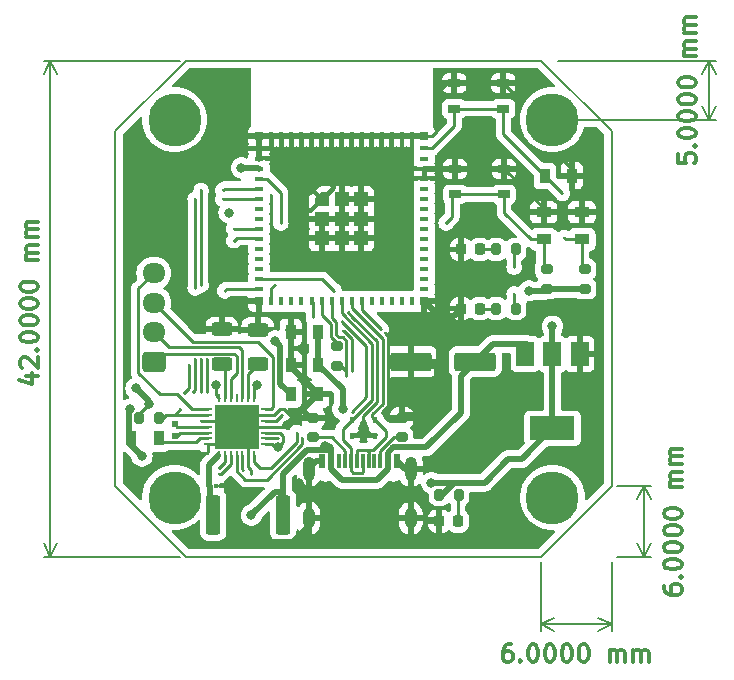
<source format=gtl>
G04 #@! TF.GenerationSoftware,KiCad,Pcbnew,7.0.6*
G04 #@! TF.CreationDate,2025-04-22T09:08:53+02:00*
G04 #@! TF.ProjectId,Stepper ESPother3v3reg,53746570-7065-4722-9045-53506f746865,rev?*
G04 #@! TF.SameCoordinates,Original*
G04 #@! TF.FileFunction,Copper,L1,Top*
G04 #@! TF.FilePolarity,Positive*
%FSLAX46Y46*%
G04 Gerber Fmt 4.6, Leading zero omitted, Abs format (unit mm)*
G04 Created by KiCad (PCBNEW 7.0.6) date 2025-04-22 09:08:53*
%MOMM*%
%LPD*%
G01*
G04 APERTURE LIST*
G04 Aperture macros list*
%AMRoundRect*
0 Rectangle with rounded corners*
0 $1 Rounding radius*
0 $2 $3 $4 $5 $6 $7 $8 $9 X,Y pos of 4 corners*
0 Add a 4 corners polygon primitive as box body*
4,1,4,$2,$3,$4,$5,$6,$7,$8,$9,$2,$3,0*
0 Add four circle primitives for the rounded corners*
1,1,$1+$1,$2,$3*
1,1,$1+$1,$4,$5*
1,1,$1+$1,$6,$7*
1,1,$1+$1,$8,$9*
0 Add four rect primitives between the rounded corners*
20,1,$1+$1,$2,$3,$4,$5,0*
20,1,$1+$1,$4,$5,$6,$7,0*
20,1,$1+$1,$6,$7,$8,$9,0*
20,1,$1+$1,$8,$9,$2,$3,0*%
%AMFreePoly0*
4,1,15,0.000002,0.605000,0.600000,0.605000,0.603536,0.603536,0.605000,0.600000,0.605000,-0.600000,0.603536,-0.603536,0.600000,-0.605000,-0.600000,-0.605000,-0.603536,-0.603536,-0.605000,-0.600000,-0.605001,0.000000,-0.603536,0.003536,-0.003536,0.603536,0.000000,0.605001,0.000002,0.605000,0.000002,0.605000,$1*%
G04 Aperture macros list end*
G04 #@! TA.AperFunction,NonConductor*
%ADD10C,0.200000*%
G04 #@! TD*
%ADD11C,0.300000*%
G04 #@! TA.AperFunction,NonConductor*
%ADD12C,0.300000*%
G04 #@! TD*
G04 #@! TA.AperFunction,SMDPad,CuDef*
%ADD13R,0.762000X0.254000*%
G04 #@! TD*
G04 #@! TA.AperFunction,SMDPad,CuDef*
%ADD14R,0.254000X0.762000*%
G04 #@! TD*
G04 #@! TA.AperFunction,SMDPad,CuDef*
%ADD15R,3.800000X3.800000*%
G04 #@! TD*
G04 #@! TA.AperFunction,SMDPad,CuDef*
%ADD16R,1.500000X2.000000*%
G04 #@! TD*
G04 #@! TA.AperFunction,SMDPad,CuDef*
%ADD17R,3.800000X2.000000*%
G04 #@! TD*
G04 #@! TA.AperFunction,SMDPad,CuDef*
%ADD18R,0.900000X1.300000*%
G04 #@! TD*
G04 #@! TA.AperFunction,SMDPad,CuDef*
%ADD19RoundRect,0.200000X0.200000X0.275000X-0.200000X0.275000X-0.200000X-0.275000X0.200000X-0.275000X0*%
G04 #@! TD*
G04 #@! TA.AperFunction,SMDPad,CuDef*
%ADD20RoundRect,0.250000X0.625000X-0.312500X0.625000X0.312500X-0.625000X0.312500X-0.625000X-0.312500X0*%
G04 #@! TD*
G04 #@! TA.AperFunction,SMDPad,CuDef*
%ADD21R,0.380000X0.400000*%
G04 #@! TD*
G04 #@! TA.AperFunction,SMDPad,CuDef*
%ADD22RoundRect,0.200000X-0.275000X0.200000X-0.275000X-0.200000X0.275000X-0.200000X0.275000X0.200000X0*%
G04 #@! TD*
G04 #@! TA.AperFunction,ComponentPad*
%ADD23RoundRect,0.250000X0.725000X-0.600000X0.725000X0.600000X-0.725000X0.600000X-0.725000X-0.600000X0*%
G04 #@! TD*
G04 #@! TA.AperFunction,ComponentPad*
%ADD24O,1.950000X1.700000*%
G04 #@! TD*
G04 #@! TA.AperFunction,SMDPad,CuDef*
%ADD25R,1.300000X0.900000*%
G04 #@! TD*
G04 #@! TA.AperFunction,SMDPad,CuDef*
%ADD26RoundRect,0.218750X-0.218750X-0.256250X0.218750X-0.256250X0.218750X0.256250X-0.218750X0.256250X0*%
G04 #@! TD*
G04 #@! TA.AperFunction,SMDPad,CuDef*
%ADD27R,0.800000X0.400000*%
G04 #@! TD*
G04 #@! TA.AperFunction,SMDPad,CuDef*
%ADD28R,0.400000X0.800000*%
G04 #@! TD*
G04 #@! TA.AperFunction,SMDPad,CuDef*
%ADD29R,1.200000X1.200000*%
G04 #@! TD*
G04 #@! TA.AperFunction,SMDPad,CuDef*
%ADD30FreePoly0,0.000000*%
G04 #@! TD*
G04 #@! TA.AperFunction,SMDPad,CuDef*
%ADD31R,0.800000X0.800000*%
G04 #@! TD*
G04 #@! TA.AperFunction,SMDPad,CuDef*
%ADD32R,1.050000X0.650000*%
G04 #@! TD*
G04 #@! TA.AperFunction,SMDPad,CuDef*
%ADD33RoundRect,0.250000X-0.362500X-1.425000X0.362500X-1.425000X0.362500X1.425000X-0.362500X1.425000X0*%
G04 #@! TD*
G04 #@! TA.AperFunction,SMDPad,CuDef*
%ADD34RoundRect,0.200000X-0.200000X-0.275000X0.200000X-0.275000X0.200000X0.275000X-0.200000X0.275000X0*%
G04 #@! TD*
G04 #@! TA.AperFunction,SMDPad,CuDef*
%ADD35R,0.600000X1.240000*%
G04 #@! TD*
G04 #@! TA.AperFunction,SMDPad,CuDef*
%ADD36R,0.300000X1.240000*%
G04 #@! TD*
G04 #@! TA.AperFunction,ComponentPad*
%ADD37O,1.000000X2.100000*%
G04 #@! TD*
G04 #@! TA.AperFunction,ComponentPad*
%ADD38O,1.000000X1.800000*%
G04 #@! TD*
G04 #@! TA.AperFunction,SMDPad,CuDef*
%ADD39R,0.400000X0.480000*%
G04 #@! TD*
G04 #@! TA.AperFunction,SMDPad,CuDef*
%ADD40RoundRect,0.250000X1.500000X0.550000X-1.500000X0.550000X-1.500000X-0.550000X1.500000X-0.550000X0*%
G04 #@! TD*
G04 #@! TA.AperFunction,SMDPad,CuDef*
%ADD41R,0.500000X0.500000*%
G04 #@! TD*
G04 #@! TA.AperFunction,ViaPad*
%ADD42C,0.800000*%
G04 #@! TD*
G04 #@! TA.AperFunction,ViaPad*
%ADD43C,4.500000*%
G04 #@! TD*
G04 #@! TA.AperFunction,ViaPad*
%ADD44C,0.300000*%
G04 #@! TD*
G04 #@! TA.AperFunction,Conductor*
%ADD45C,0.500000*%
G04 #@! TD*
G04 #@! TA.AperFunction,Conductor*
%ADD46C,0.250000*%
G04 #@! TD*
G04 APERTURE END LIST*
D10*
X95750000Y-82500000D02*
X89750000Y-76500000D01*
X96750000Y-77500000D02*
G75*
G03*
X96750000Y-77500000I-2000000J0D01*
G01*
X131750000Y-76500000D02*
X131750000Y-46500000D01*
X95750000Y-40500000D02*
X125750000Y-40500000D01*
X96750000Y-45500000D02*
G75*
G03*
X96750000Y-45500000I-2000000J0D01*
G01*
X89750000Y-46500000D02*
X95750000Y-40500000D01*
X128750000Y-45500000D02*
G75*
G03*
X128750000Y-45500000I-2000000J0D01*
G01*
X125750000Y-40500000D02*
X131750000Y-46500000D01*
X95750000Y-82500000D02*
X125750000Y-82500000D01*
X125750000Y-82500000D02*
X131750000Y-76500000D01*
X89750000Y-46500000D02*
X89750000Y-76500000D01*
X128750000Y-77500000D02*
G75*
G03*
X128750000Y-77500000I-2000000J0D01*
G01*
D11*
D12*
X82178328Y-67214284D02*
X83178328Y-67214284D01*
X81606900Y-67571426D02*
X82678328Y-67928569D01*
X82678328Y-67928569D02*
X82678328Y-66999998D01*
X81821185Y-66499998D02*
X81749757Y-66428570D01*
X81749757Y-66428570D02*
X81678328Y-66285713D01*
X81678328Y-66285713D02*
X81678328Y-65928570D01*
X81678328Y-65928570D02*
X81749757Y-65785713D01*
X81749757Y-65785713D02*
X81821185Y-65714284D01*
X81821185Y-65714284D02*
X81964042Y-65642855D01*
X81964042Y-65642855D02*
X82106900Y-65642855D01*
X82106900Y-65642855D02*
X82321185Y-65714284D01*
X82321185Y-65714284D02*
X83178328Y-66571427D01*
X83178328Y-66571427D02*
X83178328Y-65642855D01*
X83035471Y-64999999D02*
X83106900Y-64928570D01*
X83106900Y-64928570D02*
X83178328Y-64999999D01*
X83178328Y-64999999D02*
X83106900Y-65071427D01*
X83106900Y-65071427D02*
X83035471Y-64999999D01*
X83035471Y-64999999D02*
X83178328Y-64999999D01*
X81678328Y-63999998D02*
X81678328Y-63857141D01*
X81678328Y-63857141D02*
X81749757Y-63714284D01*
X81749757Y-63714284D02*
X81821185Y-63642856D01*
X81821185Y-63642856D02*
X81964042Y-63571427D01*
X81964042Y-63571427D02*
X82249757Y-63499998D01*
X82249757Y-63499998D02*
X82606900Y-63499998D01*
X82606900Y-63499998D02*
X82892614Y-63571427D01*
X82892614Y-63571427D02*
X83035471Y-63642856D01*
X83035471Y-63642856D02*
X83106900Y-63714284D01*
X83106900Y-63714284D02*
X83178328Y-63857141D01*
X83178328Y-63857141D02*
X83178328Y-63999998D01*
X83178328Y-63999998D02*
X83106900Y-64142856D01*
X83106900Y-64142856D02*
X83035471Y-64214284D01*
X83035471Y-64214284D02*
X82892614Y-64285713D01*
X82892614Y-64285713D02*
X82606900Y-64357141D01*
X82606900Y-64357141D02*
X82249757Y-64357141D01*
X82249757Y-64357141D02*
X81964042Y-64285713D01*
X81964042Y-64285713D02*
X81821185Y-64214284D01*
X81821185Y-64214284D02*
X81749757Y-64142856D01*
X81749757Y-64142856D02*
X81678328Y-63999998D01*
X81678328Y-62571427D02*
X81678328Y-62428570D01*
X81678328Y-62428570D02*
X81749757Y-62285713D01*
X81749757Y-62285713D02*
X81821185Y-62214285D01*
X81821185Y-62214285D02*
X81964042Y-62142856D01*
X81964042Y-62142856D02*
X82249757Y-62071427D01*
X82249757Y-62071427D02*
X82606900Y-62071427D01*
X82606900Y-62071427D02*
X82892614Y-62142856D01*
X82892614Y-62142856D02*
X83035471Y-62214285D01*
X83035471Y-62214285D02*
X83106900Y-62285713D01*
X83106900Y-62285713D02*
X83178328Y-62428570D01*
X83178328Y-62428570D02*
X83178328Y-62571427D01*
X83178328Y-62571427D02*
X83106900Y-62714285D01*
X83106900Y-62714285D02*
X83035471Y-62785713D01*
X83035471Y-62785713D02*
X82892614Y-62857142D01*
X82892614Y-62857142D02*
X82606900Y-62928570D01*
X82606900Y-62928570D02*
X82249757Y-62928570D01*
X82249757Y-62928570D02*
X81964042Y-62857142D01*
X81964042Y-62857142D02*
X81821185Y-62785713D01*
X81821185Y-62785713D02*
X81749757Y-62714285D01*
X81749757Y-62714285D02*
X81678328Y-62571427D01*
X81678328Y-61142856D02*
X81678328Y-60999999D01*
X81678328Y-60999999D02*
X81749757Y-60857142D01*
X81749757Y-60857142D02*
X81821185Y-60785714D01*
X81821185Y-60785714D02*
X81964042Y-60714285D01*
X81964042Y-60714285D02*
X82249757Y-60642856D01*
X82249757Y-60642856D02*
X82606900Y-60642856D01*
X82606900Y-60642856D02*
X82892614Y-60714285D01*
X82892614Y-60714285D02*
X83035471Y-60785714D01*
X83035471Y-60785714D02*
X83106900Y-60857142D01*
X83106900Y-60857142D02*
X83178328Y-60999999D01*
X83178328Y-60999999D02*
X83178328Y-61142856D01*
X83178328Y-61142856D02*
X83106900Y-61285714D01*
X83106900Y-61285714D02*
X83035471Y-61357142D01*
X83035471Y-61357142D02*
X82892614Y-61428571D01*
X82892614Y-61428571D02*
X82606900Y-61499999D01*
X82606900Y-61499999D02*
X82249757Y-61499999D01*
X82249757Y-61499999D02*
X81964042Y-61428571D01*
X81964042Y-61428571D02*
X81821185Y-61357142D01*
X81821185Y-61357142D02*
X81749757Y-61285714D01*
X81749757Y-61285714D02*
X81678328Y-61142856D01*
X81678328Y-59714285D02*
X81678328Y-59571428D01*
X81678328Y-59571428D02*
X81749757Y-59428571D01*
X81749757Y-59428571D02*
X81821185Y-59357143D01*
X81821185Y-59357143D02*
X81964042Y-59285714D01*
X81964042Y-59285714D02*
X82249757Y-59214285D01*
X82249757Y-59214285D02*
X82606900Y-59214285D01*
X82606900Y-59214285D02*
X82892614Y-59285714D01*
X82892614Y-59285714D02*
X83035471Y-59357143D01*
X83035471Y-59357143D02*
X83106900Y-59428571D01*
X83106900Y-59428571D02*
X83178328Y-59571428D01*
X83178328Y-59571428D02*
X83178328Y-59714285D01*
X83178328Y-59714285D02*
X83106900Y-59857143D01*
X83106900Y-59857143D02*
X83035471Y-59928571D01*
X83035471Y-59928571D02*
X82892614Y-60000000D01*
X82892614Y-60000000D02*
X82606900Y-60071428D01*
X82606900Y-60071428D02*
X82249757Y-60071428D01*
X82249757Y-60071428D02*
X81964042Y-60000000D01*
X81964042Y-60000000D02*
X81821185Y-59928571D01*
X81821185Y-59928571D02*
X81749757Y-59857143D01*
X81749757Y-59857143D02*
X81678328Y-59714285D01*
X83178328Y-57428572D02*
X82178328Y-57428572D01*
X82321185Y-57428572D02*
X82249757Y-57357143D01*
X82249757Y-57357143D02*
X82178328Y-57214286D01*
X82178328Y-57214286D02*
X82178328Y-57000000D01*
X82178328Y-57000000D02*
X82249757Y-56857143D01*
X82249757Y-56857143D02*
X82392614Y-56785715D01*
X82392614Y-56785715D02*
X83178328Y-56785715D01*
X82392614Y-56785715D02*
X82249757Y-56714286D01*
X82249757Y-56714286D02*
X82178328Y-56571429D01*
X82178328Y-56571429D02*
X82178328Y-56357143D01*
X82178328Y-56357143D02*
X82249757Y-56214286D01*
X82249757Y-56214286D02*
X82392614Y-56142857D01*
X82392614Y-56142857D02*
X83178328Y-56142857D01*
X83178328Y-55428572D02*
X82178328Y-55428572D01*
X82321185Y-55428572D02*
X82249757Y-55357143D01*
X82249757Y-55357143D02*
X82178328Y-55214286D01*
X82178328Y-55214286D02*
X82178328Y-55000000D01*
X82178328Y-55000000D02*
X82249757Y-54857143D01*
X82249757Y-54857143D02*
X82392614Y-54785715D01*
X82392614Y-54785715D02*
X83178328Y-54785715D01*
X82392614Y-54785715D02*
X82249757Y-54714286D01*
X82249757Y-54714286D02*
X82178328Y-54571429D01*
X82178328Y-54571429D02*
X82178328Y-54357143D01*
X82178328Y-54357143D02*
X82249757Y-54214286D01*
X82249757Y-54214286D02*
X82392614Y-54142857D01*
X82392614Y-54142857D02*
X83178328Y-54142857D01*
D10*
X95250000Y-82500000D02*
X83663580Y-82500000D01*
X95250000Y-40500000D02*
X83663580Y-40500000D01*
X84250000Y-82500000D02*
X84250000Y-40500000D01*
X84250000Y-82500000D02*
X84250000Y-40500000D01*
X84250000Y-82500000D02*
X83663579Y-81373496D01*
X84250000Y-82500000D02*
X84836421Y-81373496D01*
X84250000Y-40500000D02*
X84836421Y-41626504D01*
X84250000Y-40500000D02*
X83663579Y-41626504D01*
D11*
D12*
X137378328Y-48428570D02*
X137378328Y-49142856D01*
X137378328Y-49142856D02*
X138092614Y-49214284D01*
X138092614Y-49214284D02*
X138021185Y-49142856D01*
X138021185Y-49142856D02*
X137949757Y-48999999D01*
X137949757Y-48999999D02*
X137949757Y-48642856D01*
X137949757Y-48642856D02*
X138021185Y-48499999D01*
X138021185Y-48499999D02*
X138092614Y-48428570D01*
X138092614Y-48428570D02*
X138235471Y-48357141D01*
X138235471Y-48357141D02*
X138592614Y-48357141D01*
X138592614Y-48357141D02*
X138735471Y-48428570D01*
X138735471Y-48428570D02*
X138806900Y-48499999D01*
X138806900Y-48499999D02*
X138878328Y-48642856D01*
X138878328Y-48642856D02*
X138878328Y-48999999D01*
X138878328Y-48999999D02*
X138806900Y-49142856D01*
X138806900Y-49142856D02*
X138735471Y-49214284D01*
X138735471Y-47714285D02*
X138806900Y-47642856D01*
X138806900Y-47642856D02*
X138878328Y-47714285D01*
X138878328Y-47714285D02*
X138806900Y-47785713D01*
X138806900Y-47785713D02*
X138735471Y-47714285D01*
X138735471Y-47714285D02*
X138878328Y-47714285D01*
X137378328Y-46714284D02*
X137378328Y-46571427D01*
X137378328Y-46571427D02*
X137449757Y-46428570D01*
X137449757Y-46428570D02*
X137521185Y-46357142D01*
X137521185Y-46357142D02*
X137664042Y-46285713D01*
X137664042Y-46285713D02*
X137949757Y-46214284D01*
X137949757Y-46214284D02*
X138306900Y-46214284D01*
X138306900Y-46214284D02*
X138592614Y-46285713D01*
X138592614Y-46285713D02*
X138735471Y-46357142D01*
X138735471Y-46357142D02*
X138806900Y-46428570D01*
X138806900Y-46428570D02*
X138878328Y-46571427D01*
X138878328Y-46571427D02*
X138878328Y-46714284D01*
X138878328Y-46714284D02*
X138806900Y-46857142D01*
X138806900Y-46857142D02*
X138735471Y-46928570D01*
X138735471Y-46928570D02*
X138592614Y-46999999D01*
X138592614Y-46999999D02*
X138306900Y-47071427D01*
X138306900Y-47071427D02*
X137949757Y-47071427D01*
X137949757Y-47071427D02*
X137664042Y-46999999D01*
X137664042Y-46999999D02*
X137521185Y-46928570D01*
X137521185Y-46928570D02*
X137449757Y-46857142D01*
X137449757Y-46857142D02*
X137378328Y-46714284D01*
X137378328Y-45285713D02*
X137378328Y-45142856D01*
X137378328Y-45142856D02*
X137449757Y-44999999D01*
X137449757Y-44999999D02*
X137521185Y-44928571D01*
X137521185Y-44928571D02*
X137664042Y-44857142D01*
X137664042Y-44857142D02*
X137949757Y-44785713D01*
X137949757Y-44785713D02*
X138306900Y-44785713D01*
X138306900Y-44785713D02*
X138592614Y-44857142D01*
X138592614Y-44857142D02*
X138735471Y-44928571D01*
X138735471Y-44928571D02*
X138806900Y-44999999D01*
X138806900Y-44999999D02*
X138878328Y-45142856D01*
X138878328Y-45142856D02*
X138878328Y-45285713D01*
X138878328Y-45285713D02*
X138806900Y-45428571D01*
X138806900Y-45428571D02*
X138735471Y-45499999D01*
X138735471Y-45499999D02*
X138592614Y-45571428D01*
X138592614Y-45571428D02*
X138306900Y-45642856D01*
X138306900Y-45642856D02*
X137949757Y-45642856D01*
X137949757Y-45642856D02*
X137664042Y-45571428D01*
X137664042Y-45571428D02*
X137521185Y-45499999D01*
X137521185Y-45499999D02*
X137449757Y-45428571D01*
X137449757Y-45428571D02*
X137378328Y-45285713D01*
X137378328Y-43857142D02*
X137378328Y-43714285D01*
X137378328Y-43714285D02*
X137449757Y-43571428D01*
X137449757Y-43571428D02*
X137521185Y-43500000D01*
X137521185Y-43500000D02*
X137664042Y-43428571D01*
X137664042Y-43428571D02*
X137949757Y-43357142D01*
X137949757Y-43357142D02*
X138306900Y-43357142D01*
X138306900Y-43357142D02*
X138592614Y-43428571D01*
X138592614Y-43428571D02*
X138735471Y-43500000D01*
X138735471Y-43500000D02*
X138806900Y-43571428D01*
X138806900Y-43571428D02*
X138878328Y-43714285D01*
X138878328Y-43714285D02*
X138878328Y-43857142D01*
X138878328Y-43857142D02*
X138806900Y-44000000D01*
X138806900Y-44000000D02*
X138735471Y-44071428D01*
X138735471Y-44071428D02*
X138592614Y-44142857D01*
X138592614Y-44142857D02*
X138306900Y-44214285D01*
X138306900Y-44214285D02*
X137949757Y-44214285D01*
X137949757Y-44214285D02*
X137664042Y-44142857D01*
X137664042Y-44142857D02*
X137521185Y-44071428D01*
X137521185Y-44071428D02*
X137449757Y-44000000D01*
X137449757Y-44000000D02*
X137378328Y-43857142D01*
X137378328Y-42428571D02*
X137378328Y-42285714D01*
X137378328Y-42285714D02*
X137449757Y-42142857D01*
X137449757Y-42142857D02*
X137521185Y-42071429D01*
X137521185Y-42071429D02*
X137664042Y-42000000D01*
X137664042Y-42000000D02*
X137949757Y-41928571D01*
X137949757Y-41928571D02*
X138306900Y-41928571D01*
X138306900Y-41928571D02*
X138592614Y-42000000D01*
X138592614Y-42000000D02*
X138735471Y-42071429D01*
X138735471Y-42071429D02*
X138806900Y-42142857D01*
X138806900Y-42142857D02*
X138878328Y-42285714D01*
X138878328Y-42285714D02*
X138878328Y-42428571D01*
X138878328Y-42428571D02*
X138806900Y-42571429D01*
X138806900Y-42571429D02*
X138735471Y-42642857D01*
X138735471Y-42642857D02*
X138592614Y-42714286D01*
X138592614Y-42714286D02*
X138306900Y-42785714D01*
X138306900Y-42785714D02*
X137949757Y-42785714D01*
X137949757Y-42785714D02*
X137664042Y-42714286D01*
X137664042Y-42714286D02*
X137521185Y-42642857D01*
X137521185Y-42642857D02*
X137449757Y-42571429D01*
X137449757Y-42571429D02*
X137378328Y-42428571D01*
X138878328Y-40142858D02*
X137878328Y-40142858D01*
X138021185Y-40142858D02*
X137949757Y-40071429D01*
X137949757Y-40071429D02*
X137878328Y-39928572D01*
X137878328Y-39928572D02*
X137878328Y-39714286D01*
X137878328Y-39714286D02*
X137949757Y-39571429D01*
X137949757Y-39571429D02*
X138092614Y-39500001D01*
X138092614Y-39500001D02*
X138878328Y-39500001D01*
X138092614Y-39500001D02*
X137949757Y-39428572D01*
X137949757Y-39428572D02*
X137878328Y-39285715D01*
X137878328Y-39285715D02*
X137878328Y-39071429D01*
X137878328Y-39071429D02*
X137949757Y-38928572D01*
X137949757Y-38928572D02*
X138092614Y-38857143D01*
X138092614Y-38857143D02*
X138878328Y-38857143D01*
X138878328Y-38142858D02*
X137878328Y-38142858D01*
X138021185Y-38142858D02*
X137949757Y-38071429D01*
X137949757Y-38071429D02*
X137878328Y-37928572D01*
X137878328Y-37928572D02*
X137878328Y-37714286D01*
X137878328Y-37714286D02*
X137949757Y-37571429D01*
X137949757Y-37571429D02*
X138092614Y-37500001D01*
X138092614Y-37500001D02*
X138878328Y-37500001D01*
X138092614Y-37500001D02*
X137949757Y-37428572D01*
X137949757Y-37428572D02*
X137878328Y-37285715D01*
X137878328Y-37285715D02*
X137878328Y-37071429D01*
X137878328Y-37071429D02*
X137949757Y-36928572D01*
X137949757Y-36928572D02*
X138092614Y-36857143D01*
X138092614Y-36857143D02*
X138878328Y-36857143D01*
D10*
X127250000Y-45500000D02*
X140586420Y-45500000D01*
X127250000Y-40500000D02*
X140586420Y-40500000D01*
X140000000Y-45500000D02*
X140000000Y-40500000D01*
X140000000Y-45500000D02*
X140000000Y-40500000D01*
X140000000Y-45500000D02*
X139413579Y-44373496D01*
X140000000Y-45500000D02*
X140586421Y-44373496D01*
X140000000Y-40500000D02*
X140586421Y-41626504D01*
X140000000Y-40500000D02*
X139413579Y-41626504D01*
D11*
D12*
X123250001Y-89928328D02*
X122964286Y-89928328D01*
X122964286Y-89928328D02*
X122821429Y-89999757D01*
X122821429Y-89999757D02*
X122750001Y-90071185D01*
X122750001Y-90071185D02*
X122607143Y-90285471D01*
X122607143Y-90285471D02*
X122535715Y-90571185D01*
X122535715Y-90571185D02*
X122535715Y-91142614D01*
X122535715Y-91142614D02*
X122607143Y-91285471D01*
X122607143Y-91285471D02*
X122678572Y-91356900D01*
X122678572Y-91356900D02*
X122821429Y-91428328D01*
X122821429Y-91428328D02*
X123107143Y-91428328D01*
X123107143Y-91428328D02*
X123250001Y-91356900D01*
X123250001Y-91356900D02*
X123321429Y-91285471D01*
X123321429Y-91285471D02*
X123392858Y-91142614D01*
X123392858Y-91142614D02*
X123392858Y-90785471D01*
X123392858Y-90785471D02*
X123321429Y-90642614D01*
X123321429Y-90642614D02*
X123250001Y-90571185D01*
X123250001Y-90571185D02*
X123107143Y-90499757D01*
X123107143Y-90499757D02*
X122821429Y-90499757D01*
X122821429Y-90499757D02*
X122678572Y-90571185D01*
X122678572Y-90571185D02*
X122607143Y-90642614D01*
X122607143Y-90642614D02*
X122535715Y-90785471D01*
X124035714Y-91285471D02*
X124107143Y-91356900D01*
X124107143Y-91356900D02*
X124035714Y-91428328D01*
X124035714Y-91428328D02*
X123964286Y-91356900D01*
X123964286Y-91356900D02*
X124035714Y-91285471D01*
X124035714Y-91285471D02*
X124035714Y-91428328D01*
X125035715Y-89928328D02*
X125178572Y-89928328D01*
X125178572Y-89928328D02*
X125321429Y-89999757D01*
X125321429Y-89999757D02*
X125392858Y-90071185D01*
X125392858Y-90071185D02*
X125464286Y-90214042D01*
X125464286Y-90214042D02*
X125535715Y-90499757D01*
X125535715Y-90499757D02*
X125535715Y-90856900D01*
X125535715Y-90856900D02*
X125464286Y-91142614D01*
X125464286Y-91142614D02*
X125392858Y-91285471D01*
X125392858Y-91285471D02*
X125321429Y-91356900D01*
X125321429Y-91356900D02*
X125178572Y-91428328D01*
X125178572Y-91428328D02*
X125035715Y-91428328D01*
X125035715Y-91428328D02*
X124892858Y-91356900D01*
X124892858Y-91356900D02*
X124821429Y-91285471D01*
X124821429Y-91285471D02*
X124750000Y-91142614D01*
X124750000Y-91142614D02*
X124678572Y-90856900D01*
X124678572Y-90856900D02*
X124678572Y-90499757D01*
X124678572Y-90499757D02*
X124750000Y-90214042D01*
X124750000Y-90214042D02*
X124821429Y-90071185D01*
X124821429Y-90071185D02*
X124892858Y-89999757D01*
X124892858Y-89999757D02*
X125035715Y-89928328D01*
X126464286Y-89928328D02*
X126607143Y-89928328D01*
X126607143Y-89928328D02*
X126750000Y-89999757D01*
X126750000Y-89999757D02*
X126821429Y-90071185D01*
X126821429Y-90071185D02*
X126892857Y-90214042D01*
X126892857Y-90214042D02*
X126964286Y-90499757D01*
X126964286Y-90499757D02*
X126964286Y-90856900D01*
X126964286Y-90856900D02*
X126892857Y-91142614D01*
X126892857Y-91142614D02*
X126821429Y-91285471D01*
X126821429Y-91285471D02*
X126750000Y-91356900D01*
X126750000Y-91356900D02*
X126607143Y-91428328D01*
X126607143Y-91428328D02*
X126464286Y-91428328D01*
X126464286Y-91428328D02*
X126321429Y-91356900D01*
X126321429Y-91356900D02*
X126250000Y-91285471D01*
X126250000Y-91285471D02*
X126178571Y-91142614D01*
X126178571Y-91142614D02*
X126107143Y-90856900D01*
X126107143Y-90856900D02*
X126107143Y-90499757D01*
X126107143Y-90499757D02*
X126178571Y-90214042D01*
X126178571Y-90214042D02*
X126250000Y-90071185D01*
X126250000Y-90071185D02*
X126321429Y-89999757D01*
X126321429Y-89999757D02*
X126464286Y-89928328D01*
X127892857Y-89928328D02*
X128035714Y-89928328D01*
X128035714Y-89928328D02*
X128178571Y-89999757D01*
X128178571Y-89999757D02*
X128250000Y-90071185D01*
X128250000Y-90071185D02*
X128321428Y-90214042D01*
X128321428Y-90214042D02*
X128392857Y-90499757D01*
X128392857Y-90499757D02*
X128392857Y-90856900D01*
X128392857Y-90856900D02*
X128321428Y-91142614D01*
X128321428Y-91142614D02*
X128250000Y-91285471D01*
X128250000Y-91285471D02*
X128178571Y-91356900D01*
X128178571Y-91356900D02*
X128035714Y-91428328D01*
X128035714Y-91428328D02*
X127892857Y-91428328D01*
X127892857Y-91428328D02*
X127750000Y-91356900D01*
X127750000Y-91356900D02*
X127678571Y-91285471D01*
X127678571Y-91285471D02*
X127607142Y-91142614D01*
X127607142Y-91142614D02*
X127535714Y-90856900D01*
X127535714Y-90856900D02*
X127535714Y-90499757D01*
X127535714Y-90499757D02*
X127607142Y-90214042D01*
X127607142Y-90214042D02*
X127678571Y-90071185D01*
X127678571Y-90071185D02*
X127750000Y-89999757D01*
X127750000Y-89999757D02*
X127892857Y-89928328D01*
X129321428Y-89928328D02*
X129464285Y-89928328D01*
X129464285Y-89928328D02*
X129607142Y-89999757D01*
X129607142Y-89999757D02*
X129678571Y-90071185D01*
X129678571Y-90071185D02*
X129749999Y-90214042D01*
X129749999Y-90214042D02*
X129821428Y-90499757D01*
X129821428Y-90499757D02*
X129821428Y-90856900D01*
X129821428Y-90856900D02*
X129749999Y-91142614D01*
X129749999Y-91142614D02*
X129678571Y-91285471D01*
X129678571Y-91285471D02*
X129607142Y-91356900D01*
X129607142Y-91356900D02*
X129464285Y-91428328D01*
X129464285Y-91428328D02*
X129321428Y-91428328D01*
X129321428Y-91428328D02*
X129178571Y-91356900D01*
X129178571Y-91356900D02*
X129107142Y-91285471D01*
X129107142Y-91285471D02*
X129035713Y-91142614D01*
X129035713Y-91142614D02*
X128964285Y-90856900D01*
X128964285Y-90856900D02*
X128964285Y-90499757D01*
X128964285Y-90499757D02*
X129035713Y-90214042D01*
X129035713Y-90214042D02*
X129107142Y-90071185D01*
X129107142Y-90071185D02*
X129178571Y-89999757D01*
X129178571Y-89999757D02*
X129321428Y-89928328D01*
X131607141Y-91428328D02*
X131607141Y-90428328D01*
X131607141Y-90571185D02*
X131678570Y-90499757D01*
X131678570Y-90499757D02*
X131821427Y-90428328D01*
X131821427Y-90428328D02*
X132035713Y-90428328D01*
X132035713Y-90428328D02*
X132178570Y-90499757D01*
X132178570Y-90499757D02*
X132249999Y-90642614D01*
X132249999Y-90642614D02*
X132249999Y-91428328D01*
X132249999Y-90642614D02*
X132321427Y-90499757D01*
X132321427Y-90499757D02*
X132464284Y-90428328D01*
X132464284Y-90428328D02*
X132678570Y-90428328D01*
X132678570Y-90428328D02*
X132821427Y-90499757D01*
X132821427Y-90499757D02*
X132892856Y-90642614D01*
X132892856Y-90642614D02*
X132892856Y-91428328D01*
X133607141Y-91428328D02*
X133607141Y-90428328D01*
X133607141Y-90571185D02*
X133678570Y-90499757D01*
X133678570Y-90499757D02*
X133821427Y-90428328D01*
X133821427Y-90428328D02*
X134035713Y-90428328D01*
X134035713Y-90428328D02*
X134178570Y-90499757D01*
X134178570Y-90499757D02*
X134249999Y-90642614D01*
X134249999Y-90642614D02*
X134249999Y-91428328D01*
X134249999Y-90642614D02*
X134321427Y-90499757D01*
X134321427Y-90499757D02*
X134464284Y-90428328D01*
X134464284Y-90428328D02*
X134678570Y-90428328D01*
X134678570Y-90428328D02*
X134821427Y-90499757D01*
X134821427Y-90499757D02*
X134892856Y-90642614D01*
X134892856Y-90642614D02*
X134892856Y-91428328D01*
D10*
X131750000Y-83000000D02*
X131750000Y-88836420D01*
X125750000Y-83000000D02*
X125750000Y-88836420D01*
X131750000Y-88250000D02*
X125750000Y-88250000D01*
X131750000Y-88250000D02*
X125750000Y-88250000D01*
X131750000Y-88250000D02*
X130623496Y-88836421D01*
X131750000Y-88250000D02*
X130623496Y-87663579D01*
X125750000Y-88250000D02*
X126876504Y-87663579D01*
X125750000Y-88250000D02*
X126876504Y-88836421D01*
D11*
D12*
X136178328Y-84999999D02*
X136178328Y-85285713D01*
X136178328Y-85285713D02*
X136249757Y-85428570D01*
X136249757Y-85428570D02*
X136321185Y-85499999D01*
X136321185Y-85499999D02*
X136535471Y-85642856D01*
X136535471Y-85642856D02*
X136821185Y-85714284D01*
X136821185Y-85714284D02*
X137392614Y-85714284D01*
X137392614Y-85714284D02*
X137535471Y-85642856D01*
X137535471Y-85642856D02*
X137606900Y-85571427D01*
X137606900Y-85571427D02*
X137678328Y-85428570D01*
X137678328Y-85428570D02*
X137678328Y-85142856D01*
X137678328Y-85142856D02*
X137606900Y-84999999D01*
X137606900Y-84999999D02*
X137535471Y-84928570D01*
X137535471Y-84928570D02*
X137392614Y-84857141D01*
X137392614Y-84857141D02*
X137035471Y-84857141D01*
X137035471Y-84857141D02*
X136892614Y-84928570D01*
X136892614Y-84928570D02*
X136821185Y-84999999D01*
X136821185Y-84999999D02*
X136749757Y-85142856D01*
X136749757Y-85142856D02*
X136749757Y-85428570D01*
X136749757Y-85428570D02*
X136821185Y-85571427D01*
X136821185Y-85571427D02*
X136892614Y-85642856D01*
X136892614Y-85642856D02*
X137035471Y-85714284D01*
X137535471Y-84214285D02*
X137606900Y-84142856D01*
X137606900Y-84142856D02*
X137678328Y-84214285D01*
X137678328Y-84214285D02*
X137606900Y-84285713D01*
X137606900Y-84285713D02*
X137535471Y-84214285D01*
X137535471Y-84214285D02*
X137678328Y-84214285D01*
X136178328Y-83214284D02*
X136178328Y-83071427D01*
X136178328Y-83071427D02*
X136249757Y-82928570D01*
X136249757Y-82928570D02*
X136321185Y-82857142D01*
X136321185Y-82857142D02*
X136464042Y-82785713D01*
X136464042Y-82785713D02*
X136749757Y-82714284D01*
X136749757Y-82714284D02*
X137106900Y-82714284D01*
X137106900Y-82714284D02*
X137392614Y-82785713D01*
X137392614Y-82785713D02*
X137535471Y-82857142D01*
X137535471Y-82857142D02*
X137606900Y-82928570D01*
X137606900Y-82928570D02*
X137678328Y-83071427D01*
X137678328Y-83071427D02*
X137678328Y-83214284D01*
X137678328Y-83214284D02*
X137606900Y-83357142D01*
X137606900Y-83357142D02*
X137535471Y-83428570D01*
X137535471Y-83428570D02*
X137392614Y-83499999D01*
X137392614Y-83499999D02*
X137106900Y-83571427D01*
X137106900Y-83571427D02*
X136749757Y-83571427D01*
X136749757Y-83571427D02*
X136464042Y-83499999D01*
X136464042Y-83499999D02*
X136321185Y-83428570D01*
X136321185Y-83428570D02*
X136249757Y-83357142D01*
X136249757Y-83357142D02*
X136178328Y-83214284D01*
X136178328Y-81785713D02*
X136178328Y-81642856D01*
X136178328Y-81642856D02*
X136249757Y-81499999D01*
X136249757Y-81499999D02*
X136321185Y-81428571D01*
X136321185Y-81428571D02*
X136464042Y-81357142D01*
X136464042Y-81357142D02*
X136749757Y-81285713D01*
X136749757Y-81285713D02*
X137106900Y-81285713D01*
X137106900Y-81285713D02*
X137392614Y-81357142D01*
X137392614Y-81357142D02*
X137535471Y-81428571D01*
X137535471Y-81428571D02*
X137606900Y-81499999D01*
X137606900Y-81499999D02*
X137678328Y-81642856D01*
X137678328Y-81642856D02*
X137678328Y-81785713D01*
X137678328Y-81785713D02*
X137606900Y-81928571D01*
X137606900Y-81928571D02*
X137535471Y-81999999D01*
X137535471Y-81999999D02*
X137392614Y-82071428D01*
X137392614Y-82071428D02*
X137106900Y-82142856D01*
X137106900Y-82142856D02*
X136749757Y-82142856D01*
X136749757Y-82142856D02*
X136464042Y-82071428D01*
X136464042Y-82071428D02*
X136321185Y-81999999D01*
X136321185Y-81999999D02*
X136249757Y-81928571D01*
X136249757Y-81928571D02*
X136178328Y-81785713D01*
X136178328Y-80357142D02*
X136178328Y-80214285D01*
X136178328Y-80214285D02*
X136249757Y-80071428D01*
X136249757Y-80071428D02*
X136321185Y-80000000D01*
X136321185Y-80000000D02*
X136464042Y-79928571D01*
X136464042Y-79928571D02*
X136749757Y-79857142D01*
X136749757Y-79857142D02*
X137106900Y-79857142D01*
X137106900Y-79857142D02*
X137392614Y-79928571D01*
X137392614Y-79928571D02*
X137535471Y-80000000D01*
X137535471Y-80000000D02*
X137606900Y-80071428D01*
X137606900Y-80071428D02*
X137678328Y-80214285D01*
X137678328Y-80214285D02*
X137678328Y-80357142D01*
X137678328Y-80357142D02*
X137606900Y-80500000D01*
X137606900Y-80500000D02*
X137535471Y-80571428D01*
X137535471Y-80571428D02*
X137392614Y-80642857D01*
X137392614Y-80642857D02*
X137106900Y-80714285D01*
X137106900Y-80714285D02*
X136749757Y-80714285D01*
X136749757Y-80714285D02*
X136464042Y-80642857D01*
X136464042Y-80642857D02*
X136321185Y-80571428D01*
X136321185Y-80571428D02*
X136249757Y-80500000D01*
X136249757Y-80500000D02*
X136178328Y-80357142D01*
X136178328Y-78928571D02*
X136178328Y-78785714D01*
X136178328Y-78785714D02*
X136249757Y-78642857D01*
X136249757Y-78642857D02*
X136321185Y-78571429D01*
X136321185Y-78571429D02*
X136464042Y-78500000D01*
X136464042Y-78500000D02*
X136749757Y-78428571D01*
X136749757Y-78428571D02*
X137106900Y-78428571D01*
X137106900Y-78428571D02*
X137392614Y-78500000D01*
X137392614Y-78500000D02*
X137535471Y-78571429D01*
X137535471Y-78571429D02*
X137606900Y-78642857D01*
X137606900Y-78642857D02*
X137678328Y-78785714D01*
X137678328Y-78785714D02*
X137678328Y-78928571D01*
X137678328Y-78928571D02*
X137606900Y-79071429D01*
X137606900Y-79071429D02*
X137535471Y-79142857D01*
X137535471Y-79142857D02*
X137392614Y-79214286D01*
X137392614Y-79214286D02*
X137106900Y-79285714D01*
X137106900Y-79285714D02*
X136749757Y-79285714D01*
X136749757Y-79285714D02*
X136464042Y-79214286D01*
X136464042Y-79214286D02*
X136321185Y-79142857D01*
X136321185Y-79142857D02*
X136249757Y-79071429D01*
X136249757Y-79071429D02*
X136178328Y-78928571D01*
X137678328Y-76642858D02*
X136678328Y-76642858D01*
X136821185Y-76642858D02*
X136749757Y-76571429D01*
X136749757Y-76571429D02*
X136678328Y-76428572D01*
X136678328Y-76428572D02*
X136678328Y-76214286D01*
X136678328Y-76214286D02*
X136749757Y-76071429D01*
X136749757Y-76071429D02*
X136892614Y-76000001D01*
X136892614Y-76000001D02*
X137678328Y-76000001D01*
X136892614Y-76000001D02*
X136749757Y-75928572D01*
X136749757Y-75928572D02*
X136678328Y-75785715D01*
X136678328Y-75785715D02*
X136678328Y-75571429D01*
X136678328Y-75571429D02*
X136749757Y-75428572D01*
X136749757Y-75428572D02*
X136892614Y-75357143D01*
X136892614Y-75357143D02*
X137678328Y-75357143D01*
X137678328Y-74642858D02*
X136678328Y-74642858D01*
X136821185Y-74642858D02*
X136749757Y-74571429D01*
X136749757Y-74571429D02*
X136678328Y-74428572D01*
X136678328Y-74428572D02*
X136678328Y-74214286D01*
X136678328Y-74214286D02*
X136749757Y-74071429D01*
X136749757Y-74071429D02*
X136892614Y-74000001D01*
X136892614Y-74000001D02*
X137678328Y-74000001D01*
X136892614Y-74000001D02*
X136749757Y-73928572D01*
X136749757Y-73928572D02*
X136678328Y-73785715D01*
X136678328Y-73785715D02*
X136678328Y-73571429D01*
X136678328Y-73571429D02*
X136749757Y-73428572D01*
X136749757Y-73428572D02*
X136892614Y-73357143D01*
X136892614Y-73357143D02*
X137678328Y-73357143D01*
D10*
X132250000Y-82500000D02*
X135086420Y-82500000D01*
X132250000Y-76500000D02*
X135086420Y-76500000D01*
X134500000Y-82500000D02*
X134500000Y-76500000D01*
X134500000Y-82500000D02*
X134500000Y-76500000D01*
X134500000Y-82500000D02*
X133913579Y-81373496D01*
X134500000Y-82500000D02*
X135086421Y-81373496D01*
X134500000Y-76500000D02*
X135086421Y-77626504D01*
X134500000Y-76500000D02*
X133913579Y-77626504D01*
D13*
X97574300Y-70000000D03*
X97574300Y-70499999D03*
X97574300Y-71000001D03*
X97574300Y-71500000D03*
X97574300Y-71999999D03*
X97574300Y-72500001D03*
X97574300Y-73000000D03*
D14*
X98500000Y-73925700D03*
X98999999Y-73925700D03*
X99500001Y-73925700D03*
X100000000Y-73925700D03*
X100499999Y-73925700D03*
X101000001Y-73925700D03*
X101500000Y-73925700D03*
D13*
X102425700Y-73000000D03*
X102425700Y-72500001D03*
X102425700Y-71999999D03*
X102425700Y-71500000D03*
X102425700Y-71000001D03*
X102425700Y-70499999D03*
X102425700Y-70000000D03*
D14*
X101500000Y-69074300D03*
X101000001Y-69074300D03*
X100499999Y-69074300D03*
X100000000Y-69074300D03*
X99500001Y-69074300D03*
X98999999Y-69074300D03*
X98500000Y-69074300D03*
D15*
X100000000Y-71500000D03*
D16*
X129050000Y-65350000D03*
D17*
X126750000Y-71650000D03*
D16*
X126750000Y-65350000D03*
X124450000Y-65350000D03*
D18*
X106900000Y-68750000D03*
X104600000Y-68750000D03*
D19*
X93425000Y-70750000D03*
X91775000Y-70750000D03*
D20*
X101790000Y-66212500D03*
X101790000Y-63287500D03*
D21*
X97719000Y-76500000D03*
X98281000Y-76500000D03*
D18*
X126100000Y-50250000D03*
X128400000Y-50250000D03*
D22*
X126250000Y-58175000D03*
X126250000Y-59825000D03*
D23*
X93000000Y-66000000D03*
D24*
X93000000Y-63500000D03*
X93000000Y-61000000D03*
X93000000Y-58500000D03*
D22*
X129500000Y-58175000D03*
X129500000Y-59825000D03*
D25*
X126000000Y-55650000D03*
X126000000Y-53350000D03*
D22*
X114000000Y-70765000D03*
X114000000Y-72415000D03*
D26*
X119022500Y-56500000D03*
X120597500Y-56500000D03*
D27*
X101900000Y-47950000D03*
X101900000Y-48800000D03*
X101900000Y-49650000D03*
X101900000Y-50500000D03*
X101900000Y-51350000D03*
X101900000Y-52200000D03*
X101900000Y-53050000D03*
X101900000Y-53900000D03*
X101900000Y-54750000D03*
X101900000Y-55600000D03*
X101900000Y-56450000D03*
X101900000Y-57300000D03*
X101900000Y-58150000D03*
X101900000Y-59000000D03*
X101900000Y-59850000D03*
D28*
X102950000Y-60900000D03*
X103800000Y-60900000D03*
X104650000Y-60900000D03*
X105500000Y-60900000D03*
X106350000Y-60900000D03*
X107200000Y-60900000D03*
X108050000Y-60900000D03*
X108900000Y-60900000D03*
X109750000Y-60900000D03*
X110600000Y-60900000D03*
X111450000Y-60900000D03*
X112300000Y-60900000D03*
X113150000Y-60900000D03*
X114000000Y-60900000D03*
X114850000Y-60900000D03*
D27*
X115900000Y-59850000D03*
X115900000Y-59000000D03*
X115900000Y-58150000D03*
X115900000Y-57300000D03*
X115900000Y-56450000D03*
X115900000Y-55600000D03*
X115900000Y-54750000D03*
X115900000Y-53900000D03*
X115900000Y-53050000D03*
X115900000Y-52200000D03*
X115900000Y-51350000D03*
X115900000Y-50500000D03*
X115900000Y-49650000D03*
X115900000Y-48800000D03*
X115900000Y-47950000D03*
D28*
X114850000Y-46900000D03*
X114000000Y-46900000D03*
X113150000Y-46900000D03*
X112300000Y-46900000D03*
X111450000Y-46900000D03*
X110600000Y-46900000D03*
X109750000Y-46900000D03*
X108900000Y-46900000D03*
X108050000Y-46900000D03*
X107200000Y-46900000D03*
X106350000Y-46900000D03*
X105500000Y-46900000D03*
X104650000Y-46900000D03*
X103800000Y-46900000D03*
X102950000Y-46900000D03*
D29*
X108900000Y-53900000D03*
D30*
X107250000Y-52250000D03*
D29*
X108900000Y-52250000D03*
X110550000Y-52250000D03*
X110550000Y-53900000D03*
X110550000Y-55550000D03*
X108900000Y-55550000D03*
X107250000Y-55550000D03*
X107250000Y-53900000D03*
D31*
X101900000Y-46900000D03*
X101900000Y-60900000D03*
X115900000Y-60900000D03*
X115900000Y-46900000D03*
D32*
X118500000Y-49675000D03*
X122650000Y-49675000D03*
X118500000Y-51825000D03*
X122650000Y-51825000D03*
D33*
X98037500Y-79000000D03*
X103962500Y-79000000D03*
D19*
X118825000Y-77250000D03*
X117175000Y-77250000D03*
D26*
X117175000Y-79500000D03*
X118750000Y-79500000D03*
X119022500Y-61500000D03*
X120597500Y-61500000D03*
D34*
X121985000Y-61500000D03*
X123635000Y-61500000D03*
D35*
X107230000Y-74450000D03*
X108030000Y-74450000D03*
D36*
X109180000Y-74450000D03*
X110180000Y-74450000D03*
X110680000Y-74450000D03*
X111680000Y-74450000D03*
D35*
X112830000Y-74450000D03*
X113630000Y-74450000D03*
X113630000Y-74450000D03*
X112830000Y-74450000D03*
D36*
X112180000Y-74450000D03*
X111180000Y-74450000D03*
X109680000Y-74450000D03*
X108680000Y-74450000D03*
D35*
X108030000Y-74450000D03*
X107230000Y-74450000D03*
D37*
X106110000Y-75050000D03*
D38*
X106110000Y-79250000D03*
D37*
X114750000Y-75050000D03*
D38*
X114750000Y-79250000D03*
D20*
X98750000Y-66175000D03*
X98750000Y-63250000D03*
D39*
X109750000Y-72250000D03*
X109750000Y-70930000D03*
D18*
X93400000Y-72500000D03*
X91100000Y-72500000D03*
D40*
X120200000Y-66000000D03*
X114800000Y-66000000D03*
D32*
X118425000Y-42425000D03*
X122575000Y-42425000D03*
X118425000Y-44575000D03*
X122575000Y-44575000D03*
D18*
X104600000Y-66250000D03*
X106900000Y-66250000D03*
D25*
X129250000Y-55650000D03*
X129250000Y-53350000D03*
D34*
X121985000Y-56500000D03*
X123635000Y-56500000D03*
D39*
X111750000Y-72250000D03*
X111750000Y-70930000D03*
D18*
X104600000Y-63500000D03*
X106900000Y-63500000D03*
D22*
X108500000Y-64675000D03*
X108500000Y-66325000D03*
D41*
X94750000Y-72250000D03*
X94750000Y-71250000D03*
D22*
X106500000Y-70765000D03*
X106500000Y-72415000D03*
D42*
X120500000Y-70500000D03*
D43*
X126750000Y-45500000D03*
X126750000Y-77500000D03*
X94750000Y-77500000D03*
X94750000Y-45500000D03*
D44*
X111000500Y-66000000D03*
X112603201Y-63603201D03*
D42*
X115500000Y-70500000D03*
D44*
X97500000Y-73750000D03*
D42*
X117250500Y-70500000D03*
X104277341Y-71372659D03*
D44*
X99500000Y-76250000D03*
X110750000Y-71500000D03*
X101250000Y-75500000D03*
D42*
X105250000Y-76250000D03*
D44*
X97000000Y-71000000D03*
X113000000Y-71000000D03*
D42*
X98275499Y-68000000D03*
X107459140Y-73139500D03*
X92000000Y-74000000D03*
X101750000Y-68000000D03*
X101250000Y-79000000D03*
X91000000Y-70000000D03*
X109000000Y-70000000D03*
X91500000Y-68250000D03*
X99375000Y-53375000D03*
X103500000Y-73249503D03*
X126750000Y-63000000D03*
X92600688Y-69600688D03*
X103250000Y-64250000D03*
X100411789Y-49589267D03*
X124750000Y-60000000D03*
X116500000Y-76250000D03*
D44*
X127750000Y-55500000D03*
X127600000Y-51750000D03*
X117750000Y-54250000D03*
X103750000Y-54250000D03*
X105099500Y-72000000D03*
X109250000Y-67250000D03*
X112250000Y-63250000D03*
X96000000Y-66250000D03*
X95585523Y-68664477D03*
X95250000Y-70000000D03*
X103250000Y-59500000D03*
X123500000Y-58000000D03*
X123500000Y-60250000D03*
X108250000Y-59974500D03*
X98500000Y-75000000D03*
X98849014Y-51500000D03*
X97000000Y-65799500D03*
X97000000Y-59500000D03*
X97000000Y-68599500D03*
X97000000Y-51500000D03*
X96500000Y-65799500D03*
X98500000Y-75500000D03*
X96500000Y-52250000D03*
X96500000Y-59750000D03*
X98849500Y-52250000D03*
X96329365Y-68599089D03*
X106500000Y-62250000D03*
X109774500Y-66750000D03*
X109000000Y-63393246D03*
X105574000Y-72500000D03*
X99000000Y-60000000D03*
X100585523Y-75164477D03*
X97500000Y-65799500D03*
X97500000Y-68599500D03*
X103500000Y-72500000D03*
X99750000Y-54750000D03*
X103854027Y-70508076D03*
X99750000Y-55750000D03*
D45*
X113258172Y-73265000D02*
X112830000Y-73693172D01*
X119000000Y-67200000D02*
X119000000Y-70350000D01*
X119000000Y-70350000D02*
X116085000Y-73265000D01*
X116085000Y-73265000D02*
X113258172Y-73265000D01*
X121688001Y-64511999D02*
X119000000Y-67200000D01*
X124562500Y-64511999D02*
X121688001Y-64511999D01*
X112830000Y-73693172D02*
X112830000Y-74450000D01*
X121000000Y-76250000D02*
X119000000Y-76250000D01*
X123000000Y-74250000D02*
X121000000Y-76250000D01*
X124150000Y-74250000D02*
X123000000Y-74250000D01*
X126750000Y-71650000D02*
X124150000Y-74250000D01*
X126750000Y-63000000D02*
X126750000Y-71650000D01*
X120500000Y-74250000D02*
X119700000Y-75050000D01*
X119700000Y-75050000D02*
X114750000Y-75050000D01*
X120500000Y-70500000D02*
X120500000Y-74250000D01*
X114015000Y-70500000D02*
X113750000Y-70765000D01*
X115500000Y-70500000D02*
X114015000Y-70500000D01*
X117250500Y-70500000D02*
X117000000Y-70249500D01*
X117000000Y-70249500D02*
X117000000Y-66350000D01*
X114950000Y-66350000D02*
X114800000Y-66500000D01*
X117000000Y-66350000D02*
X114950000Y-66350000D01*
X104600000Y-66250000D02*
X104600000Y-66450000D01*
D46*
X100000000Y-71500000D02*
X99767700Y-71500000D01*
D45*
X104750000Y-81250000D02*
X101750000Y-81250000D01*
X101900000Y-48800000D02*
X101900000Y-47950000D01*
D46*
X101000001Y-73925700D02*
X101000001Y-74907203D01*
X111925000Y-69391396D02*
X111925000Y-64288604D01*
X110750000Y-70566396D02*
X111925000Y-69391396D01*
X123750000Y-46750000D02*
X123750000Y-43600000D01*
X97000001Y-71000001D02*
X97000000Y-71000000D01*
X104150000Y-71500000D02*
X102425700Y-71500000D01*
D45*
X101750000Y-81250000D02*
X100250000Y-79750000D01*
D46*
X100000000Y-72267701D02*
X101000001Y-73267702D01*
D45*
X111000000Y-46900000D02*
X115900000Y-46900000D01*
X101790000Y-61010000D02*
X101900000Y-60900000D01*
D46*
X114750000Y-79250000D02*
X116925000Y-79250000D01*
X111000500Y-68999500D02*
X111000500Y-66000000D01*
D45*
X106265000Y-70765000D02*
X106500000Y-70765000D01*
D46*
X98232301Y-71000001D02*
X97574300Y-71000001D01*
X111000000Y-65000000D02*
X111000000Y-64684746D01*
X109818198Y-62181802D02*
X109443198Y-61806802D01*
X114750000Y-75050000D02*
X114230000Y-75050000D01*
D45*
X117150000Y-62150000D02*
X118372500Y-62150000D01*
D46*
X118425000Y-42425000D02*
X122575000Y-42425000D01*
D45*
X105575000Y-70075000D02*
X106265000Y-70765000D01*
D46*
X99767700Y-71500000D02*
X98267700Y-73000000D01*
D45*
X106110000Y-79890000D02*
X104750000Y-81250000D01*
X107230000Y-74450000D02*
X106710000Y-74450000D01*
D46*
X113000000Y-71000000D02*
X112294594Y-70294594D01*
X112825000Y-69764188D02*
X112825000Y-63825000D01*
D45*
X114230000Y-75050000D02*
X113630000Y-74450000D01*
D46*
X111925000Y-64288604D02*
X109818198Y-62181802D01*
D45*
X104825000Y-70825000D02*
X105575000Y-70075000D01*
D46*
X110750000Y-71500000D02*
X110750000Y-70566396D01*
D45*
X104600000Y-63500000D02*
X104600000Y-66250000D01*
D46*
X126000000Y-53025000D02*
X122650000Y-49675000D01*
X117825000Y-42425000D02*
X118425000Y-42425000D01*
X110000000Y-72250000D02*
X110750000Y-71500000D01*
X100000000Y-71500000D02*
X98732300Y-71500000D01*
D45*
X106110000Y-79250000D02*
X106110000Y-77110000D01*
X101900000Y-47950000D02*
X101900000Y-46900000D01*
D46*
X104277341Y-71372659D02*
X104150000Y-71500000D01*
D45*
X101900000Y-46900000D02*
X111000000Y-46900000D01*
D46*
X113000000Y-71000000D02*
X113765000Y-71000000D01*
X109750000Y-70250000D02*
X111000500Y-68999500D01*
X101000001Y-73267702D02*
X101000001Y-73925700D01*
D45*
X117150000Y-66200000D02*
X117150000Y-63750000D01*
D46*
X112750000Y-63750000D02*
X112603201Y-63603201D01*
D45*
X118475000Y-49650000D02*
X118500000Y-49675000D01*
X99500000Y-76250000D02*
X99500000Y-76841000D01*
X117150000Y-62150000D02*
X115900000Y-60900000D01*
X104277341Y-71372659D02*
X104825000Y-70825000D01*
D46*
X116550000Y-46900000D02*
X117000000Y-46450000D01*
X100000000Y-71500000D02*
X100000000Y-72267701D01*
D45*
X118500000Y-49675000D02*
X122650000Y-49675000D01*
D46*
X111000500Y-65000500D02*
X111000000Y-65000000D01*
X117000000Y-46450000D02*
X117000000Y-43250000D01*
X117000000Y-43250000D02*
X117825000Y-42425000D01*
X128400000Y-49650000D02*
X127750000Y-49000000D01*
D45*
X105575000Y-70075000D02*
X106900000Y-68750000D01*
D46*
X104575000Y-70557297D02*
X104575000Y-71075000D01*
D45*
X106110000Y-75050000D02*
X106110000Y-79250000D01*
X117000000Y-66350000D02*
X117150000Y-66200000D01*
X119022500Y-61500000D02*
X119022500Y-56500000D01*
D46*
X97574300Y-73675700D02*
X97500000Y-73750000D01*
X104575000Y-71075000D02*
X104277341Y-71372659D01*
X111000500Y-66000000D02*
X111000500Y-65000500D01*
X115900000Y-46900000D02*
X116550000Y-46900000D01*
X101000001Y-70499999D02*
X102425700Y-70499999D01*
X126000000Y-53350000D02*
X126000000Y-53025000D01*
X104825000Y-70325000D02*
X104825000Y-70825000D01*
X111750000Y-72250000D02*
X111500000Y-72250000D01*
X123750000Y-43600000D02*
X122575000Y-42425000D01*
D45*
X117150000Y-63750000D02*
X117150000Y-62150000D01*
D46*
X111000000Y-64684746D02*
X108931802Y-62616548D01*
D45*
X106110000Y-79250000D02*
X114750000Y-79250000D01*
D46*
X101000001Y-74907203D02*
X101250000Y-75157202D01*
X98732300Y-71500000D02*
X98232301Y-71000001D01*
D45*
X114750000Y-79250000D02*
X114750000Y-75050000D01*
X104600000Y-66450000D02*
X106900000Y-68750000D01*
D46*
X100000000Y-71500000D02*
X101000001Y-70499999D01*
X128400000Y-50250000D02*
X128400000Y-49650000D01*
X112294594Y-70294594D02*
X112825000Y-69764188D01*
X113765000Y-71000000D02*
X114000000Y-70765000D01*
D45*
X118372500Y-62150000D02*
X119022500Y-61500000D01*
D46*
X126000000Y-49000000D02*
X123750000Y-46750000D01*
X103657275Y-70033076D02*
X104050779Y-70033076D01*
D45*
X104387500Y-63287500D02*
X104600000Y-63500000D01*
D46*
X101250000Y-75157202D02*
X101250000Y-75500000D01*
D45*
X105700000Y-46900000D02*
X106350000Y-46900000D01*
D46*
X97574300Y-71000001D02*
X97000001Y-71000001D01*
X97574300Y-73000000D02*
X97574300Y-73675700D01*
X100000000Y-71500000D02*
X102425700Y-71500000D01*
X103190352Y-70499999D02*
X103657275Y-70033076D01*
X116925000Y-79250000D02*
X117175000Y-79500000D01*
D45*
X106110000Y-77110000D02*
X105250000Y-76250000D01*
D46*
X127750000Y-49000000D02*
X126000000Y-49000000D01*
X98267700Y-73000000D02*
X97574300Y-73000000D01*
X112825000Y-63825000D02*
X112750000Y-63750000D01*
D45*
X115900000Y-49650000D02*
X118475000Y-49650000D01*
D46*
X110750000Y-71500000D02*
X111500000Y-72250000D01*
X126000000Y-53350000D02*
X129500000Y-53350000D01*
D45*
X106710000Y-74450000D02*
X106110000Y-75050000D01*
D46*
X108931802Y-62616548D02*
X108931802Y-62568198D01*
X109750000Y-72250000D02*
X110000000Y-72250000D01*
X102425700Y-70499999D02*
X103190352Y-70499999D01*
D45*
X106110000Y-79250000D02*
X106110000Y-79890000D01*
D46*
X104050779Y-70033076D02*
X104575000Y-70557297D01*
D45*
X109000000Y-68350000D02*
X106900000Y-66250000D01*
D46*
X107824640Y-73505000D02*
X107955000Y-73505000D01*
D45*
X111900051Y-76000000D02*
X112830000Y-75070051D01*
X105938274Y-73505000D02*
X107955000Y-73505000D01*
X92000000Y-74000000D02*
X90925000Y-72925000D01*
X90925000Y-70075000D02*
X91000000Y-70000000D01*
X103962500Y-77000000D02*
X103962500Y-79000000D01*
D46*
X101500000Y-68250000D02*
X101750000Y-68000000D01*
D45*
X108030000Y-73330000D02*
X108030000Y-74450000D01*
X107839500Y-73139500D02*
X108030000Y-73330000D01*
D46*
X112830000Y-75070051D02*
X112830000Y-74450000D01*
D45*
X101250000Y-79000000D02*
X103250000Y-77000000D01*
X103962500Y-75480774D02*
X105938274Y-73505000D01*
X108030000Y-75070051D02*
X108959949Y-76000000D01*
D46*
X98275499Y-68000000D02*
X98275499Y-68849799D01*
D45*
X109000000Y-70000000D02*
X109000000Y-68350000D01*
X107459140Y-73139500D02*
X107839500Y-73139500D01*
X108030000Y-73580000D02*
X108030000Y-74450000D01*
D46*
X107459140Y-73139500D02*
X107824640Y-73505000D01*
X107955000Y-73505000D02*
X108030000Y-73580000D01*
X108030000Y-74450000D02*
X108030000Y-75070051D01*
D45*
X90925000Y-72925000D02*
X90925000Y-70075000D01*
X108959949Y-76000000D02*
X111900051Y-76000000D01*
D46*
X98275499Y-68849799D02*
X98500000Y-69074300D01*
D45*
X103250000Y-77000000D02*
X103962500Y-77000000D01*
X103962500Y-77000000D02*
X103962500Y-75480774D01*
D46*
X101500000Y-69074300D02*
X101500000Y-68250000D01*
D45*
X106900000Y-63500000D02*
X106900000Y-66250000D01*
D46*
X93725000Y-72825000D02*
X93400000Y-72500000D01*
X96591300Y-72825000D02*
X93725000Y-72825000D01*
X96916299Y-72500001D02*
X97574300Y-72500001D01*
X96916299Y-72500001D02*
X96591300Y-72825000D01*
X97574300Y-71999999D02*
X95250001Y-71999999D01*
X95250001Y-71999999D02*
X95000000Y-72250000D01*
X95000000Y-72250000D02*
X94750000Y-72250000D01*
X95000000Y-71500000D02*
X94750000Y-71250000D01*
X97574300Y-71500000D02*
X95000000Y-71500000D01*
D45*
X98422999Y-74002701D02*
X98422999Y-73925700D01*
X97641000Y-74784700D02*
X98422999Y-74002701D01*
X97719000Y-78681500D02*
X97719000Y-76500000D01*
X97641000Y-74784700D02*
X97641000Y-76500000D01*
D46*
X98037500Y-79000000D02*
X97719000Y-78681500D01*
D45*
X103700000Y-67850000D02*
X103700000Y-64700000D01*
D46*
X103249503Y-73249503D02*
X103000000Y-73000000D01*
D45*
X126075000Y-60000000D02*
X126250000Y-59825000D01*
X117430761Y-77250000D02*
X117175000Y-77250000D01*
D46*
X103671751Y-71999999D02*
X103975000Y-72303248D01*
X103500000Y-73249503D02*
X103249503Y-73249503D01*
D45*
X129500000Y-59825000D02*
X126250000Y-59825000D01*
D46*
X103000000Y-73000000D02*
X102425700Y-73000000D01*
X102425700Y-71999999D02*
X103671751Y-71999999D01*
D45*
X118430761Y-76250000D02*
X117430761Y-77250000D01*
D46*
X103975000Y-72774503D02*
X103500000Y-73249503D01*
D45*
X92600688Y-69350688D02*
X91500000Y-68250000D01*
X119000000Y-76250000D02*
X118430761Y-76250000D01*
D46*
X92600688Y-69600688D02*
X91775000Y-70426376D01*
D45*
X101839267Y-49589267D02*
X101900000Y-49650000D01*
X124750000Y-60000000D02*
X126075000Y-60000000D01*
X92600688Y-69600688D02*
X92600688Y-69350688D01*
X100411789Y-49589267D02*
X101839267Y-49589267D01*
X116500000Y-76250000D02*
X119000000Y-76250000D01*
X103700000Y-64700000D02*
X103250000Y-64250000D01*
X104600000Y-68750000D02*
X103700000Y-67850000D01*
D46*
X103975000Y-72303248D02*
X103975000Y-72774503D01*
X127900000Y-55650000D02*
X129250000Y-55650000D01*
X127750000Y-55500000D02*
X127900000Y-55650000D01*
X129250000Y-57925000D02*
X129500000Y-58175000D01*
X122575000Y-44575000D02*
X118425000Y-44575000D01*
X122575000Y-46725000D02*
X122575000Y-44575000D01*
X126100000Y-50250000D02*
X122575000Y-46725000D01*
X126100000Y-50250000D02*
X127600000Y-51750000D01*
X129600000Y-55650000D02*
X129250000Y-55650000D01*
X116550000Y-47950000D02*
X115900000Y-47950000D01*
X129250000Y-55650000D02*
X129250000Y-57925000D01*
X118425000Y-44575000D02*
X118425000Y-46075000D01*
X118425000Y-46075000D02*
X116550000Y-47950000D01*
X118500000Y-51825000D02*
X118260000Y-52065000D01*
X122650000Y-53400000D02*
X124900000Y-55650000D01*
X101900000Y-50500000D02*
X102550000Y-50500000D01*
X103750000Y-51700000D02*
X103750000Y-54250000D01*
X102550000Y-50500000D02*
X103750000Y-51700000D01*
X126000000Y-57925000D02*
X126250000Y-58175000D01*
X122650000Y-51825000D02*
X122650000Y-53400000D01*
X124900000Y-55650000D02*
X126000000Y-55650000D01*
X126000000Y-55650000D02*
X126000000Y-57925000D01*
X118260000Y-52065000D02*
X118260000Y-53740000D01*
X118260000Y-53740000D02*
X117750000Y-54250000D01*
X118500000Y-51825000D02*
X122650000Y-51825000D01*
X112375000Y-69577792D02*
X112375000Y-64102208D01*
X110180000Y-74450000D02*
X110180000Y-73530000D01*
X112375000Y-64102208D02*
X109750000Y-61477208D01*
X110230000Y-73480000D02*
X111230000Y-73480000D01*
X112661802Y-71841802D02*
X111750000Y-70930000D01*
X109750000Y-61477208D02*
X109750000Y-60900000D01*
X111180000Y-73660000D02*
X111000000Y-73480000D01*
X111180000Y-74450000D02*
X111180000Y-73660000D01*
X111500000Y-70452792D02*
X112375000Y-69577792D01*
X110180000Y-73530000D02*
X110230000Y-73480000D01*
X111000000Y-73480000D02*
X111593604Y-73480000D01*
X111500000Y-70680000D02*
X111500000Y-70452792D01*
X111750000Y-70930000D02*
X111500000Y-70680000D01*
X111593604Y-73480000D02*
X112661802Y-72411802D01*
X112661802Y-72411802D02*
X112661802Y-71841802D01*
X110655000Y-75395000D02*
X110680000Y-75370000D01*
X109680000Y-75180000D02*
X109895000Y-75395000D01*
X108900000Y-61900000D02*
X108900000Y-60900000D01*
X110680000Y-75370000D02*
X110680000Y-74450000D01*
X109000000Y-71680000D02*
X109750000Y-70930000D01*
X109750000Y-70930000D02*
X111475000Y-69205000D01*
X109895000Y-75395000D02*
X110655000Y-75395000D01*
X109680000Y-73270000D02*
X109000000Y-72590000D01*
X109680000Y-74450000D02*
X109680000Y-75180000D01*
X109000000Y-72590000D02*
X109000000Y-71680000D01*
X111475000Y-64475000D02*
X108900000Y-61900000D01*
X109680000Y-74450000D02*
X109680000Y-73270000D01*
X111475000Y-69205000D02*
X111475000Y-64475000D01*
X118750000Y-79500000D02*
X118750000Y-77325000D01*
X118750000Y-77325000D02*
X118825000Y-77250000D01*
X120597500Y-61500000D02*
X121985000Y-61500000D01*
X120597500Y-56500000D02*
X121985000Y-56500000D01*
X109180000Y-73530000D02*
X109180000Y-74450000D01*
X106500000Y-72415000D02*
X108065000Y-72415000D01*
X108065000Y-72415000D02*
X109180000Y-73530000D01*
X112180000Y-73530000D02*
X112180000Y-74450000D01*
X113295000Y-72415000D02*
X112180000Y-73530000D01*
X113750000Y-72415000D02*
X113295000Y-72415000D01*
X99825000Y-65325000D02*
X93675000Y-65325000D01*
X99500001Y-69074300D02*
X99500001Y-67499999D01*
X100049999Y-65549999D02*
X99825000Y-65325000D01*
X93675000Y-65325000D02*
X93000000Y-66000000D01*
X100049999Y-66950001D02*
X100049999Y-65549999D01*
X99500001Y-67499999D02*
X100049999Y-66950001D01*
X100499999Y-69074300D02*
X100499999Y-64999999D01*
X100250000Y-64750000D02*
X94250000Y-64750000D01*
X94250000Y-64750000D02*
X93000000Y-63500000D01*
X100499999Y-64999999D02*
X100250000Y-64750000D01*
X102947304Y-70000000D02*
X102425700Y-70000000D01*
X103125000Y-69822304D02*
X102947304Y-70000000D01*
X93000000Y-61000000D02*
X96300000Y-64300000D01*
X101800000Y-64300000D02*
X103125000Y-65625000D01*
X96300000Y-64300000D02*
X101800000Y-64300000D01*
X103125000Y-65625000D02*
X103125000Y-69822304D01*
X93000000Y-58500000D02*
X91700000Y-59800000D01*
X95000000Y-68750000D02*
X96250000Y-70000000D01*
X93500000Y-68750000D02*
X95000000Y-68750000D01*
X91700000Y-66950000D02*
X93500000Y-68750000D01*
X91700000Y-59800000D02*
X91700000Y-66950000D01*
X96250000Y-70000000D02*
X97574300Y-70000000D01*
X108000000Y-63925000D02*
X108500000Y-64425000D01*
X107200000Y-62050000D02*
X108000000Y-62850000D01*
X107200000Y-60900000D02*
X107200000Y-62050000D01*
X108000000Y-62850000D02*
X108000000Y-63925000D01*
X108700000Y-63950000D02*
X108450000Y-63700000D01*
X102925500Y-75000000D02*
X102000000Y-75000000D01*
X109300000Y-67200000D02*
X109300000Y-66750000D01*
X108050000Y-62263604D02*
X108050000Y-60900000D01*
X105099500Y-72826000D02*
X102925500Y-75000000D01*
X108625000Y-66075000D02*
X109300000Y-66750000D01*
X109250000Y-67250000D02*
X109300000Y-67200000D01*
X101500000Y-74500000D02*
X101500000Y-73925700D01*
X105099500Y-72000000D02*
X105099500Y-72826000D01*
X108500000Y-66075000D02*
X108625000Y-66075000D01*
X108450000Y-62663604D02*
X108050000Y-62263604D01*
X108992462Y-63950000D02*
X108700000Y-63950000D01*
X108450000Y-63700000D02*
X108450000Y-62663604D01*
X102000000Y-75000000D02*
X101500000Y-74500000D01*
X109300000Y-66750000D02*
X109300000Y-64257538D01*
X109300000Y-64257538D02*
X108992462Y-63950000D01*
X98999999Y-69074300D02*
X98999999Y-66424999D01*
X98999999Y-66424999D02*
X98750000Y-66175000D01*
X101790000Y-66212500D02*
X101000001Y-67002499D01*
X101000001Y-67002499D02*
X101000001Y-69074300D01*
X95250000Y-70000000D02*
X94750001Y-70499999D01*
X94675001Y-70499999D02*
X97574300Y-70499999D01*
X94750001Y-70499999D02*
X94675001Y-70499999D01*
X112250000Y-63250000D02*
X110600000Y-61600000D01*
X94000001Y-70499999D02*
X94675001Y-70499999D01*
X110600000Y-61600000D02*
X110600000Y-60900000D01*
X96000000Y-66250000D02*
X96000000Y-68250000D01*
X96000000Y-68250000D02*
X95585523Y-68664477D01*
X93425000Y-71075000D02*
X94000001Y-70499999D01*
X102950000Y-59800000D02*
X103250000Y-59500000D01*
X123500000Y-56635000D02*
X123635000Y-56500000D01*
X102950000Y-60900000D02*
X102950000Y-59800000D01*
X123500000Y-58000000D02*
X123500000Y-56635000D01*
X123500000Y-60250000D02*
X123500000Y-61365000D01*
X101900000Y-59000000D02*
X107275500Y-59000000D01*
X123500000Y-61365000D02*
X123635000Y-61500000D01*
X107275500Y-59000000D02*
X108250000Y-59974500D01*
X98999014Y-51350000D02*
X101900000Y-51350000D01*
X98999999Y-73925700D02*
X98999999Y-74500001D01*
X98849014Y-51500000D02*
X98999014Y-51350000D01*
X97000000Y-51500000D02*
X97000000Y-59500000D01*
X98999999Y-74500001D02*
X98500000Y-75000000D01*
X97000000Y-68599500D02*
X97000000Y-65799500D01*
X99500001Y-74671751D02*
X98671752Y-75500000D01*
X96329365Y-68599089D02*
X96500000Y-68428454D01*
X98899500Y-52200000D02*
X101900000Y-52200000D01*
X98849500Y-52250000D02*
X98899500Y-52200000D01*
X96500000Y-59750000D02*
X96500000Y-52250000D01*
X96500000Y-68428454D02*
X96500000Y-65799500D01*
X99500001Y-73925700D02*
X99500001Y-74671751D01*
X98671752Y-75500000D02*
X98500000Y-75500000D01*
X102561896Y-76000000D02*
X105574000Y-72987896D01*
X100750000Y-76000000D02*
X102561896Y-76000000D01*
X109750000Y-64071142D02*
X109750000Y-66725500D01*
X109000000Y-63393246D02*
X109072104Y-63393246D01*
X106500000Y-61050000D02*
X106350000Y-60900000D01*
X105574000Y-72987896D02*
X105574000Y-72500000D01*
X100000000Y-73925700D02*
X100000000Y-75250000D01*
X109750000Y-66725500D02*
X109774500Y-66750000D01*
X100000000Y-75250000D02*
X100750000Y-76000000D01*
X106500000Y-62250000D02*
X106500000Y-61050000D01*
X109072104Y-63393246D02*
X109750000Y-64071142D01*
X100499999Y-75078953D02*
X100585523Y-75164477D01*
X100499999Y-73925700D02*
X100499999Y-75078953D01*
X97500000Y-65799500D02*
X97500000Y-68599500D01*
X99150000Y-59850000D02*
X101900000Y-59850000D01*
X99000000Y-60000000D02*
X99150000Y-59850000D01*
X99750000Y-54750000D02*
X101900000Y-54750000D01*
X103500000Y-72500000D02*
X102425700Y-72500001D01*
X103362102Y-71000001D02*
X103854027Y-70508076D01*
X100000000Y-55500000D02*
X101800000Y-55500000D01*
X101800000Y-55500000D02*
X101900000Y-55600000D01*
X102425700Y-71000001D02*
X103362102Y-71000001D01*
X99750000Y-55750000D02*
X100000000Y-55500000D01*
G04 #@! TA.AperFunction,Conductor*
G36*
X101143039Y-41120185D02*
G01*
X101188794Y-41172989D01*
X101200000Y-41224500D01*
X101200000Y-46037929D01*
X101180315Y-46104968D01*
X101150313Y-46137194D01*
X101142816Y-46142806D01*
X101142808Y-46142814D01*
X101056649Y-46257906D01*
X101056645Y-46257913D01*
X101006403Y-46392620D01*
X101006401Y-46392627D01*
X101000000Y-46452155D01*
X101000000Y-46650000D01*
X102738638Y-46650000D01*
X102805677Y-46669685D01*
X102826319Y-46686319D01*
X102840000Y-46700000D01*
X114960000Y-46700000D01*
X114973681Y-46686319D01*
X115035004Y-46652834D01*
X115061362Y-46650000D01*
X116026000Y-46650000D01*
X116093039Y-46669685D01*
X116138794Y-46722489D01*
X116150000Y-46774000D01*
X116150000Y-47026000D01*
X116130315Y-47093039D01*
X116077511Y-47138794D01*
X116026000Y-47150000D01*
X115050000Y-47150000D01*
X115050000Y-47501930D01*
X115042182Y-47545263D01*
X115035738Y-47562542D01*
X115005909Y-47642517D01*
X114999500Y-47702127D01*
X114999500Y-47702134D01*
X114999500Y-47702135D01*
X114999500Y-48197870D01*
X114999501Y-48197876D01*
X115005908Y-48257483D01*
X115033577Y-48331667D01*
X115038561Y-48401358D01*
X115033577Y-48418331D01*
X115005910Y-48492511D01*
X115005909Y-48492515D01*
X115005909Y-48492517D01*
X114999500Y-48552127D01*
X114999500Y-48552134D01*
X114999500Y-48552135D01*
X114999500Y-49047870D01*
X114999501Y-49047876D01*
X115005909Y-49107485D01*
X115033843Y-49182382D01*
X115038827Y-49252074D01*
X115033844Y-49269046D01*
X115006402Y-49342623D01*
X115006401Y-49342627D01*
X115000000Y-49402155D01*
X115000000Y-49450000D01*
X115251931Y-49450000D01*
X115295264Y-49457818D01*
X115392517Y-49494091D01*
X115392516Y-49494091D01*
X115399444Y-49494835D01*
X115452127Y-49500500D01*
X116347872Y-49500499D01*
X116407483Y-49494091D01*
X116504736Y-49457817D01*
X116548069Y-49450000D01*
X116800000Y-49450000D01*
X116800000Y-49425000D01*
X117475000Y-49425000D01*
X118250000Y-49425000D01*
X118250000Y-49424999D01*
X118749999Y-49424999D01*
X118750000Y-49425000D01*
X119525000Y-49425000D01*
X121625000Y-49425000D01*
X122400000Y-49425000D01*
X122400000Y-48850000D01*
X122900000Y-48850000D01*
X122900000Y-49425000D01*
X123674999Y-49425000D01*
X123675000Y-49302172D01*
X123674999Y-49302155D01*
X123668598Y-49242627D01*
X123668596Y-49242620D01*
X123618354Y-49107913D01*
X123618350Y-49107906D01*
X123532190Y-48992812D01*
X123532187Y-48992809D01*
X123417093Y-48906649D01*
X123417086Y-48906645D01*
X123282379Y-48856403D01*
X123282372Y-48856401D01*
X123222844Y-48850000D01*
X122900000Y-48850000D01*
X122400000Y-48850000D01*
X122077155Y-48850000D01*
X122017627Y-48856401D01*
X122017620Y-48856403D01*
X121882913Y-48906645D01*
X121882906Y-48906649D01*
X121767812Y-48992809D01*
X121767809Y-48992812D01*
X121681649Y-49107906D01*
X121681645Y-49107913D01*
X121631403Y-49242620D01*
X121631401Y-49242627D01*
X121625000Y-49302155D01*
X121625000Y-49425000D01*
X119525000Y-49425000D01*
X119525000Y-49302172D01*
X119524999Y-49302155D01*
X119518598Y-49242627D01*
X119518596Y-49242620D01*
X119468354Y-49107913D01*
X119468350Y-49107906D01*
X119382190Y-48992812D01*
X119382187Y-48992809D01*
X119267093Y-48906649D01*
X119267086Y-48906645D01*
X119132379Y-48856403D01*
X119132372Y-48856401D01*
X119072844Y-48850000D01*
X118750000Y-48850000D01*
X118749999Y-49424999D01*
X118250000Y-49424999D01*
X118250000Y-48850000D01*
X117927155Y-48850000D01*
X117867627Y-48856401D01*
X117867620Y-48856403D01*
X117732913Y-48906645D01*
X117732906Y-48906649D01*
X117617812Y-48992809D01*
X117617809Y-48992812D01*
X117531649Y-49107906D01*
X117531645Y-49107913D01*
X117481403Y-49242620D01*
X117481401Y-49242627D01*
X117475000Y-49302155D01*
X117475000Y-49425000D01*
X116800000Y-49425000D01*
X116800000Y-49402172D01*
X116799999Y-49402155D01*
X116793598Y-49342623D01*
X116766155Y-49269047D01*
X116761171Y-49199355D01*
X116766148Y-49182399D01*
X116794091Y-49107483D01*
X116800500Y-49047873D01*
X116800499Y-48604342D01*
X116820183Y-48537304D01*
X116851611Y-48504027D01*
X116853732Y-48502486D01*
X116891449Y-48475082D01*
X116896305Y-48471892D01*
X116936420Y-48448170D01*
X116950589Y-48433999D01*
X116965379Y-48421368D01*
X116981587Y-48409594D01*
X117011299Y-48373676D01*
X117015212Y-48369376D01*
X118808787Y-46575801D01*
X118821042Y-46565986D01*
X118820859Y-46565764D01*
X118826866Y-46560792D01*
X118826877Y-46560786D01*
X118857775Y-46527882D01*
X118874227Y-46510364D01*
X118884671Y-46499918D01*
X118895120Y-46489471D01*
X118899379Y-46483978D01*
X118903152Y-46479561D01*
X118935062Y-46445582D01*
X118944713Y-46428024D01*
X118955396Y-46411761D01*
X118967673Y-46395936D01*
X118986185Y-46353153D01*
X118988738Y-46347941D01*
X119011197Y-46307092D01*
X119016180Y-46287680D01*
X119022481Y-46269280D01*
X119030437Y-46250896D01*
X119037729Y-46204852D01*
X119038906Y-46199171D01*
X119050500Y-46154019D01*
X119050500Y-46133982D01*
X119052027Y-46114582D01*
X119055160Y-46094803D01*
X119055160Y-46094800D01*
X119053880Y-46081260D01*
X119050772Y-46048394D01*
X119050499Y-46042599D01*
X119050499Y-45482790D01*
X119070184Y-45415752D01*
X119122988Y-45369997D01*
X119131167Y-45366609D01*
X119192326Y-45343798D01*
X119192326Y-45343797D01*
X119192331Y-45343796D01*
X119307546Y-45257546D01*
X119313051Y-45250191D01*
X119368985Y-45208319D01*
X119412320Y-45200500D01*
X121587680Y-45200500D01*
X121654719Y-45220185D01*
X121686948Y-45250191D01*
X121692454Y-45257546D01*
X121692457Y-45257548D01*
X121807664Y-45343793D01*
X121807669Y-45343796D01*
X121868833Y-45366608D01*
X121924766Y-45408478D01*
X121949184Y-45473942D01*
X121949500Y-45482790D01*
X121949500Y-46642254D01*
X121947775Y-46657872D01*
X121948061Y-46657899D01*
X121947326Y-46665666D01*
X121949499Y-46734814D01*
X121949499Y-46764351D01*
X121950368Y-46771232D01*
X121950826Y-46777051D01*
X121952290Y-46823624D01*
X121952291Y-46823627D01*
X121957880Y-46842867D01*
X121961824Y-46861911D01*
X121964336Y-46881791D01*
X121981490Y-46925119D01*
X121983382Y-46930647D01*
X121996381Y-46975388D01*
X122006580Y-46992634D01*
X122015138Y-47010103D01*
X122022514Y-47028732D01*
X122049898Y-47066423D01*
X122053106Y-47071307D01*
X122076827Y-47111416D01*
X122076833Y-47111424D01*
X122090990Y-47125580D01*
X122103628Y-47140376D01*
X122115405Y-47156586D01*
X122115406Y-47156587D01*
X122151309Y-47186288D01*
X122155620Y-47190210D01*
X124390408Y-49424999D01*
X125113181Y-50147772D01*
X125146666Y-50209095D01*
X125149500Y-50235453D01*
X125149500Y-50947870D01*
X125149501Y-50947876D01*
X125155908Y-51007483D01*
X125206202Y-51142328D01*
X125206206Y-51142335D01*
X125292452Y-51257544D01*
X125292455Y-51257547D01*
X125407664Y-51343793D01*
X125407671Y-51343797D01*
X125434188Y-51353687D01*
X125542517Y-51394091D01*
X125602127Y-51400500D01*
X126314546Y-51400499D01*
X126381585Y-51420183D01*
X126402227Y-51436818D01*
X127011471Y-52046061D01*
X127025840Y-52063302D01*
X127109515Y-52184528D01*
X127109517Y-52184530D01*
X127227760Y-52289283D01*
X127227762Y-52289284D01*
X127367634Y-52362696D01*
X127521014Y-52400500D01*
X127521015Y-52400500D01*
X127678985Y-52400500D01*
X127832365Y-52362696D01*
X127832364Y-52362696D01*
X127972240Y-52289283D01*
X128090483Y-52184530D01*
X128180220Y-52054523D01*
X128236237Y-51906818D01*
X128255278Y-51750000D01*
X128248018Y-51690203D01*
X128236237Y-51593181D01*
X128214992Y-51537163D01*
X128180220Y-51445477D01*
X128180217Y-51445472D01*
X128171949Y-51433493D01*
X128160904Y-51399999D01*
X128649999Y-51399999D01*
X128650000Y-51400000D01*
X128897828Y-51400000D01*
X128897844Y-51399999D01*
X128957372Y-51393598D01*
X128957379Y-51393596D01*
X129092086Y-51343354D01*
X129092093Y-51343350D01*
X129207187Y-51257190D01*
X129207190Y-51257187D01*
X129293350Y-51142093D01*
X129293354Y-51142086D01*
X129343596Y-51007379D01*
X129343598Y-51007372D01*
X129349999Y-50947844D01*
X129350000Y-50947827D01*
X129350000Y-50500000D01*
X128650000Y-50500000D01*
X128649999Y-51399999D01*
X128160904Y-51399999D01*
X128150067Y-51367138D01*
X128150000Y-51363055D01*
X128150000Y-50500000D01*
X127449999Y-50500000D01*
X127429975Y-50520024D01*
X127368652Y-50553508D01*
X127298960Y-50548523D01*
X127254614Y-50520023D01*
X127086817Y-50352226D01*
X127053332Y-50290903D01*
X127050499Y-50264554D01*
X127050499Y-49999999D01*
X127449999Y-49999999D01*
X127450000Y-50000000D01*
X128150000Y-50000000D01*
X128150000Y-49999999D01*
X128649999Y-49999999D01*
X128650000Y-50000000D01*
X129350000Y-50000000D01*
X129350000Y-49552172D01*
X129349999Y-49552155D01*
X129343598Y-49492627D01*
X129343596Y-49492620D01*
X129293354Y-49357913D01*
X129293350Y-49357906D01*
X129207190Y-49242812D01*
X129207187Y-49242809D01*
X129092093Y-49156649D01*
X129092086Y-49156645D01*
X128957379Y-49106403D01*
X128957372Y-49106401D01*
X128897844Y-49100000D01*
X128650000Y-49100000D01*
X128649999Y-49999999D01*
X128150000Y-49999999D01*
X128150000Y-49100000D01*
X127902155Y-49100000D01*
X127842627Y-49106401D01*
X127842620Y-49106403D01*
X127707913Y-49156645D01*
X127707906Y-49156649D01*
X127592812Y-49242809D01*
X127592809Y-49242812D01*
X127506649Y-49357906D01*
X127506645Y-49357913D01*
X127456403Y-49492620D01*
X127456401Y-49492627D01*
X127450000Y-49552155D01*
X127450000Y-49552172D01*
X127449999Y-49999999D01*
X127050499Y-49999999D01*
X127050499Y-49552128D01*
X127044091Y-49492517D01*
X127028233Y-49450000D01*
X126993797Y-49357671D01*
X126993793Y-49357664D01*
X126907547Y-49242455D01*
X126907544Y-49242452D01*
X126792335Y-49156206D01*
X126792328Y-49156202D01*
X126657482Y-49105908D01*
X126657483Y-49105908D01*
X126597883Y-49099501D01*
X126597881Y-49099500D01*
X126597873Y-49099500D01*
X126597865Y-49099500D01*
X125885452Y-49099500D01*
X125818413Y-49079815D01*
X125797771Y-49063181D01*
X123236819Y-46502228D01*
X123203334Y-46440905D01*
X123200500Y-46414547D01*
X123200500Y-45482790D01*
X123220185Y-45415751D01*
X123272989Y-45369996D01*
X123281146Y-45366616D01*
X123342331Y-45343796D01*
X123457546Y-45257546D01*
X123543796Y-45142331D01*
X123594091Y-45007483D01*
X123600500Y-44947873D01*
X123600499Y-44202128D01*
X123594091Y-44142517D01*
X123558862Y-44048064D01*
X123543797Y-44007671D01*
X123543793Y-44007664D01*
X123457547Y-43892455D01*
X123457544Y-43892452D01*
X123342335Y-43806206D01*
X123342328Y-43806202D01*
X123207482Y-43755908D01*
X123207483Y-43755908D01*
X123147883Y-43749501D01*
X123147881Y-43749500D01*
X123147873Y-43749500D01*
X123147864Y-43749500D01*
X122002129Y-43749500D01*
X122002123Y-43749501D01*
X121942516Y-43755908D01*
X121807671Y-43806202D01*
X121807664Y-43806206D01*
X121692457Y-43892451D01*
X121692451Y-43892457D01*
X121686948Y-43899809D01*
X121631015Y-43941681D01*
X121587680Y-43949500D01*
X119412320Y-43949500D01*
X119345281Y-43929815D01*
X119313052Y-43899809D01*
X119307548Y-43892457D01*
X119307546Y-43892454D01*
X119307542Y-43892451D01*
X119192335Y-43806206D01*
X119192328Y-43806202D01*
X119057482Y-43755908D01*
X119057483Y-43755908D01*
X118997883Y-43749501D01*
X118997881Y-43749500D01*
X118997873Y-43749500D01*
X118997864Y-43749500D01*
X117852129Y-43749500D01*
X117852123Y-43749501D01*
X117792516Y-43755908D01*
X117657671Y-43806202D01*
X117657664Y-43806206D01*
X117542455Y-43892452D01*
X117542452Y-43892455D01*
X117456206Y-44007664D01*
X117456202Y-44007671D01*
X117405910Y-44142513D01*
X117405909Y-44142517D01*
X117399500Y-44202127D01*
X117399500Y-44202134D01*
X117399500Y-44202135D01*
X117399500Y-44947870D01*
X117399501Y-44947876D01*
X117405908Y-45007483D01*
X117456202Y-45142328D01*
X117456206Y-45142335D01*
X117542452Y-45257544D01*
X117542455Y-45257547D01*
X117657664Y-45343793D01*
X117657669Y-45343796D01*
X117718833Y-45366608D01*
X117774766Y-45408478D01*
X117799184Y-45473942D01*
X117799500Y-45482790D01*
X117799500Y-45764545D01*
X117779815Y-45831584D01*
X117763181Y-45852226D01*
X117011681Y-46603726D01*
X116950358Y-46637211D01*
X116880666Y-46632227D01*
X116824733Y-46590355D01*
X116800316Y-46524891D01*
X116800000Y-46516045D01*
X116800000Y-46452172D01*
X116799999Y-46452155D01*
X116793598Y-46392627D01*
X116793596Y-46392620D01*
X116743354Y-46257913D01*
X116743350Y-46257906D01*
X116657191Y-46142814D01*
X116657183Y-46142806D01*
X116649687Y-46137194D01*
X116607817Y-46081260D01*
X116600000Y-46037929D01*
X116600000Y-42675000D01*
X117400000Y-42675000D01*
X117400000Y-42797844D01*
X117406401Y-42857372D01*
X117406403Y-42857379D01*
X117456645Y-42992086D01*
X117456649Y-42992093D01*
X117542809Y-43107187D01*
X117542812Y-43107190D01*
X117657906Y-43193350D01*
X117657913Y-43193354D01*
X117792620Y-43243596D01*
X117792627Y-43243598D01*
X117852155Y-43249999D01*
X117852172Y-43250000D01*
X118175000Y-43250000D01*
X118175000Y-42675000D01*
X118675000Y-42675000D01*
X118675000Y-43250000D01*
X118997828Y-43250000D01*
X118997844Y-43249999D01*
X119057372Y-43243598D01*
X119057379Y-43243596D01*
X119192086Y-43193354D01*
X119192093Y-43193350D01*
X119307187Y-43107190D01*
X119307190Y-43107187D01*
X119393350Y-42992093D01*
X119393354Y-42992086D01*
X119443596Y-42857379D01*
X119443598Y-42857372D01*
X119449999Y-42797844D01*
X119450000Y-42797827D01*
X119450000Y-42675000D01*
X121550000Y-42675000D01*
X121550000Y-42797844D01*
X121556401Y-42857372D01*
X121556403Y-42857379D01*
X121606645Y-42992086D01*
X121606649Y-42992093D01*
X121692809Y-43107187D01*
X121692812Y-43107190D01*
X121807906Y-43193350D01*
X121807913Y-43193354D01*
X121942620Y-43243596D01*
X121942627Y-43243598D01*
X122002155Y-43249999D01*
X122002172Y-43250000D01*
X122325000Y-43250000D01*
X122325000Y-42675000D01*
X122825000Y-42675000D01*
X122825000Y-43250000D01*
X123147828Y-43250000D01*
X123147844Y-43249999D01*
X123207372Y-43243598D01*
X123207379Y-43243596D01*
X123342086Y-43193354D01*
X123342093Y-43193350D01*
X123457187Y-43107190D01*
X123457190Y-43107187D01*
X123543350Y-42992093D01*
X123543354Y-42992086D01*
X123593596Y-42857379D01*
X123593598Y-42857372D01*
X123599999Y-42797844D01*
X123600000Y-42797827D01*
X123600000Y-42675000D01*
X122825000Y-42675000D01*
X122325000Y-42675000D01*
X121550000Y-42675000D01*
X119450000Y-42675000D01*
X118675000Y-42675000D01*
X118175000Y-42675000D01*
X117400000Y-42675000D01*
X116600000Y-42675000D01*
X116600000Y-42175000D01*
X117400000Y-42175000D01*
X118175000Y-42175000D01*
X118175000Y-41600000D01*
X118675000Y-41600000D01*
X118675000Y-42175000D01*
X119450000Y-42175000D01*
X121550000Y-42175000D01*
X122325000Y-42175000D01*
X122325000Y-41600000D01*
X122825000Y-41600000D01*
X122825000Y-42175000D01*
X123600000Y-42175000D01*
X123600000Y-42052172D01*
X123599999Y-42052155D01*
X123593598Y-41992627D01*
X123593596Y-41992620D01*
X123543354Y-41857913D01*
X123543350Y-41857906D01*
X123457190Y-41742812D01*
X123457187Y-41742809D01*
X123342093Y-41656649D01*
X123342086Y-41656645D01*
X123207379Y-41606403D01*
X123207372Y-41606401D01*
X123147844Y-41600000D01*
X122825000Y-41600000D01*
X122325000Y-41600000D01*
X122002155Y-41600000D01*
X121942627Y-41606401D01*
X121942620Y-41606403D01*
X121807913Y-41656645D01*
X121807906Y-41656649D01*
X121692812Y-41742809D01*
X121692809Y-41742812D01*
X121606649Y-41857906D01*
X121606645Y-41857913D01*
X121556403Y-41992620D01*
X121556401Y-41992627D01*
X121550000Y-42052155D01*
X121550000Y-42175000D01*
X119450000Y-42175000D01*
X119450000Y-42052172D01*
X119449999Y-42052155D01*
X119443598Y-41992627D01*
X119443596Y-41992620D01*
X119393354Y-41857913D01*
X119393350Y-41857906D01*
X119307190Y-41742812D01*
X119307187Y-41742809D01*
X119192093Y-41656649D01*
X119192086Y-41656645D01*
X119057379Y-41606403D01*
X119057372Y-41606401D01*
X118997844Y-41600000D01*
X118675000Y-41600000D01*
X118175000Y-41600000D01*
X117852155Y-41600000D01*
X117792627Y-41606401D01*
X117792620Y-41606403D01*
X117657913Y-41656645D01*
X117657906Y-41656649D01*
X117542812Y-41742809D01*
X117542809Y-41742812D01*
X117456649Y-41857906D01*
X117456645Y-41857913D01*
X117406403Y-41992620D01*
X117406401Y-41992627D01*
X117400000Y-42052155D01*
X117400000Y-42175000D01*
X116600000Y-42175000D01*
X116600000Y-41224500D01*
X116619685Y-41157461D01*
X116672489Y-41111706D01*
X116724000Y-41100500D01*
X125449903Y-41100500D01*
X125516942Y-41120185D01*
X125537584Y-41136819D01*
X126939488Y-42538723D01*
X126972973Y-42600046D01*
X126967989Y-42669738D01*
X126926117Y-42725671D01*
X126860653Y-42750088D01*
X126844321Y-42750178D01*
X126750000Y-42744473D01*
X126417863Y-42764563D01*
X126417857Y-42764564D01*
X126417858Y-42764564D01*
X126090559Y-42824544D01*
X126090556Y-42824544D01*
X126090550Y-42824546D01*
X125772895Y-42923530D01*
X125772879Y-42923536D01*
X125772877Y-42923537D01*
X125620568Y-42992086D01*
X125469447Y-43060100D01*
X125469445Y-43060101D01*
X125184673Y-43232251D01*
X124922744Y-43437460D01*
X124687460Y-43672744D01*
X124482251Y-43934673D01*
X124413705Y-44048063D01*
X124310102Y-44219443D01*
X124181768Y-44504590D01*
X124173536Y-44522880D01*
X124173530Y-44522895D01*
X124074546Y-44840550D01*
X124074544Y-44840556D01*
X124074544Y-44840559D01*
X124043714Y-45008794D01*
X124014563Y-45167863D01*
X123994473Y-45499999D01*
X124014563Y-45832136D01*
X124014563Y-45832141D01*
X124014564Y-45832142D01*
X124074544Y-46159441D01*
X124074545Y-46159445D01*
X124074546Y-46159449D01*
X124173530Y-46477104D01*
X124173534Y-46477116D01*
X124173537Y-46477123D01*
X124310102Y-46780557D01*
X124460129Y-47028732D01*
X124482251Y-47065326D01*
X124687460Y-47327255D01*
X124922744Y-47562539D01*
X125184673Y-47767748D01*
X125184678Y-47767751D01*
X125184682Y-47767754D01*
X125469443Y-47939898D01*
X125772877Y-48076463D01*
X125772890Y-48076467D01*
X125772895Y-48076469D01*
X125984665Y-48142458D01*
X126090559Y-48175456D01*
X126417858Y-48235436D01*
X126750000Y-48255527D01*
X127082142Y-48235436D01*
X127409441Y-48175456D01*
X127727123Y-48076463D01*
X128030557Y-47939898D01*
X128315318Y-47767754D01*
X128317699Y-47765889D01*
X128475031Y-47642627D01*
X128577252Y-47562542D01*
X128812542Y-47327252D01*
X128981632Y-47111424D01*
X129017748Y-47065326D01*
X129017748Y-47065324D01*
X129017754Y-47065318D01*
X129189898Y-46780557D01*
X129326463Y-46477123D01*
X129326469Y-46477104D01*
X129416679Y-46187610D01*
X129455416Y-46129462D01*
X129519441Y-46101488D01*
X129535064Y-46100500D01*
X130449903Y-46100500D01*
X130516942Y-46120185D01*
X130537584Y-46136819D01*
X131113181Y-46712416D01*
X131146666Y-46773739D01*
X131149500Y-46800097D01*
X131149500Y-76199902D01*
X131129815Y-76266941D01*
X131113181Y-76287583D01*
X129711276Y-77689487D01*
X129649953Y-77722972D01*
X129580261Y-77717988D01*
X129524328Y-77676116D01*
X129499911Y-77610652D01*
X129499821Y-77594329D01*
X129505527Y-77500000D01*
X129485436Y-77167858D01*
X129425456Y-76840559D01*
X129368183Y-76656762D01*
X129326469Y-76522895D01*
X129326467Y-76522890D01*
X129326463Y-76522877D01*
X129189898Y-76219443D01*
X129017754Y-75934682D01*
X129017751Y-75934678D01*
X129017748Y-75934673D01*
X128812539Y-75672744D01*
X128577255Y-75437460D01*
X128315326Y-75232251D01*
X128195062Y-75159549D01*
X128030557Y-75060102D01*
X127727123Y-74923537D01*
X127727116Y-74923534D01*
X127727104Y-74923530D01*
X127409449Y-74824546D01*
X127409445Y-74824545D01*
X127409441Y-74824544D01*
X127082142Y-74764564D01*
X127082141Y-74764563D01*
X127082136Y-74764563D01*
X126778800Y-74746215D01*
X126750000Y-74744473D01*
X126749999Y-74744473D01*
X126417863Y-74764563D01*
X126417857Y-74764564D01*
X126417858Y-74764564D01*
X126090559Y-74824544D01*
X126090556Y-74824544D01*
X126090550Y-74824546D01*
X125772895Y-74923530D01*
X125772879Y-74923536D01*
X125772877Y-74923537D01*
X125598964Y-75001809D01*
X125469447Y-75060100D01*
X125469445Y-75060101D01*
X125184673Y-75232251D01*
X124922744Y-75437460D01*
X124687460Y-75672744D01*
X124482251Y-75934673D01*
X124368580Y-76122709D01*
X124321915Y-76199903D01*
X124310101Y-76219445D01*
X124310100Y-76219447D01*
X124279434Y-76287584D01*
X124175494Y-76518530D01*
X124173536Y-76522880D01*
X124173530Y-76522895D01*
X124074546Y-76840550D01*
X124074544Y-76840556D01*
X124074544Y-76840559D01*
X124045234Y-77000499D01*
X124014563Y-77167863D01*
X123994473Y-77499999D01*
X124014563Y-77832136D01*
X124014563Y-77832141D01*
X124014564Y-77832142D01*
X124074544Y-78159441D01*
X124074545Y-78159445D01*
X124074546Y-78159449D01*
X124173530Y-78477104D01*
X124173534Y-78477116D01*
X124173537Y-78477123D01*
X124310102Y-78780557D01*
X124442760Y-79000000D01*
X124482251Y-79065326D01*
X124687460Y-79327255D01*
X124922744Y-79562539D01*
X125184673Y-79767748D01*
X125184678Y-79767751D01*
X125184682Y-79767754D01*
X125469443Y-79939898D01*
X125772877Y-80076463D01*
X125772890Y-80076467D01*
X125772895Y-80076469D01*
X125969729Y-80137804D01*
X126090559Y-80175456D01*
X126417858Y-80235436D01*
X126750000Y-80255527D01*
X126844320Y-80249821D01*
X126912424Y-80265422D01*
X126961284Y-80315367D01*
X126975385Y-80383798D01*
X126950251Y-80448991D01*
X126939487Y-80461276D01*
X125537584Y-81863181D01*
X125476261Y-81896666D01*
X125449903Y-81899500D01*
X96050097Y-81899500D01*
X95983058Y-81879815D01*
X95962416Y-81863181D01*
X94560511Y-80461276D01*
X94527026Y-80399953D01*
X94532010Y-80330261D01*
X94573882Y-80274328D01*
X94639346Y-80249911D01*
X94655669Y-80249821D01*
X94750000Y-80255527D01*
X95082142Y-80235436D01*
X95409441Y-80175456D01*
X95727123Y-80076463D01*
X96030557Y-79939898D01*
X96315318Y-79767754D01*
X96337980Y-79750000D01*
X96394039Y-79706080D01*
X96577252Y-79562542D01*
X96712820Y-79426973D01*
X96774141Y-79393490D01*
X96843833Y-79398474D01*
X96899767Y-79440345D01*
X96924184Y-79505809D01*
X96924500Y-79514656D01*
X96924501Y-80474996D01*
X96924501Y-80475018D01*
X96935000Y-80577796D01*
X96935001Y-80577799D01*
X96950101Y-80623366D01*
X96990186Y-80744334D01*
X97082288Y-80893656D01*
X97206344Y-81017712D01*
X97355666Y-81109814D01*
X97522203Y-81164999D01*
X97624991Y-81175500D01*
X98450008Y-81175499D01*
X98450016Y-81175498D01*
X98450019Y-81175498D01*
X98506302Y-81169748D01*
X98552797Y-81164999D01*
X98719334Y-81109814D01*
X98868656Y-81017712D01*
X98992712Y-80893656D01*
X99084814Y-80744334D01*
X99139999Y-80577797D01*
X99150500Y-80475009D01*
X99150499Y-79000000D01*
X99150499Y-77524998D01*
X99150498Y-77524981D01*
X99139999Y-77422203D01*
X99139998Y-77422200D01*
X99127385Y-77384137D01*
X99084814Y-77255666D01*
X98992712Y-77106344D01*
X98947368Y-77061000D01*
X98913883Y-76999677D01*
X98918867Y-76929985D01*
X98964597Y-76807376D01*
X98964598Y-76807372D01*
X98970999Y-76747844D01*
X98971000Y-76747827D01*
X98971000Y-76690000D01*
X98593500Y-76690000D01*
X98526461Y-76670315D01*
X98480706Y-76617511D01*
X98469500Y-76566000D01*
X98469500Y-76456298D01*
X98469500Y-76456291D01*
X98468577Y-76448397D01*
X98480344Y-76379527D01*
X98527478Y-76327950D01*
X98591738Y-76310000D01*
X98971000Y-76310000D01*
X98971000Y-76252172D01*
X98970999Y-76252155D01*
X98964597Y-76192622D01*
X98964597Y-76192620D01*
X98958720Y-76176864D01*
X98953733Y-76107173D01*
X98987216Y-76045849D01*
X99001999Y-76033220D01*
X99013201Y-76025082D01*
X99018057Y-76021892D01*
X99058172Y-75998170D01*
X99072341Y-75983999D01*
X99087131Y-75971368D01*
X99103339Y-75959594D01*
X99133051Y-75923676D01*
X99136964Y-75919376D01*
X99369968Y-75686373D01*
X99431290Y-75652889D01*
X99500982Y-75657873D01*
X99536688Y-75678511D01*
X99576309Y-75711288D01*
X99580620Y-75715210D01*
X100084852Y-76219443D01*
X100249197Y-76383788D01*
X100259022Y-76396051D01*
X100259243Y-76395869D01*
X100264214Y-76401878D01*
X100290217Y-76426295D01*
X100314635Y-76449226D01*
X100335529Y-76470120D01*
X100341011Y-76474373D01*
X100345443Y-76478157D01*
X100379418Y-76510062D01*
X100396976Y-76519714D01*
X100413235Y-76530395D01*
X100429064Y-76542673D01*
X100471838Y-76561182D01*
X100477056Y-76563738D01*
X100517908Y-76586197D01*
X100537316Y-76591180D01*
X100555717Y-76597480D01*
X100574104Y-76605437D01*
X100617488Y-76612308D01*
X100620119Y-76612725D01*
X100625839Y-76613909D01*
X100670981Y-76625500D01*
X100691016Y-76625500D01*
X100710414Y-76627026D01*
X100730194Y-76630159D01*
X100730195Y-76630160D01*
X100730195Y-76630159D01*
X100730196Y-76630160D01*
X100776583Y-76625775D01*
X100782422Y-76625500D01*
X102263769Y-76625500D01*
X102330808Y-76645185D01*
X102376563Y-76697989D01*
X102386507Y-76767147D01*
X102357482Y-76830703D01*
X102351450Y-76837181D01*
X101097228Y-78091402D01*
X101035905Y-78124887D01*
X101035329Y-78125011D01*
X100970196Y-78138856D01*
X100970192Y-78138857D01*
X100797270Y-78215848D01*
X100797265Y-78215851D01*
X100644129Y-78327111D01*
X100517466Y-78467785D01*
X100422821Y-78631715D01*
X100422818Y-78631722D01*
X100368374Y-78799286D01*
X100364326Y-78811744D01*
X100344540Y-79000000D01*
X100364326Y-79188256D01*
X100364327Y-79188259D01*
X100422818Y-79368277D01*
X100422821Y-79368284D01*
X100517467Y-79532216D01*
X100544773Y-79562542D01*
X100644129Y-79672888D01*
X100797265Y-79784148D01*
X100797270Y-79784151D01*
X100970192Y-79861142D01*
X100970197Y-79861144D01*
X101155354Y-79900500D01*
X101155355Y-79900500D01*
X101344644Y-79900500D01*
X101344646Y-79900500D01*
X101529803Y-79861144D01*
X101702730Y-79784151D01*
X101855871Y-79672888D01*
X101982533Y-79532216D01*
X102077179Y-79368284D01*
X102132522Y-79197955D01*
X102162769Y-79148597D01*
X102637821Y-78673545D01*
X102699142Y-78640062D01*
X102768834Y-78645046D01*
X102824767Y-78686918D01*
X102849184Y-78752382D01*
X102849500Y-78761228D01*
X102849501Y-80474996D01*
X102849501Y-80475018D01*
X102860000Y-80577796D01*
X102860001Y-80577799D01*
X102875101Y-80623366D01*
X102915186Y-80744334D01*
X103007288Y-80893656D01*
X103131344Y-81017712D01*
X103280666Y-81109814D01*
X103447203Y-81164999D01*
X103549991Y-81175500D01*
X104375008Y-81175499D01*
X104375016Y-81175498D01*
X104375019Y-81175498D01*
X104431302Y-81169748D01*
X104477797Y-81164999D01*
X104644334Y-81109814D01*
X104793656Y-81017712D01*
X104917712Y-80893656D01*
X105009814Y-80744334D01*
X105064999Y-80577797D01*
X105075500Y-80475009D01*
X105075499Y-80314978D01*
X105095183Y-80247942D01*
X105147987Y-80202187D01*
X105217145Y-80192243D01*
X105280701Y-80221268D01*
X105293585Y-80234211D01*
X105417478Y-80378529D01*
X105417479Y-80378531D01*
X105578304Y-80503018D01*
X105760907Y-80592589D01*
X105860000Y-80618244D01*
X105859999Y-79816110D01*
X105884457Y-79855610D01*
X105973962Y-79923201D01*
X106081840Y-79953895D01*
X106193521Y-79943546D01*
X106293922Y-79893552D01*
X106360000Y-79821069D01*
X106360000Y-80623366D01*
X106361944Y-80623069D01*
X106361945Y-80623069D01*
X106552660Y-80552436D01*
X106552664Y-80552434D01*
X106725267Y-80444850D01*
X106872668Y-80304735D01*
X106872669Y-80304733D01*
X106988856Y-80137804D01*
X107069059Y-79950907D01*
X107110000Y-79751690D01*
X107110000Y-79700713D01*
X113750000Y-79700713D01*
X113765418Y-79852338D01*
X113826299Y-80046381D01*
X113826304Y-80046391D01*
X113925005Y-80224215D01*
X113925005Y-80224216D01*
X114057478Y-80378530D01*
X114057479Y-80378531D01*
X114218304Y-80503018D01*
X114400907Y-80592589D01*
X114500000Y-80618244D01*
X114500000Y-79816110D01*
X114524457Y-79855610D01*
X114613962Y-79923201D01*
X114721840Y-79953895D01*
X114833521Y-79943546D01*
X114933922Y-79893552D01*
X115000000Y-79821069D01*
X115000000Y-80623366D01*
X115001944Y-80623069D01*
X115001945Y-80623069D01*
X115192660Y-80552436D01*
X115192664Y-80552434D01*
X115365267Y-80444850D01*
X115512668Y-80304735D01*
X115512669Y-80304733D01*
X115628856Y-80137804D01*
X115709059Y-79950907D01*
X115750000Y-79751690D01*
X115750000Y-79750000D01*
X116237501Y-79750000D01*
X116237501Y-79804152D01*
X116247556Y-79902583D01*
X116300406Y-80062072D01*
X116300408Y-80062077D01*
X116388614Y-80205080D01*
X116507419Y-80323885D01*
X116650422Y-80412091D01*
X116650427Y-80412093D01*
X116809916Y-80464942D01*
X116908356Y-80474999D01*
X116925000Y-80474998D01*
X116925000Y-79750000D01*
X116237501Y-79750000D01*
X115750000Y-79750000D01*
X115750000Y-79500000D01*
X115050000Y-79500000D01*
X115050000Y-79250000D01*
X116237500Y-79250000D01*
X116925000Y-79250000D01*
X116925000Y-78524999D01*
X116908356Y-78525000D01*
X116809915Y-78535057D01*
X116650427Y-78587906D01*
X116650422Y-78587908D01*
X116507419Y-78676114D01*
X116388614Y-78794919D01*
X116300408Y-78937922D01*
X116300406Y-78937927D01*
X116247557Y-79097416D01*
X116237500Y-79195849D01*
X116237500Y-79250000D01*
X115050000Y-79250000D01*
X115050000Y-79000000D01*
X115750000Y-79000000D01*
X115750000Y-78799286D01*
X115734581Y-78647661D01*
X115673700Y-78453618D01*
X115673695Y-78453608D01*
X115574994Y-78275784D01*
X115574994Y-78275783D01*
X115442521Y-78121469D01*
X115442520Y-78121468D01*
X115281695Y-77996981D01*
X115099093Y-77907411D01*
X115000000Y-77881753D01*
X115000000Y-78683889D01*
X114975543Y-78644390D01*
X114886038Y-78576799D01*
X114778160Y-78546105D01*
X114666479Y-78556454D01*
X114566078Y-78606448D01*
X114499999Y-78678931D01*
X114499999Y-77876633D01*
X114499998Y-77876632D01*
X114498063Y-77876929D01*
X114498049Y-77876932D01*
X114307342Y-77947562D01*
X114307335Y-77947565D01*
X114134732Y-78055149D01*
X113987331Y-78195264D01*
X113987330Y-78195266D01*
X113871143Y-78362195D01*
X113790940Y-78549092D01*
X113750000Y-78748309D01*
X113750000Y-79000000D01*
X114450000Y-79000000D01*
X114450000Y-79500000D01*
X113750000Y-79500000D01*
X113750000Y-79700713D01*
X107110000Y-79700713D01*
X107110000Y-79500000D01*
X106410000Y-79500000D01*
X106410000Y-79000000D01*
X107110000Y-79000000D01*
X107110000Y-78799286D01*
X107094581Y-78647661D01*
X107033700Y-78453618D01*
X107033695Y-78453608D01*
X106934994Y-78275784D01*
X106934994Y-78275783D01*
X106802521Y-78121469D01*
X106802520Y-78121468D01*
X106641695Y-77996981D01*
X106459093Y-77907411D01*
X106359999Y-77881753D01*
X106359999Y-78683888D01*
X106335543Y-78644390D01*
X106246038Y-78576799D01*
X106138160Y-78546105D01*
X106026479Y-78556454D01*
X105926078Y-78606448D01*
X105859999Y-78678931D01*
X105859999Y-77876633D01*
X105858053Y-77876931D01*
X105858047Y-77876933D01*
X105667342Y-77947562D01*
X105667335Y-77947565D01*
X105494732Y-78055149D01*
X105347331Y-78195264D01*
X105347328Y-78195268D01*
X105301273Y-78261437D01*
X105246819Y-78305215D01*
X105177341Y-78312603D01*
X105114898Y-78281256D01*
X105079315Y-78221126D01*
X105075499Y-78190599D01*
X105075499Y-77524998D01*
X105075498Y-77524981D01*
X105064999Y-77422203D01*
X105064998Y-77422200D01*
X105052385Y-77384137D01*
X105009814Y-77255666D01*
X104917712Y-77106344D01*
X104793656Y-76982288D01*
X104771900Y-76968868D01*
X104725177Y-76916918D01*
X104713000Y-76863331D01*
X104713000Y-75843003D01*
X104732685Y-75775964D01*
X104749313Y-75755327D01*
X104901737Y-75602903D01*
X104963057Y-75569421D01*
X105032748Y-75574405D01*
X105088682Y-75616276D01*
X105112779Y-75678042D01*
X105125418Y-75802338D01*
X105186299Y-75996381D01*
X105186304Y-75996391D01*
X105285005Y-76174215D01*
X105285005Y-76174216D01*
X105417478Y-76328530D01*
X105417479Y-76328531D01*
X105578304Y-76453018D01*
X105760902Y-76542586D01*
X105760903Y-76542587D01*
X105859999Y-76568244D01*
X105859999Y-75766110D01*
X105884457Y-75805610D01*
X105973962Y-75873201D01*
X106081840Y-75903895D01*
X106193521Y-75893546D01*
X106293922Y-75843552D01*
X106360000Y-75771069D01*
X106360000Y-76573365D01*
X106361944Y-76573069D01*
X106361945Y-76573069D01*
X106552660Y-76502436D01*
X106552664Y-76502434D01*
X106725267Y-76394850D01*
X106872668Y-76254735D01*
X106872669Y-76254733D01*
X106988856Y-76087803D01*
X106995463Y-76072407D01*
X107039986Y-76018561D01*
X107106554Y-75997334D01*
X107174030Y-76015466D01*
X107184892Y-76022917D01*
X107249767Y-76072698D01*
X107389764Y-76130687D01*
X107502280Y-76145500D01*
X107502287Y-76145500D01*
X107577713Y-76145500D01*
X107577720Y-76145500D01*
X107690236Y-76130687D01*
X107830233Y-76072698D01*
X107830236Y-76072695D01*
X107837241Y-76068651D01*
X107905139Y-76052172D01*
X107971169Y-76075018D01*
X107986932Y-76088351D01*
X108384218Y-76485637D01*
X108395998Y-76499268D01*
X108410338Y-76518530D01*
X108410340Y-76518532D01*
X108450358Y-76552110D01*
X108454348Y-76555766D01*
X108460172Y-76561590D01*
X108475066Y-76573366D01*
X108485888Y-76581923D01*
X108543372Y-76630159D01*
X108544735Y-76631302D01*
X108544737Y-76631303D01*
X108550772Y-76635272D01*
X108550738Y-76635322D01*
X108557093Y-76639370D01*
X108557126Y-76639318D01*
X108563268Y-76643107D01*
X108563272Y-76643110D01*
X108592549Y-76656762D01*
X108632863Y-76675561D01*
X108701507Y-76710036D01*
X108701510Y-76710037D01*
X108701516Y-76710040D01*
X108701521Y-76710041D01*
X108708304Y-76712510D01*
X108708283Y-76712567D01*
X108715400Y-76715040D01*
X108715419Y-76714984D01*
X108722279Y-76717257D01*
X108797481Y-76732784D01*
X108872228Y-76750500D01*
X108872237Y-76750500D01*
X108879401Y-76751338D01*
X108879394Y-76751397D01*
X108886895Y-76752163D01*
X108886901Y-76752104D01*
X108894089Y-76752733D01*
X108894092Y-76752732D01*
X108894093Y-76752733D01*
X108970847Y-76750500D01*
X111836346Y-76750500D01*
X111854316Y-76751809D01*
X111878074Y-76755289D01*
X111930119Y-76750735D01*
X111935521Y-76750500D01*
X111943755Y-76750500D01*
X111943760Y-76750500D01*
X111955378Y-76749141D01*
X111976327Y-76746693D01*
X111989079Y-76745577D01*
X112052848Y-76739999D01*
X112052856Y-76739996D01*
X112059917Y-76738539D01*
X112059929Y-76738598D01*
X112067294Y-76736965D01*
X112067280Y-76736906D01*
X112074297Y-76735241D01*
X112074306Y-76735241D01*
X112146474Y-76708974D01*
X112219385Y-76684814D01*
X112219394Y-76684807D01*
X112225933Y-76681760D01*
X112225959Y-76681816D01*
X112232741Y-76678532D01*
X112232714Y-76678478D01*
X112239157Y-76675240D01*
X112239168Y-76675237D01*
X112303334Y-76633034D01*
X112368707Y-76592712D01*
X112368713Y-76592705D01*
X112374376Y-76588229D01*
X112374413Y-76588277D01*
X112380255Y-76583518D01*
X112380215Y-76583471D01*
X112385737Y-76578836D01*
X112385747Y-76578830D01*
X112422984Y-76539361D01*
X112438438Y-76522981D01*
X112764259Y-76197159D01*
X112873068Y-76088349D01*
X112934389Y-76054866D01*
X113004080Y-76059850D01*
X113022750Y-76068647D01*
X113029765Y-76072697D01*
X113029766Y-76072697D01*
X113029767Y-76072698D01*
X113169764Y-76130687D01*
X113282280Y-76145500D01*
X113282287Y-76145500D01*
X113357713Y-76145500D01*
X113357720Y-76145500D01*
X113470236Y-76130687D01*
X113610233Y-76072698D01*
X113677365Y-76021185D01*
X113742530Y-75995992D01*
X113810975Y-76010030D01*
X113860966Y-76058843D01*
X113861268Y-76059384D01*
X113925005Y-76174215D01*
X113925005Y-76174216D01*
X114057478Y-76328530D01*
X114057479Y-76328531D01*
X114218304Y-76453018D01*
X114400902Y-76542586D01*
X114400903Y-76542587D01*
X114499999Y-76568244D01*
X114499999Y-75766110D01*
X114524457Y-75805610D01*
X114613962Y-75873201D01*
X114721840Y-75903895D01*
X114833521Y-75893546D01*
X114933922Y-75843552D01*
X115000000Y-75771069D01*
X115000000Y-76573366D01*
X115001944Y-76573069D01*
X115001945Y-76573069D01*
X115192660Y-76502436D01*
X115192664Y-76502434D01*
X115365266Y-76394850D01*
X115405113Y-76356973D01*
X115467264Y-76325051D01*
X115536807Y-76331799D01*
X115591663Y-76375073D01*
X115613866Y-76433881D01*
X115614325Y-76438254D01*
X115614326Y-76438257D01*
X115672818Y-76618277D01*
X115672821Y-76618284D01*
X115767467Y-76782216D01*
X115858244Y-76883034D01*
X115894129Y-76922888D01*
X116047265Y-77034148D01*
X116047266Y-77034148D01*
X116047270Y-77034151D01*
X116200936Y-77102568D01*
X116254173Y-77147818D01*
X116274494Y-77214667D01*
X116274500Y-77215847D01*
X116274500Y-77581613D01*
X116280913Y-77652192D01*
X116280913Y-77652194D01*
X116280914Y-77652196D01*
X116331522Y-77814606D01*
X116413272Y-77949837D01*
X116419530Y-77960188D01*
X116539811Y-78080469D01*
X116539813Y-78080470D01*
X116539815Y-78080472D01*
X116685394Y-78168478D01*
X116847804Y-78219086D01*
X116918384Y-78225500D01*
X116918387Y-78225500D01*
X117431613Y-78225500D01*
X117431616Y-78225500D01*
X117502196Y-78219086D01*
X117664606Y-78168478D01*
X117810185Y-78080472D01*
X117912320Y-77978336D01*
X117973641Y-77944853D01*
X118043333Y-77949837D01*
X118087769Y-77978426D01*
X118088268Y-77978926D01*
X118121692Y-78040282D01*
X118124499Y-78066519D01*
X118124499Y-78582167D01*
X118104814Y-78649206D01*
X118086272Y-78669671D01*
X118087214Y-78670613D01*
X118049826Y-78708000D01*
X117988502Y-78741485D01*
X117918811Y-78736499D01*
X117874465Y-78707999D01*
X117842580Y-78676114D01*
X117699577Y-78587908D01*
X117699572Y-78587906D01*
X117540083Y-78535057D01*
X117441650Y-78525000D01*
X117424999Y-78525000D01*
X117425000Y-79250000D01*
X117424999Y-80474998D01*
X117425000Y-80474999D01*
X117441636Y-80474999D01*
X117441652Y-80474998D01*
X117540083Y-80464943D01*
X117699572Y-80412093D01*
X117699577Y-80412091D01*
X117842580Y-80323885D01*
X117874466Y-80292000D01*
X117935789Y-80258515D01*
X118005481Y-80263499D01*
X118049828Y-80292000D01*
X118082108Y-80324280D01*
X118082112Y-80324283D01*
X118225204Y-80412544D01*
X118225207Y-80412545D01*
X118225213Y-80412549D01*
X118384815Y-80465436D01*
X118483326Y-80475500D01*
X118483331Y-80475500D01*
X119016669Y-80475500D01*
X119016674Y-80475500D01*
X119115185Y-80465436D01*
X119274787Y-80412549D01*
X119417891Y-80324281D01*
X119536781Y-80205391D01*
X119625049Y-80062287D01*
X119677936Y-79902685D01*
X119688000Y-79804174D01*
X119688000Y-79195826D01*
X119677936Y-79097315D01*
X119625049Y-78937713D01*
X119625045Y-78937707D01*
X119625044Y-78937704D01*
X119536783Y-78794612D01*
X119536782Y-78794611D01*
X119536781Y-78794609D01*
X119417891Y-78675719D01*
X119417890Y-78675718D01*
X119412784Y-78670612D01*
X119414866Y-78668530D01*
X119382208Y-78622399D01*
X119375500Y-78582167D01*
X119375500Y-78201601D01*
X119395185Y-78134562D01*
X119435348Y-78095485D01*
X119460185Y-78080472D01*
X119580472Y-77960185D01*
X119668478Y-77814606D01*
X119719086Y-77652196D01*
X119725500Y-77581616D01*
X119725500Y-77124500D01*
X119745185Y-77057461D01*
X119797989Y-77011706D01*
X119849500Y-77000500D01*
X120936295Y-77000500D01*
X120954265Y-77001809D01*
X120978023Y-77005289D01*
X121030068Y-77000735D01*
X121035470Y-77000500D01*
X121043704Y-77000500D01*
X121043709Y-77000500D01*
X121055327Y-76999141D01*
X121076276Y-76996693D01*
X121089028Y-76995577D01*
X121152797Y-76989999D01*
X121152805Y-76989996D01*
X121159866Y-76988539D01*
X121159878Y-76988598D01*
X121167243Y-76986965D01*
X121167229Y-76986906D01*
X121174246Y-76985241D01*
X121174255Y-76985241D01*
X121246423Y-76958974D01*
X121319334Y-76934814D01*
X121319343Y-76934807D01*
X121325882Y-76931760D01*
X121325908Y-76931816D01*
X121332690Y-76928532D01*
X121332663Y-76928478D01*
X121339106Y-76925240D01*
X121339117Y-76925237D01*
X121403283Y-76883034D01*
X121468656Y-76842712D01*
X121468662Y-76842705D01*
X121474325Y-76838229D01*
X121474362Y-76838277D01*
X121480204Y-76833518D01*
X121480164Y-76833471D01*
X121485691Y-76828832D01*
X121485696Y-76828830D01*
X121505937Y-76807376D01*
X121538386Y-76772981D01*
X123274548Y-75036819D01*
X123335871Y-75003334D01*
X123362229Y-75000500D01*
X124086295Y-75000500D01*
X124104265Y-75001809D01*
X124128023Y-75005289D01*
X124180068Y-75000735D01*
X124185470Y-75000500D01*
X124193704Y-75000500D01*
X124193709Y-75000500D01*
X124205327Y-74999141D01*
X124226276Y-74996693D01*
X124239028Y-74995577D01*
X124302797Y-74989999D01*
X124302805Y-74989996D01*
X124309866Y-74988539D01*
X124309878Y-74988598D01*
X124317243Y-74986965D01*
X124317229Y-74986906D01*
X124324246Y-74985241D01*
X124324255Y-74985241D01*
X124396423Y-74958974D01*
X124469334Y-74934814D01*
X124469343Y-74934807D01*
X124475882Y-74931760D01*
X124475908Y-74931816D01*
X124482690Y-74928532D01*
X124482663Y-74928478D01*
X124489106Y-74925240D01*
X124489117Y-74925237D01*
X124553283Y-74883034D01*
X124618656Y-74842712D01*
X124618662Y-74842705D01*
X124624325Y-74838229D01*
X124624362Y-74838277D01*
X124630204Y-74833518D01*
X124630164Y-74833471D01*
X124635691Y-74828832D01*
X124635696Y-74828830D01*
X124688386Y-74772981D01*
X126274548Y-73186817D01*
X126335871Y-73153333D01*
X126362229Y-73150499D01*
X128697871Y-73150499D01*
X128697872Y-73150499D01*
X128757483Y-73144091D01*
X128892331Y-73093796D01*
X129007546Y-73007546D01*
X129093796Y-72892331D01*
X129144091Y-72757483D01*
X129150500Y-72697873D01*
X129150499Y-70602128D01*
X129144091Y-70542517D01*
X129140248Y-70532214D01*
X129093797Y-70407671D01*
X129093793Y-70407664D01*
X129007547Y-70292455D01*
X129007544Y-70292452D01*
X128892335Y-70206206D01*
X128892328Y-70206202D01*
X128757482Y-70155908D01*
X128757483Y-70155908D01*
X128697883Y-70149501D01*
X128697881Y-70149500D01*
X128697873Y-70149500D01*
X128697865Y-70149500D01*
X127624500Y-70149500D01*
X127557461Y-70129815D01*
X127511706Y-70077011D01*
X127500500Y-70025500D01*
X127500500Y-66966976D01*
X127520185Y-66899937D01*
X127572989Y-66854182D01*
X127600135Y-66846736D01*
X127599932Y-66845876D01*
X127607479Y-66844092D01*
X127607481Y-66844091D01*
X127607483Y-66844091D01*
X127742331Y-66793796D01*
X127826105Y-66731082D01*
X127891569Y-66706665D01*
X127959842Y-66721516D01*
X127974727Y-66731082D01*
X128057910Y-66793352D01*
X128057913Y-66793354D01*
X128192620Y-66843596D01*
X128192627Y-66843598D01*
X128252155Y-66849999D01*
X128252172Y-66850000D01*
X128800000Y-66850000D01*
X128800000Y-66849999D01*
X129299999Y-66849999D01*
X129300000Y-66850000D01*
X129847828Y-66850000D01*
X129847844Y-66849999D01*
X129907372Y-66843598D01*
X129907379Y-66843596D01*
X130042086Y-66793354D01*
X130042093Y-66793350D01*
X130157187Y-66707190D01*
X130157190Y-66707187D01*
X130243350Y-66592093D01*
X130243354Y-66592086D01*
X130293596Y-66457379D01*
X130293598Y-66457372D01*
X130299999Y-66397844D01*
X130300000Y-66397827D01*
X130300000Y-65600000D01*
X129300000Y-65600000D01*
X129299999Y-66849999D01*
X128800000Y-66849999D01*
X128800000Y-65099999D01*
X129299999Y-65099999D01*
X129300000Y-65100000D01*
X130300000Y-65100000D01*
X130300000Y-64302172D01*
X130299999Y-64302155D01*
X130293598Y-64242627D01*
X130293596Y-64242620D01*
X130243354Y-64107913D01*
X130243350Y-64107906D01*
X130157190Y-63992812D01*
X130157187Y-63992809D01*
X130042093Y-63906649D01*
X130042086Y-63906645D01*
X129907379Y-63856403D01*
X129907372Y-63856401D01*
X129847844Y-63850000D01*
X129300000Y-63850000D01*
X129299999Y-65099999D01*
X128800000Y-65099999D01*
X128800000Y-63850000D01*
X128252155Y-63850000D01*
X128192627Y-63856401D01*
X128192620Y-63856403D01*
X128057913Y-63906645D01*
X128057910Y-63906647D01*
X127974727Y-63968918D01*
X127909262Y-63993335D01*
X127840989Y-63978483D01*
X127826106Y-63968918D01*
X127742331Y-63906204D01*
X127742328Y-63906202D01*
X127607482Y-63855908D01*
X127599938Y-63854126D01*
X127600474Y-63851853D01*
X127546688Y-63829571D01*
X127506843Y-63772177D01*
X127500500Y-63733024D01*
X127500500Y-63534321D01*
X127517113Y-63472321D01*
X127554931Y-63406818D01*
X127577179Y-63368284D01*
X127635674Y-63188256D01*
X127655460Y-63000000D01*
X127635674Y-62811744D01*
X127577179Y-62631716D01*
X127482533Y-62467784D01*
X127355871Y-62327112D01*
X127355870Y-62327111D01*
X127202734Y-62215851D01*
X127202729Y-62215848D01*
X127029807Y-62138857D01*
X127029802Y-62138855D01*
X126884000Y-62107865D01*
X126844646Y-62099500D01*
X126655354Y-62099500D01*
X126622897Y-62106398D01*
X126470197Y-62138855D01*
X126470192Y-62138857D01*
X126297270Y-62215848D01*
X126297265Y-62215851D01*
X126144129Y-62327111D01*
X126017466Y-62467785D01*
X125922821Y-62631715D01*
X125922818Y-62631722D01*
X125867436Y-62802172D01*
X125864326Y-62811744D01*
X125844540Y-63000000D01*
X125864326Y-63188256D01*
X125864327Y-63188259D01*
X125922821Y-63368286D01*
X125922822Y-63368288D01*
X125982886Y-63472323D01*
X125999499Y-63534322D01*
X125999499Y-63733023D01*
X125979814Y-63800062D01*
X125927010Y-63845817D01*
X125899865Y-63853266D01*
X125900068Y-63854124D01*
X125892520Y-63855907D01*
X125757671Y-63906202D01*
X125757669Y-63906203D01*
X125674311Y-63968606D01*
X125608847Y-63993023D01*
X125540574Y-63978172D01*
X125525689Y-63968606D01*
X125442330Y-63906203D01*
X125442328Y-63906202D01*
X125307482Y-63855908D01*
X125307483Y-63855908D01*
X125247883Y-63849501D01*
X125247881Y-63849500D01*
X125247873Y-63849500D01*
X125247865Y-63849500D01*
X124944983Y-63849500D01*
X124889331Y-63836310D01*
X124820933Y-63801959D01*
X124650221Y-63761499D01*
X124650218Y-63761499D01*
X121751706Y-63761499D01*
X121733736Y-63760190D01*
X121709973Y-63756709D01*
X121664891Y-63760654D01*
X121657934Y-63761263D01*
X121652533Y-63761499D01*
X121644289Y-63761499D01*
X121611708Y-63765307D01*
X121535200Y-63772000D01*
X121528134Y-63773460D01*
X121528122Y-63773403D01*
X121520753Y-63775037D01*
X121520767Y-63775094D01*
X121513742Y-63776758D01*
X121441557Y-63803032D01*
X121368671Y-63827184D01*
X121368668Y-63827185D01*
X121368666Y-63827186D01*
X121368663Y-63827187D01*
X121362129Y-63830235D01*
X121362103Y-63830181D01*
X121355307Y-63833471D01*
X121355333Y-63833523D01*
X121348885Y-63836761D01*
X121284700Y-63878976D01*
X121219351Y-63919283D01*
X121213683Y-63923765D01*
X121213647Y-63923719D01*
X121207799Y-63928483D01*
X121207836Y-63928527D01*
X121202311Y-63933163D01*
X121202305Y-63933168D01*
X121202305Y-63933169D01*
X121173535Y-63963663D01*
X121149598Y-63989034D01*
X120475450Y-64663181D01*
X120414127Y-64696666D01*
X120387769Y-64699500D01*
X118649998Y-64699500D01*
X118649981Y-64699501D01*
X118547203Y-64710000D01*
X118547200Y-64710001D01*
X118380668Y-64765185D01*
X118380663Y-64765187D01*
X118231342Y-64857289D01*
X118107289Y-64981342D01*
X118015187Y-65130663D01*
X118015185Y-65130668D01*
X118015115Y-65130880D01*
X117960001Y-65297203D01*
X117960001Y-65297204D01*
X117960000Y-65297204D01*
X117949500Y-65399983D01*
X117949500Y-66600001D01*
X117949501Y-66600018D01*
X117960000Y-66702796D01*
X117960001Y-66702799D01*
X118015185Y-66869331D01*
X118015187Y-66869336D01*
X118023536Y-66882872D01*
X118107096Y-67018345D01*
X118107289Y-67018657D01*
X118213166Y-67124534D01*
X118246651Y-67185857D01*
X118249430Y-67208539D01*
X118249500Y-67210916D01*
X118249500Y-69987769D01*
X118229815Y-70054808D01*
X118213181Y-70075450D01*
X115810451Y-72478181D01*
X115749128Y-72511666D01*
X115722770Y-72514500D01*
X115099500Y-72514500D01*
X115032461Y-72494815D01*
X114986706Y-72442011D01*
X114975500Y-72390500D01*
X114975500Y-72158386D01*
X114969086Y-72087807D01*
X114969086Y-72087804D01*
X114918478Y-71925394D01*
X114830472Y-71779815D01*
X114830470Y-71779813D01*
X114830469Y-71779811D01*
X114727984Y-71677326D01*
X114694499Y-71616003D01*
X114699483Y-71546311D01*
X114727985Y-71501963D01*
X114830071Y-71399878D01*
X114830072Y-71399877D01*
X114918019Y-71254395D01*
X114968590Y-71092106D01*
X114975000Y-71021572D01*
X114975000Y-71015000D01*
X113025001Y-71015000D01*
X113025001Y-71021048D01*
X113005316Y-71088087D01*
X112952512Y-71133842D01*
X112883354Y-71143786D01*
X112819798Y-71114761D01*
X112813320Y-71108729D01*
X112486818Y-70782227D01*
X112453333Y-70720904D01*
X112450499Y-70694546D01*
X112450499Y-70642129D01*
X112450498Y-70642123D01*
X112444091Y-70582516D01*
X112420535Y-70519359D01*
X112420223Y-70515000D01*
X113025000Y-70515000D01*
X113750000Y-70515000D01*
X113750000Y-69865000D01*
X114250000Y-69865000D01*
X114250000Y-70515000D01*
X114974999Y-70515000D01*
X114974999Y-70508417D01*
X114968591Y-70437897D01*
X114968590Y-70437892D01*
X114918018Y-70275603D01*
X114830072Y-70130122D01*
X114709877Y-70009927D01*
X114564395Y-69921980D01*
X114564396Y-69921980D01*
X114402105Y-69871409D01*
X114402106Y-69871409D01*
X114331572Y-69865000D01*
X114250000Y-69865000D01*
X113750000Y-69865000D01*
X113749999Y-69864999D01*
X113668417Y-69865000D01*
X113597897Y-69871408D01*
X113597892Y-69871409D01*
X113435603Y-69921981D01*
X113290122Y-70009927D01*
X113169927Y-70130122D01*
X113081980Y-70275604D01*
X113031409Y-70437893D01*
X113025000Y-70508427D01*
X113025000Y-70515000D01*
X112420223Y-70515000D01*
X112415551Y-70449667D01*
X112449034Y-70388347D01*
X112758788Y-70078593D01*
X112771042Y-70068778D01*
X112770859Y-70068556D01*
X112776866Y-70063584D01*
X112776877Y-70063578D01*
X112809737Y-70028585D01*
X112824227Y-70013156D01*
X112834671Y-70002710D01*
X112845120Y-69992263D01*
X112849379Y-69986770D01*
X112853152Y-69982353D01*
X112885062Y-69948374D01*
X112894715Y-69930812D01*
X112905389Y-69914562D01*
X112917673Y-69898728D01*
X112936180Y-69855959D01*
X112938749Y-69850716D01*
X112942796Y-69843354D01*
X112961197Y-69809884D01*
X112966177Y-69790483D01*
X112972478Y-69772080D01*
X112980438Y-69753688D01*
X112987730Y-69707641D01*
X112988911Y-69701944D01*
X113000500Y-69656811D01*
X113000500Y-69636775D01*
X113002027Y-69617374D01*
X113005160Y-69597596D01*
X113000775Y-69551207D01*
X113000500Y-69545369D01*
X113000500Y-67411433D01*
X113020185Y-67344394D01*
X113072989Y-67298639D01*
X113140558Y-67288923D01*
X113140569Y-67288818D01*
X113140991Y-67288861D01*
X113142147Y-67288695D01*
X113145849Y-67289357D01*
X113250019Y-67299999D01*
X114549999Y-67299999D01*
X114550000Y-67299998D01*
X114550000Y-66250000D01*
X115050000Y-66250000D01*
X115050000Y-67299999D01*
X116349972Y-67299999D01*
X116349986Y-67299998D01*
X116452697Y-67289505D01*
X116619119Y-67234358D01*
X116619124Y-67234356D01*
X116768345Y-67142315D01*
X116892315Y-67018345D01*
X116984356Y-66869124D01*
X116984358Y-66869119D01*
X117039505Y-66702697D01*
X117039506Y-66702690D01*
X117049999Y-66599986D01*
X117050000Y-66599973D01*
X117050000Y-66250000D01*
X115050000Y-66250000D01*
X114550000Y-66250000D01*
X114549999Y-64700000D01*
X115050000Y-64700000D01*
X115050000Y-65750000D01*
X117049999Y-65750000D01*
X117049999Y-65400028D01*
X117049998Y-65400013D01*
X117039505Y-65297302D01*
X116984358Y-65130880D01*
X116984356Y-65130875D01*
X116892315Y-64981654D01*
X116768345Y-64857684D01*
X116619124Y-64765643D01*
X116619119Y-64765641D01*
X116452697Y-64710494D01*
X116452690Y-64710493D01*
X116349986Y-64700000D01*
X115050000Y-64700000D01*
X114549999Y-64700000D01*
X113250028Y-64700000D01*
X113250012Y-64700001D01*
X113140570Y-64711182D01*
X113140353Y-64709065D01*
X113080769Y-64704599D01*
X113024979Y-64662536D01*
X113000786Y-64596989D01*
X113000500Y-64588566D01*
X113000500Y-64184950D01*
X113002224Y-64169330D01*
X113001939Y-64169303D01*
X113002673Y-64161541D01*
X113000500Y-64092380D01*
X113000500Y-64062864D01*
X113000500Y-64062858D01*
X112999631Y-64055987D01*
X112999173Y-64050160D01*
X112998974Y-64043834D01*
X112997710Y-64003581D01*
X112992119Y-63984338D01*
X112988173Y-63965286D01*
X112985664Y-63945416D01*
X112968504Y-63902075D01*
X112966624Y-63896587D01*
X112953618Y-63851818D01*
X112943422Y-63834578D01*
X112934861Y-63817102D01*
X112927487Y-63798478D01*
X112927486Y-63798476D01*
X112900079Y-63760753D01*
X112896888Y-63755894D01*
X112893402Y-63750000D01*
X112880975Y-63728985D01*
X112873172Y-63715791D01*
X112873165Y-63715782D01*
X112859006Y-63701623D01*
X112846372Y-63686832D01*
X112841952Y-63680749D01*
X112818470Y-63614944D01*
X112829843Y-63562401D01*
X112827560Y-63561536D01*
X112831746Y-63550500D01*
X112886237Y-63406818D01*
X112905278Y-63250000D01*
X112886237Y-63093182D01*
X112830220Y-62945477D01*
X112740483Y-62815470D01*
X112622240Y-62710717D01*
X112622238Y-62710716D01*
X112622237Y-62710715D01*
X112622233Y-62710712D01*
X112582268Y-62689737D01*
X112552213Y-62667622D01*
X111889419Y-62004828D01*
X111855934Y-61943505D01*
X111860918Y-61873813D01*
X111902790Y-61817880D01*
X111968254Y-61793463D01*
X111990357Y-61793858D01*
X111992514Y-61794089D01*
X111992517Y-61794091D01*
X112052127Y-61800500D01*
X112547872Y-61800499D01*
X112607483Y-61794091D01*
X112681667Y-61766421D01*
X112751358Y-61761438D01*
X112768327Y-61766420D01*
X112829010Y-61789053D01*
X112842511Y-61794089D01*
X112842517Y-61794091D01*
X112902127Y-61800500D01*
X113397872Y-61800499D01*
X113457483Y-61794091D01*
X113531667Y-61766421D01*
X113601358Y-61761438D01*
X113618327Y-61766420D01*
X113679010Y-61789053D01*
X113692511Y-61794089D01*
X113692517Y-61794091D01*
X113752127Y-61800500D01*
X114247872Y-61800499D01*
X114307483Y-61794091D01*
X114381668Y-61766421D01*
X114451357Y-61761438D01*
X114468332Y-61766422D01*
X114475499Y-61769095D01*
X114542517Y-61794091D01*
X114602127Y-61800500D01*
X115097872Y-61800499D01*
X115157483Y-61794091D01*
X115232380Y-61766155D01*
X115302071Y-61761171D01*
X115319049Y-61766156D01*
X115392621Y-61793597D01*
X115452155Y-61799999D01*
X115452172Y-61800000D01*
X115650000Y-61800000D01*
X115650000Y-61150000D01*
X116150000Y-61150000D01*
X116150000Y-61800000D01*
X116347828Y-61800000D01*
X116347844Y-61799999D01*
X116407372Y-61793598D01*
X116407379Y-61793596D01*
X116524267Y-61750000D01*
X118085001Y-61750000D01*
X118085001Y-61804152D01*
X118095056Y-61902583D01*
X118147906Y-62062072D01*
X118147908Y-62062077D01*
X118236114Y-62205080D01*
X118354919Y-62323885D01*
X118497922Y-62412091D01*
X118497927Y-62412093D01*
X118657416Y-62464942D01*
X118755856Y-62474999D01*
X118772500Y-62474998D01*
X118772500Y-61750000D01*
X118085001Y-61750000D01*
X116524267Y-61750000D01*
X116542086Y-61743354D01*
X116542093Y-61743350D01*
X116657187Y-61657190D01*
X116657190Y-61657187D01*
X116743350Y-61542093D01*
X116743354Y-61542086D01*
X116793596Y-61407379D01*
X116793598Y-61407372D01*
X116799999Y-61347844D01*
X116800000Y-61347827D01*
X116800000Y-61250000D01*
X118085000Y-61250000D01*
X118772500Y-61250000D01*
X118772499Y-60524999D01*
X118755856Y-60525000D01*
X118657415Y-60535057D01*
X118497927Y-60587906D01*
X118497922Y-60587908D01*
X118354919Y-60676114D01*
X118236114Y-60794919D01*
X118147908Y-60937922D01*
X118147906Y-60937927D01*
X118095057Y-61097416D01*
X118085000Y-61195849D01*
X118085000Y-61250000D01*
X116800000Y-61250000D01*
X116800000Y-61150000D01*
X116150000Y-61150000D01*
X115650000Y-61150000D01*
X115650000Y-60774000D01*
X115669685Y-60706961D01*
X115722489Y-60661206D01*
X115774000Y-60650000D01*
X116800000Y-60650000D01*
X116800000Y-60452172D01*
X116799999Y-60452155D01*
X116793598Y-60392623D01*
X116766155Y-60319047D01*
X116761171Y-60249355D01*
X116766148Y-60232399D01*
X116794091Y-60157483D01*
X116800500Y-60097873D01*
X116800499Y-59602128D01*
X116794091Y-59542517D01*
X116793141Y-59539971D01*
X116766422Y-59468332D01*
X116761438Y-59398640D01*
X116766418Y-59381676D01*
X116794091Y-59307483D01*
X116800500Y-59247873D01*
X116800499Y-58752128D01*
X116794091Y-58692517D01*
X116766421Y-58618332D01*
X116761438Y-58548642D01*
X116766422Y-58531667D01*
X116794091Y-58457483D01*
X116800500Y-58397873D01*
X116800499Y-57902128D01*
X116794091Y-57842517D01*
X116766421Y-57768332D01*
X116761438Y-57698642D01*
X116766422Y-57681667D01*
X116794091Y-57607483D01*
X116800500Y-57547873D01*
X116800499Y-57052128D01*
X116794091Y-56992517D01*
X116766421Y-56918332D01*
X116761438Y-56848642D01*
X116766422Y-56831667D01*
X116794091Y-56757483D01*
X116794896Y-56750000D01*
X118085001Y-56750000D01*
X118085001Y-56804152D01*
X118095056Y-56902583D01*
X118147906Y-57062072D01*
X118147908Y-57062077D01*
X118236114Y-57205080D01*
X118354919Y-57323885D01*
X118497922Y-57412091D01*
X118497927Y-57412093D01*
X118657416Y-57464942D01*
X118755856Y-57474999D01*
X118772500Y-57474998D01*
X118772500Y-56750000D01*
X118085001Y-56750000D01*
X116794896Y-56750000D01*
X116800500Y-56697873D01*
X116800499Y-56250000D01*
X118085000Y-56250000D01*
X118772500Y-56250000D01*
X118772499Y-55524999D01*
X118755856Y-55525000D01*
X118657415Y-55535057D01*
X118497927Y-55587906D01*
X118497922Y-55587908D01*
X118354919Y-55676114D01*
X118236114Y-55794919D01*
X118147908Y-55937922D01*
X118147906Y-55937927D01*
X118095057Y-56097416D01*
X118085000Y-56195849D01*
X118085000Y-56250000D01*
X116800499Y-56250000D01*
X116800499Y-56202128D01*
X116794091Y-56142517D01*
X116766421Y-56068332D01*
X116761438Y-55998642D01*
X116766422Y-55981667D01*
X116794091Y-55907483D01*
X116800500Y-55847873D01*
X116800499Y-55352128D01*
X116794091Y-55292517D01*
X116766422Y-55218332D01*
X116761438Y-55148640D01*
X116766418Y-55131676D01*
X116794091Y-55057483D01*
X116800500Y-54997873D01*
X116800499Y-54502128D01*
X116794091Y-54442517D01*
X116766421Y-54368332D01*
X116761438Y-54298642D01*
X116766422Y-54281667D01*
X116778233Y-54250000D01*
X117094721Y-54250000D01*
X117113762Y-54406818D01*
X117149912Y-54502135D01*
X117169780Y-54554523D01*
X117259517Y-54684530D01*
X117377760Y-54789283D01*
X117377762Y-54789284D01*
X117517634Y-54862696D01*
X117671014Y-54900500D01*
X117671015Y-54900500D01*
X117828985Y-54900500D01*
X117982365Y-54862696D01*
X118004143Y-54851266D01*
X118122240Y-54789283D01*
X118240483Y-54684530D01*
X118324167Y-54563291D01*
X118338523Y-54546066D01*
X118643785Y-54240803D01*
X118656041Y-54230987D01*
X118655858Y-54230765D01*
X118661875Y-54225787D01*
X118661874Y-54225787D01*
X118661877Y-54225786D01*
X118686251Y-54199829D01*
X118709227Y-54175364D01*
X118719671Y-54164918D01*
X118730120Y-54154471D01*
X118734379Y-54148978D01*
X118738152Y-54144561D01*
X118770062Y-54110582D01*
X118779715Y-54093020D01*
X118790389Y-54076770D01*
X118802673Y-54060936D01*
X118821180Y-54018167D01*
X118823749Y-54012924D01*
X118846196Y-53972093D01*
X118846197Y-53972092D01*
X118851177Y-53952691D01*
X118857478Y-53934288D01*
X118865438Y-53915896D01*
X118872730Y-53869849D01*
X118873911Y-53864152D01*
X118874168Y-53863152D01*
X118885500Y-53819019D01*
X118885499Y-53798986D01*
X118887027Y-53779583D01*
X118890159Y-53759808D01*
X118890160Y-53759806D01*
X118885775Y-53713415D01*
X118885500Y-53707577D01*
X118885500Y-52774499D01*
X118905185Y-52707460D01*
X118957989Y-52661705D01*
X119009500Y-52650499D01*
X119072871Y-52650499D01*
X119072872Y-52650499D01*
X119132483Y-52644091D01*
X119267331Y-52593796D01*
X119382546Y-52507546D01*
X119388051Y-52500191D01*
X119443985Y-52458319D01*
X119487320Y-52450500D01*
X121662680Y-52450500D01*
X121729719Y-52470185D01*
X121761948Y-52500191D01*
X121767454Y-52507546D01*
X121767457Y-52507548D01*
X121882664Y-52593793D01*
X121882669Y-52593796D01*
X121943833Y-52616608D01*
X121999766Y-52658478D01*
X122024184Y-52723942D01*
X122024500Y-52732790D01*
X122024499Y-53317255D01*
X122022776Y-53332872D01*
X122023061Y-53332899D01*
X122022326Y-53340665D01*
X122024500Y-53409814D01*
X122024500Y-53439343D01*
X122024501Y-53439360D01*
X122025368Y-53446231D01*
X122025826Y-53452050D01*
X122027290Y-53498624D01*
X122027291Y-53498627D01*
X122032880Y-53517867D01*
X122036824Y-53536911D01*
X122039336Y-53556792D01*
X122053478Y-53592511D01*
X122056490Y-53600119D01*
X122058382Y-53605647D01*
X122071268Y-53650000D01*
X122071382Y-53650390D01*
X122072410Y-53652129D01*
X122081580Y-53667634D01*
X122090138Y-53685103D01*
X122097514Y-53703732D01*
X122124898Y-53741423D01*
X122128106Y-53746307D01*
X122151827Y-53786416D01*
X122151833Y-53786424D01*
X122165990Y-53800580D01*
X122178628Y-53815376D01*
X122190405Y-53831586D01*
X122190406Y-53831587D01*
X122226309Y-53861288D01*
X122230620Y-53865210D01*
X122958591Y-54593181D01*
X123678229Y-55312819D01*
X123711714Y-55374142D01*
X123706730Y-55443834D01*
X123664858Y-55499767D01*
X123599394Y-55524184D01*
X123590548Y-55524500D01*
X123378384Y-55524500D01*
X123359144Y-55526248D01*
X123307807Y-55530913D01*
X123145393Y-55581522D01*
X122999811Y-55669530D01*
X122999810Y-55669531D01*
X122897681Y-55771661D01*
X122836358Y-55805146D01*
X122766666Y-55800162D01*
X122722319Y-55771661D01*
X122620188Y-55669530D01*
X122474606Y-55581522D01*
X122312196Y-55530914D01*
X122312194Y-55530913D01*
X122312192Y-55530913D01*
X122262778Y-55526423D01*
X122241616Y-55524500D01*
X121728384Y-55524500D01*
X121709144Y-55526248D01*
X121657807Y-55530913D01*
X121495391Y-55581523D01*
X121366908Y-55659193D01*
X121299353Y-55677029D01*
X121237662Y-55658615D01*
X121122289Y-55587452D01*
X121122284Y-55587450D01*
X121120876Y-55586983D01*
X120962685Y-55534564D01*
X120962683Y-55534563D01*
X120864181Y-55524500D01*
X120864174Y-55524500D01*
X120330826Y-55524500D01*
X120330818Y-55524500D01*
X120232316Y-55534563D01*
X120232315Y-55534564D01*
X120153219Y-55560773D01*
X120072715Y-55587450D01*
X120072704Y-55587455D01*
X119929612Y-55675716D01*
X119929607Y-55675719D01*
X119897327Y-55708000D01*
X119836003Y-55741485D01*
X119766312Y-55736499D01*
X119721967Y-55708000D01*
X119690080Y-55676114D01*
X119547077Y-55587908D01*
X119547072Y-55587906D01*
X119387583Y-55535057D01*
X119289150Y-55525000D01*
X119272500Y-55525000D01*
X119272500Y-57474999D01*
X119289136Y-57474999D01*
X119289152Y-57474998D01*
X119387583Y-57464943D01*
X119547072Y-57412093D01*
X119547077Y-57412091D01*
X119690080Y-57323885D01*
X119721966Y-57292000D01*
X119783289Y-57258515D01*
X119852981Y-57263499D01*
X119897328Y-57292000D01*
X119929608Y-57324280D01*
X119929612Y-57324283D01*
X120072704Y-57412544D01*
X120072707Y-57412545D01*
X120072713Y-57412549D01*
X120232315Y-57465436D01*
X120330826Y-57475500D01*
X120330831Y-57475500D01*
X120864169Y-57475500D01*
X120864174Y-57475500D01*
X120962685Y-57465436D01*
X121122287Y-57412549D01*
X121237664Y-57341383D01*
X121305053Y-57322943D01*
X121366906Y-57340804D01*
X121495394Y-57418478D01*
X121657804Y-57469086D01*
X121728384Y-57475500D01*
X121728387Y-57475500D01*
X122241613Y-57475500D01*
X122241616Y-57475500D01*
X122312196Y-57469086D01*
X122474606Y-57418478D01*
X122620185Y-57330472D01*
X122662817Y-57287838D01*
X122724141Y-57254353D01*
X122793832Y-57259337D01*
X122849766Y-57301208D01*
X122874184Y-57366672D01*
X122874500Y-57375519D01*
X122874500Y-57792147D01*
X122866442Y-57836117D01*
X122863764Y-57843176D01*
X122863762Y-57843185D01*
X122844721Y-57999999D01*
X122844721Y-58000000D01*
X122863762Y-58156818D01*
X122918827Y-58302011D01*
X122919780Y-58304523D01*
X123009517Y-58434530D01*
X123127760Y-58539283D01*
X123127762Y-58539284D01*
X123267634Y-58612696D01*
X123421014Y-58650500D01*
X123421015Y-58650500D01*
X123578985Y-58650500D01*
X123732365Y-58612696D01*
X123760131Y-58598123D01*
X123872240Y-58539283D01*
X123990483Y-58434530D01*
X124080220Y-58304523D01*
X124136237Y-58156818D01*
X124155278Y-58000000D01*
X124136237Y-57843182D01*
X124133558Y-57836117D01*
X124125500Y-57792147D01*
X124125500Y-57487873D01*
X124145185Y-57420834D01*
X124185351Y-57381756D01*
X124270180Y-57330475D01*
X124270179Y-57330475D01*
X124270185Y-57330472D01*
X124390472Y-57210185D01*
X124478478Y-57064606D01*
X124529086Y-56902196D01*
X124535500Y-56831616D01*
X124535500Y-56362592D01*
X124555185Y-56295554D01*
X124607989Y-56249799D01*
X124677147Y-56239855D01*
X124708743Y-56248790D01*
X124724105Y-56255438D01*
X124770129Y-56262726D01*
X124775836Y-56263908D01*
X124820981Y-56275500D01*
X124820984Y-56275500D01*
X124825482Y-56276655D01*
X124885519Y-56312395D01*
X124903474Y-56337332D01*
X124906205Y-56342333D01*
X124992452Y-56457544D01*
X124992455Y-56457547D01*
X125107664Y-56543793D01*
X125107671Y-56543797D01*
X125152618Y-56560561D01*
X125242517Y-56594091D01*
X125263755Y-56596374D01*
X125328304Y-56623110D01*
X125368153Y-56680502D01*
X125374499Y-56719663D01*
X125374499Y-57579732D01*
X125356617Y-57643880D01*
X125333775Y-57681667D01*
X125331522Y-57685394D01*
X125298257Y-57792147D01*
X125280913Y-57847807D01*
X125275978Y-57902123D01*
X125274500Y-57918384D01*
X125274500Y-58431616D01*
X125276423Y-58452778D01*
X125280913Y-58502192D01*
X125280913Y-58502194D01*
X125280914Y-58502196D01*
X125331522Y-58664606D01*
X125374320Y-58735403D01*
X125419530Y-58810188D01*
X125521661Y-58912319D01*
X125555146Y-58973642D01*
X125550162Y-59043334D01*
X125521661Y-59087681D01*
X125419531Y-59189810D01*
X125414906Y-59195715D01*
X125413882Y-59194912D01*
X125368096Y-59236840D01*
X125313511Y-59249500D01*
X125289337Y-59249500D01*
X125222298Y-59229815D01*
X125216452Y-59225818D01*
X125202734Y-59215851D01*
X125202729Y-59215848D01*
X125029807Y-59138857D01*
X125029802Y-59138855D01*
X124884001Y-59107865D01*
X124844646Y-59099500D01*
X124655354Y-59099500D01*
X124622897Y-59106398D01*
X124470197Y-59138855D01*
X124470192Y-59138857D01*
X124297270Y-59215848D01*
X124297265Y-59215851D01*
X124144129Y-59327111D01*
X124017465Y-59467785D01*
X123935606Y-59609571D01*
X123885039Y-59657787D01*
X123816432Y-59671010D01*
X123770593Y-59657368D01*
X123756223Y-59649826D01*
X123732365Y-59637304D01*
X123732362Y-59637303D01*
X123578986Y-59599500D01*
X123578985Y-59599500D01*
X123421015Y-59599500D01*
X123421014Y-59599500D01*
X123267634Y-59637303D01*
X123127762Y-59710715D01*
X123009516Y-59815471D01*
X122919781Y-59945475D01*
X122919780Y-59945476D01*
X122863762Y-60093181D01*
X122844721Y-60249999D01*
X122844721Y-60250000D01*
X122863763Y-60406819D01*
X122863763Y-60406820D01*
X122866443Y-60413887D01*
X122874499Y-60457852D01*
X122874500Y-60624478D01*
X122854816Y-60691518D01*
X122802012Y-60737273D01*
X122732854Y-60747217D01*
X122669298Y-60718192D01*
X122662820Y-60712161D01*
X122620190Y-60669531D01*
X122620188Y-60669530D01*
X122545663Y-60624478D01*
X122474606Y-60581522D01*
X122312196Y-60530914D01*
X122312194Y-60530913D01*
X122312192Y-60530913D01*
X122262778Y-60526423D01*
X122241616Y-60524500D01*
X121728384Y-60524500D01*
X121709144Y-60526248D01*
X121657807Y-60530913D01*
X121495391Y-60581523D01*
X121366908Y-60659193D01*
X121299353Y-60677029D01*
X121237662Y-60658615D01*
X121122289Y-60587452D01*
X121122284Y-60587450D01*
X121120876Y-60586983D01*
X120962685Y-60534564D01*
X120962683Y-60534563D01*
X120864181Y-60524500D01*
X120864174Y-60524500D01*
X120330826Y-60524500D01*
X120330818Y-60524500D01*
X120232316Y-60534563D01*
X120232315Y-60534564D01*
X120153219Y-60560773D01*
X120072715Y-60587450D01*
X120072704Y-60587455D01*
X119929612Y-60675716D01*
X119929607Y-60675719D01*
X119897327Y-60708000D01*
X119836003Y-60741485D01*
X119766312Y-60736499D01*
X119721967Y-60708000D01*
X119690080Y-60676114D01*
X119547077Y-60587908D01*
X119547072Y-60587906D01*
X119387583Y-60535057D01*
X119289150Y-60525000D01*
X119272500Y-60525000D01*
X119272500Y-62474999D01*
X119289136Y-62474999D01*
X119289152Y-62474998D01*
X119387583Y-62464943D01*
X119547072Y-62412093D01*
X119547077Y-62412091D01*
X119690080Y-62323885D01*
X119721966Y-62292000D01*
X119783289Y-62258515D01*
X119852981Y-62263499D01*
X119897328Y-62292000D01*
X119929608Y-62324280D01*
X119929612Y-62324283D01*
X120072704Y-62412544D01*
X120072707Y-62412545D01*
X120072713Y-62412549D01*
X120232315Y-62465436D01*
X120330826Y-62475500D01*
X120330831Y-62475500D01*
X120864169Y-62475500D01*
X120864174Y-62475500D01*
X120962685Y-62465436D01*
X121122287Y-62412549D01*
X121237664Y-62341383D01*
X121305053Y-62322943D01*
X121366906Y-62340804D01*
X121495394Y-62418478D01*
X121657804Y-62469086D01*
X121728384Y-62475500D01*
X121728387Y-62475500D01*
X122241613Y-62475500D01*
X122241616Y-62475500D01*
X122312196Y-62469086D01*
X122474606Y-62418478D01*
X122620185Y-62330472D01*
X122665493Y-62285164D01*
X122722319Y-62228339D01*
X122783642Y-62194854D01*
X122853334Y-62199838D01*
X122897681Y-62228339D01*
X122999811Y-62330469D01*
X122999813Y-62330470D01*
X122999815Y-62330472D01*
X123145394Y-62418478D01*
X123307804Y-62469086D01*
X123378384Y-62475500D01*
X123378387Y-62475500D01*
X123891613Y-62475500D01*
X123891616Y-62475500D01*
X123962196Y-62469086D01*
X124124606Y-62418478D01*
X124270185Y-62330472D01*
X124390472Y-62210185D01*
X124478478Y-62064606D01*
X124529086Y-61902196D01*
X124535500Y-61831616D01*
X124535500Y-61168384D01*
X124529086Y-61097804D01*
X124517298Y-61059977D01*
X124516147Y-60990118D01*
X124552948Y-60930726D01*
X124616017Y-60900658D01*
X124648718Y-60901522D01*
X124648897Y-60899821D01*
X124655353Y-60900499D01*
X124655354Y-60900500D01*
X124655355Y-60900500D01*
X124844644Y-60900500D01*
X124844646Y-60900500D01*
X125029803Y-60861144D01*
X125202730Y-60784151D01*
X125204776Y-60782664D01*
X125216452Y-60774182D01*
X125282258Y-60750702D01*
X125289337Y-60750500D01*
X126011295Y-60750500D01*
X126029265Y-60751809D01*
X126053023Y-60755289D01*
X126105068Y-60750735D01*
X126110470Y-60750500D01*
X126118704Y-60750500D01*
X126118709Y-60750500D01*
X126146793Y-60747217D01*
X126151276Y-60746693D01*
X126164028Y-60745577D01*
X126227797Y-60739999D01*
X126227805Y-60739996D01*
X126234866Y-60738539D01*
X126234878Y-60738598D01*
X126242241Y-60736965D01*
X126242227Y-60736906D01*
X126249244Y-60735242D01*
X126249255Y-60735241D01*
X126255473Y-60732977D01*
X126297882Y-60725500D01*
X126581613Y-60725500D01*
X126581616Y-60725500D01*
X126652196Y-60719086D01*
X126814606Y-60668478D01*
X126938828Y-60593382D01*
X127002977Y-60575500D01*
X128747023Y-60575500D01*
X128811171Y-60593382D01*
X128935394Y-60668478D01*
X129097804Y-60719086D01*
X129168384Y-60725500D01*
X129168387Y-60725500D01*
X129831613Y-60725500D01*
X129831616Y-60725500D01*
X129902196Y-60719086D01*
X130064606Y-60668478D01*
X130210185Y-60580472D01*
X130330472Y-60460185D01*
X130418478Y-60314606D01*
X130469086Y-60152196D01*
X130475500Y-60081616D01*
X130475500Y-59568384D01*
X130469086Y-59497804D01*
X130418478Y-59335394D01*
X130330472Y-59189815D01*
X130330470Y-59189813D01*
X130330469Y-59189811D01*
X130228339Y-59087681D01*
X130194854Y-59026358D01*
X130199838Y-58956666D01*
X130228339Y-58912319D01*
X130330468Y-58810189D01*
X130330469Y-58810188D01*
X130330469Y-58810187D01*
X130330472Y-58810185D01*
X130418478Y-58664606D01*
X130469086Y-58502196D01*
X130475500Y-58431616D01*
X130475500Y-57918384D01*
X130469086Y-57847804D01*
X130418478Y-57685394D01*
X130330472Y-57539815D01*
X130330470Y-57539813D01*
X130330469Y-57539811D01*
X130210188Y-57419530D01*
X130197886Y-57412093D01*
X130064606Y-57331522D01*
X130061246Y-57330475D01*
X129962609Y-57299738D01*
X129904462Y-57261000D01*
X129876488Y-57196975D01*
X129875500Y-57181353D01*
X129875500Y-56719663D01*
X129895185Y-56652624D01*
X129947989Y-56606869D01*
X129986248Y-56596373D01*
X130007483Y-56594091D01*
X130142331Y-56543796D01*
X130257546Y-56457546D01*
X130343796Y-56342331D01*
X130394091Y-56207483D01*
X130400500Y-56147873D01*
X130400499Y-55152128D01*
X130394091Y-55092517D01*
X130381024Y-55057483D01*
X130343797Y-54957671D01*
X130343793Y-54957664D01*
X130257547Y-54842455D01*
X130257544Y-54842452D01*
X130142335Y-54756206D01*
X130142328Y-54756202D01*
X130007482Y-54705908D01*
X130007483Y-54705908D01*
X129947883Y-54699501D01*
X129947881Y-54699500D01*
X129947873Y-54699500D01*
X129947864Y-54699500D01*
X128552129Y-54699500D01*
X128552123Y-54699501D01*
X128492516Y-54705908D01*
X128357671Y-54756202D01*
X128357664Y-54756206D01*
X128242456Y-54842451D01*
X128208311Y-54888063D01*
X128152376Y-54929933D01*
X128082684Y-54934916D01*
X128051419Y-54923546D01*
X127982365Y-54887303D01*
X127828986Y-54849500D01*
X127828985Y-54849500D01*
X127671015Y-54849500D01*
X127671014Y-54849500D01*
X127517634Y-54887303D01*
X127377761Y-54960715D01*
X127377759Y-54960717D01*
X127300435Y-55029219D01*
X127237202Y-55058940D01*
X127167938Y-55049756D01*
X127114635Y-55004583D01*
X127102027Y-54979736D01*
X127093797Y-54957671D01*
X127093793Y-54957664D01*
X127007547Y-54842455D01*
X127007544Y-54842452D01*
X126892335Y-54756206D01*
X126892328Y-54756202D01*
X126757482Y-54705908D01*
X126757483Y-54705908D01*
X126697883Y-54699501D01*
X126697881Y-54699500D01*
X126697873Y-54699500D01*
X126697864Y-54699500D01*
X125302129Y-54699500D01*
X125302123Y-54699501D01*
X125242516Y-54705908D01*
X125107671Y-54756202D01*
X125107665Y-54756206D01*
X125069654Y-54784660D01*
X125004189Y-54809076D01*
X124935916Y-54794223D01*
X124907664Y-54773073D01*
X124117444Y-53982853D01*
X123734591Y-53600000D01*
X124850000Y-53600000D01*
X124850000Y-53847844D01*
X124856401Y-53907372D01*
X124856403Y-53907379D01*
X124906645Y-54042086D01*
X124906649Y-54042093D01*
X124992809Y-54157187D01*
X124992812Y-54157190D01*
X125107906Y-54243350D01*
X125107913Y-54243354D01*
X125242620Y-54293596D01*
X125242627Y-54293598D01*
X125302155Y-54299999D01*
X125302172Y-54300000D01*
X125750000Y-54300000D01*
X125750000Y-53600000D01*
X126250000Y-53600000D01*
X126250000Y-54300000D01*
X126697828Y-54300000D01*
X126697844Y-54299999D01*
X126757372Y-54293598D01*
X126757379Y-54293596D01*
X126892086Y-54243354D01*
X126892093Y-54243350D01*
X127007187Y-54157190D01*
X127007190Y-54157187D01*
X127093350Y-54042093D01*
X127093354Y-54042086D01*
X127143596Y-53907379D01*
X127143598Y-53907372D01*
X127149999Y-53847844D01*
X127150000Y-53847827D01*
X127150000Y-53600000D01*
X128100000Y-53600000D01*
X128100000Y-53847844D01*
X128106401Y-53907372D01*
X128106403Y-53907379D01*
X128156645Y-54042086D01*
X128156649Y-54042093D01*
X128242809Y-54157187D01*
X128242812Y-54157190D01*
X128357906Y-54243350D01*
X128357913Y-54243354D01*
X128492620Y-54293596D01*
X128492627Y-54293598D01*
X128552155Y-54299999D01*
X128552172Y-54300000D01*
X129000000Y-54300000D01*
X129000000Y-53600000D01*
X129500000Y-53600000D01*
X129500000Y-54300000D01*
X129947828Y-54300000D01*
X129947844Y-54299999D01*
X130007372Y-54293598D01*
X130007379Y-54293596D01*
X130142086Y-54243354D01*
X130142093Y-54243350D01*
X130257187Y-54157190D01*
X130257190Y-54157187D01*
X130343350Y-54042093D01*
X130343354Y-54042086D01*
X130393596Y-53907379D01*
X130393598Y-53907372D01*
X130399999Y-53847844D01*
X130400000Y-53847827D01*
X130400000Y-53600000D01*
X129500000Y-53600000D01*
X129000000Y-53600000D01*
X128100000Y-53600000D01*
X127150000Y-53600000D01*
X126250000Y-53600000D01*
X125750000Y-53600000D01*
X124850000Y-53600000D01*
X123734591Y-53600000D01*
X123311819Y-53177227D01*
X123278334Y-53115904D01*
X123276624Y-53100000D01*
X124850000Y-53100000D01*
X125750000Y-53100000D01*
X125750000Y-52400000D01*
X126250000Y-52400000D01*
X126250000Y-53100000D01*
X127150000Y-53100000D01*
X128100000Y-53100000D01*
X129000000Y-53100000D01*
X129000000Y-52400000D01*
X129500000Y-52400000D01*
X129500000Y-53100000D01*
X130400000Y-53100000D01*
X130400000Y-52852172D01*
X130399999Y-52852155D01*
X130393598Y-52792627D01*
X130393596Y-52792620D01*
X130343354Y-52657913D01*
X130343350Y-52657906D01*
X130257190Y-52542812D01*
X130257187Y-52542809D01*
X130142093Y-52456649D01*
X130142086Y-52456645D01*
X130007379Y-52406403D01*
X130007372Y-52406401D01*
X129947844Y-52400000D01*
X129500000Y-52400000D01*
X129000000Y-52400000D01*
X128552155Y-52400000D01*
X128492627Y-52406401D01*
X128492620Y-52406403D01*
X128357913Y-52456645D01*
X128357906Y-52456649D01*
X128242812Y-52542809D01*
X128242809Y-52542812D01*
X128156649Y-52657906D01*
X128156645Y-52657913D01*
X128106403Y-52792620D01*
X128106401Y-52792627D01*
X128100000Y-52852155D01*
X128100000Y-53100000D01*
X127150000Y-53100000D01*
X127150000Y-52852172D01*
X127149999Y-52852155D01*
X127143598Y-52792627D01*
X127143596Y-52792620D01*
X127093354Y-52657913D01*
X127093350Y-52657906D01*
X127007190Y-52542812D01*
X127007187Y-52542809D01*
X126892093Y-52456649D01*
X126892086Y-52456645D01*
X126757379Y-52406403D01*
X126757372Y-52406401D01*
X126697844Y-52400000D01*
X126250000Y-52400000D01*
X125750000Y-52400000D01*
X125302155Y-52400000D01*
X125242627Y-52406401D01*
X125242620Y-52406403D01*
X125107913Y-52456645D01*
X125107906Y-52456649D01*
X124992812Y-52542809D01*
X124992809Y-52542812D01*
X124906649Y-52657906D01*
X124906645Y-52657913D01*
X124856403Y-52792620D01*
X124856401Y-52792627D01*
X124850000Y-52852155D01*
X124850000Y-53100000D01*
X123276624Y-53100000D01*
X123275500Y-53089546D01*
X123275500Y-52732790D01*
X123295185Y-52665751D01*
X123347989Y-52619996D01*
X123356146Y-52616616D01*
X123417331Y-52593796D01*
X123532546Y-52507546D01*
X123618796Y-52392331D01*
X123669091Y-52257483D01*
X123675500Y-52197873D01*
X123675499Y-51452128D01*
X123675228Y-51449610D01*
X123669091Y-51392516D01*
X123618797Y-51257671D01*
X123618793Y-51257664D01*
X123532547Y-51142455D01*
X123532544Y-51142452D01*
X123417335Y-51056206D01*
X123417328Y-51056202D01*
X123282482Y-51005908D01*
X123282483Y-51005908D01*
X123222883Y-50999501D01*
X123222881Y-50999500D01*
X123222873Y-50999500D01*
X123222864Y-50999500D01*
X122077129Y-50999500D01*
X122077123Y-50999501D01*
X122017516Y-51005908D01*
X121882671Y-51056202D01*
X121882664Y-51056206D01*
X121767457Y-51142451D01*
X121767451Y-51142457D01*
X121761948Y-51149809D01*
X121706015Y-51191681D01*
X121662680Y-51199500D01*
X119487320Y-51199500D01*
X119420281Y-51179815D01*
X119388052Y-51149809D01*
X119382548Y-51142457D01*
X119382546Y-51142454D01*
X119328679Y-51102129D01*
X119267335Y-51056206D01*
X119267328Y-51056202D01*
X119132482Y-51005908D01*
X119132483Y-51005908D01*
X119072883Y-50999501D01*
X119072881Y-50999500D01*
X119072873Y-50999500D01*
X119072864Y-50999500D01*
X117927129Y-50999500D01*
X117927123Y-50999501D01*
X117867516Y-51005908D01*
X117732671Y-51056202D01*
X117732664Y-51056206D01*
X117617455Y-51142452D01*
X117617452Y-51142455D01*
X117531206Y-51257664D01*
X117531202Y-51257671D01*
X117480910Y-51392513D01*
X117480909Y-51392517D01*
X117474500Y-51452127D01*
X117474500Y-51452134D01*
X117474500Y-51452135D01*
X117474500Y-52197870D01*
X117474501Y-52197876D01*
X117480908Y-52257483D01*
X117531202Y-52392328D01*
X117531203Y-52392330D01*
X117562586Y-52434252D01*
X117579352Y-52456649D01*
X117609767Y-52497277D01*
X117634184Y-52562741D01*
X117634500Y-52571588D01*
X117634500Y-53429547D01*
X117614815Y-53496586D01*
X117598185Y-53517223D01*
X117522898Y-53592511D01*
X117447786Y-53667623D01*
X117417732Y-53689737D01*
X117377763Y-53710714D01*
X117377762Y-53710715D01*
X117343100Y-53741423D01*
X117268532Y-53807484D01*
X117259516Y-53815471D01*
X117169781Y-53945475D01*
X117169780Y-53945476D01*
X117113762Y-54093181D01*
X117094721Y-54249999D01*
X117094721Y-54250000D01*
X116778233Y-54250000D01*
X116794091Y-54207483D01*
X116800500Y-54147873D01*
X116800499Y-53652128D01*
X116794091Y-53592517D01*
X116766421Y-53518332D01*
X116761438Y-53448642D01*
X116766422Y-53431667D01*
X116794091Y-53357483D01*
X116800500Y-53297873D01*
X116800499Y-52802128D01*
X116794091Y-52742517D01*
X116766422Y-52668332D01*
X116761438Y-52598640D01*
X116766418Y-52581676D01*
X116794091Y-52507483D01*
X116800500Y-52447873D01*
X116800499Y-51952128D01*
X116794091Y-51892517D01*
X116766421Y-51818332D01*
X116761438Y-51748642D01*
X116766422Y-51731667D01*
X116794091Y-51657483D01*
X116800500Y-51597873D01*
X116800499Y-51102128D01*
X116794091Y-51042517D01*
X116766154Y-50967616D01*
X116761171Y-50897927D01*
X116766156Y-50880950D01*
X116793597Y-50807379D01*
X116793597Y-50807377D01*
X116799999Y-50747844D01*
X116800000Y-50747827D01*
X116800000Y-50700000D01*
X116548069Y-50700000D01*
X116504736Y-50692182D01*
X116407482Y-50655908D01*
X116407483Y-50655908D01*
X116347883Y-50649501D01*
X116347881Y-50649500D01*
X116347873Y-50649500D01*
X116347864Y-50649500D01*
X115452129Y-50649500D01*
X115452123Y-50649501D01*
X115392516Y-50655908D01*
X115295264Y-50692182D01*
X115251931Y-50700000D01*
X115000000Y-50700000D01*
X115000000Y-50747844D01*
X115006401Y-50807372D01*
X115006403Y-50807379D01*
X115033844Y-50880952D01*
X115038828Y-50950643D01*
X115033844Y-50967618D01*
X115018976Y-51007483D01*
X115005909Y-51042517D01*
X114999500Y-51102127D01*
X114999500Y-51102134D01*
X114999500Y-51102135D01*
X114999500Y-51597870D01*
X114999501Y-51597876D01*
X115005908Y-51657483D01*
X115033577Y-51731667D01*
X115038561Y-51801358D01*
X115033577Y-51818331D01*
X115005910Y-51892511D01*
X115005909Y-51892515D01*
X115005909Y-51892517D01*
X114999500Y-51952127D01*
X114999500Y-51952131D01*
X114999500Y-51952135D01*
X114999500Y-52447870D01*
X114999501Y-52447876D01*
X115005908Y-52507483D01*
X115033577Y-52581667D01*
X115038561Y-52651358D01*
X115033577Y-52668331D01*
X115005910Y-52742511D01*
X115005909Y-52742515D01*
X115005909Y-52742517D01*
X114999500Y-52802127D01*
X114999500Y-52802134D01*
X114999500Y-52802135D01*
X114999500Y-53297870D01*
X114999501Y-53297876D01*
X115005908Y-53357483D01*
X115033577Y-53431667D01*
X115038561Y-53501358D01*
X115033577Y-53518331D01*
X115005910Y-53592511D01*
X115005909Y-53592515D01*
X115005909Y-53592517D01*
X114999500Y-53652127D01*
X114999500Y-53652134D01*
X114999500Y-53652135D01*
X114999500Y-54147870D01*
X114999501Y-54147876D01*
X115005908Y-54207483D01*
X115033577Y-54281667D01*
X115038561Y-54351358D01*
X115033577Y-54368331D01*
X115005910Y-54442511D01*
X115005909Y-54442515D01*
X115005909Y-54442517D01*
X114999500Y-54502127D01*
X114999500Y-54502134D01*
X114999500Y-54502135D01*
X114999500Y-54997870D01*
X114999501Y-54997876D01*
X115005908Y-55057483D01*
X115033577Y-55131667D01*
X115038561Y-55201358D01*
X115033577Y-55218331D01*
X115005910Y-55292511D01*
X115005909Y-55292515D01*
X115005909Y-55292517D01*
X114999500Y-55352127D01*
X114999500Y-55352134D01*
X114999500Y-55352135D01*
X114999500Y-55847870D01*
X114999501Y-55847876D01*
X115005908Y-55907483D01*
X115033577Y-55981667D01*
X115038561Y-56051358D01*
X115033577Y-56068331D01*
X115005910Y-56142511D01*
X115005909Y-56142515D01*
X115005909Y-56142517D01*
X114999500Y-56202127D01*
X114999500Y-56202134D01*
X114999500Y-56202135D01*
X114999500Y-56697870D01*
X114999501Y-56697876D01*
X115005908Y-56757483D01*
X115033577Y-56831667D01*
X115038561Y-56901358D01*
X115033577Y-56918331D01*
X115005910Y-56992511D01*
X115005909Y-56992515D01*
X115005909Y-56992517D01*
X114999500Y-57052127D01*
X114999500Y-57052134D01*
X114999500Y-57052135D01*
X114999500Y-57547870D01*
X114999501Y-57547876D01*
X115005908Y-57607483D01*
X115033577Y-57681667D01*
X115038561Y-57751358D01*
X115033577Y-57768331D01*
X115005910Y-57842511D01*
X115005909Y-57842515D01*
X115005909Y-57842517D01*
X114999500Y-57902127D01*
X114999500Y-57902134D01*
X114999500Y-57902135D01*
X114999500Y-58397870D01*
X114999501Y-58397876D01*
X115005908Y-58457483D01*
X115033577Y-58531667D01*
X115038561Y-58601358D01*
X115033577Y-58618331D01*
X115005910Y-58692511D01*
X115005909Y-58692515D01*
X115005909Y-58692517D01*
X114999500Y-58752127D01*
X114999500Y-58752134D01*
X114999500Y-58752135D01*
X114999500Y-59247870D01*
X114999501Y-59247876D01*
X115005908Y-59307483D01*
X115033577Y-59381667D01*
X115038561Y-59451358D01*
X115033577Y-59468331D01*
X115005909Y-59542514D01*
X115005908Y-59542516D01*
X115000461Y-59593185D01*
X114999501Y-59602123D01*
X114999500Y-59602135D01*
X114999500Y-59875500D01*
X114979815Y-59942539D01*
X114927011Y-59988294D01*
X114875500Y-59999500D01*
X114602130Y-59999500D01*
X114602123Y-59999501D01*
X114542516Y-60005908D01*
X114468332Y-60033577D01*
X114398640Y-60038561D01*
X114381668Y-60033577D01*
X114307488Y-60005910D01*
X114307484Y-60005909D01*
X114307483Y-60005909D01*
X114247873Y-59999500D01*
X114247863Y-59999500D01*
X113752129Y-59999500D01*
X113752123Y-59999501D01*
X113692516Y-60005908D01*
X113618332Y-60033577D01*
X113548640Y-60038561D01*
X113531668Y-60033577D01*
X113457488Y-60005910D01*
X113457484Y-60005909D01*
X113457483Y-60005909D01*
X113397873Y-59999500D01*
X113397863Y-59999500D01*
X112902129Y-59999500D01*
X112902123Y-59999501D01*
X112842516Y-60005908D01*
X112768332Y-60033577D01*
X112698640Y-60038561D01*
X112681668Y-60033577D01*
X112607488Y-60005910D01*
X112607484Y-60005909D01*
X112607483Y-60005909D01*
X112547873Y-59999500D01*
X112547863Y-59999500D01*
X112052129Y-59999500D01*
X112052123Y-59999501D01*
X111992516Y-60005908D01*
X111918332Y-60033577D01*
X111848640Y-60038561D01*
X111831668Y-60033577D01*
X111757488Y-60005910D01*
X111757484Y-60005909D01*
X111757483Y-60005909D01*
X111697873Y-59999500D01*
X111697863Y-59999500D01*
X111202129Y-59999500D01*
X111202123Y-59999501D01*
X111142516Y-60005908D01*
X111068332Y-60033577D01*
X110998640Y-60038561D01*
X110981668Y-60033577D01*
X110907488Y-60005910D01*
X110907484Y-60005909D01*
X110907483Y-60005909D01*
X110847873Y-59999500D01*
X110847863Y-59999500D01*
X110352129Y-59999500D01*
X110352123Y-59999501D01*
X110292516Y-60005908D01*
X110218332Y-60033577D01*
X110148640Y-60038561D01*
X110131668Y-60033577D01*
X110057488Y-60005910D01*
X110057484Y-60005909D01*
X110057483Y-60005909D01*
X109997873Y-59999500D01*
X109997863Y-59999500D01*
X109502129Y-59999500D01*
X109502123Y-59999501D01*
X109442516Y-60005908D01*
X109368332Y-60033577D01*
X109298640Y-60038561D01*
X109281668Y-60033577D01*
X109207485Y-60005909D01*
X109207483Y-60005908D01*
X109147883Y-59999501D01*
X109147881Y-59999500D01*
X109147873Y-59999500D01*
X109147865Y-59999500D01*
X109018168Y-59999500D01*
X108951129Y-59979815D01*
X108905374Y-59927011D01*
X108895072Y-59890446D01*
X108893257Y-59875500D01*
X108886237Y-59817682D01*
X108830220Y-59669977D01*
X108740483Y-59539970D01*
X108622240Y-59435217D01*
X108622238Y-59435216D01*
X108622237Y-59435215D01*
X108622233Y-59435212D01*
X108582268Y-59414237D01*
X108552213Y-59392122D01*
X107776303Y-58616212D01*
X107766480Y-58603950D01*
X107766259Y-58604134D01*
X107761286Y-58598123D01*
X107761285Y-58598122D01*
X107710864Y-58550773D01*
X107699374Y-58539283D01*
X107689975Y-58529883D01*
X107684486Y-58525625D01*
X107680061Y-58521847D01*
X107646082Y-58489938D01*
X107646080Y-58489936D01*
X107646077Y-58489935D01*
X107628529Y-58480288D01*
X107612263Y-58469604D01*
X107596436Y-58457327D01*
X107596435Y-58457326D01*
X107596433Y-58457325D01*
X107553668Y-58438818D01*
X107548422Y-58436248D01*
X107507593Y-58413803D01*
X107507592Y-58413802D01*
X107488193Y-58408822D01*
X107469781Y-58402518D01*
X107451398Y-58394562D01*
X107451392Y-58394560D01*
X107405374Y-58387272D01*
X107399652Y-58386087D01*
X107354521Y-58374500D01*
X107354519Y-58374500D01*
X107334484Y-58374500D01*
X107315086Y-58372973D01*
X107307662Y-58371797D01*
X107295305Y-58369840D01*
X107295304Y-58369840D01*
X107248916Y-58374225D01*
X107243078Y-58374500D01*
X102924500Y-58374500D01*
X102857461Y-58354815D01*
X102811706Y-58302011D01*
X102800500Y-58250500D01*
X102800499Y-57902130D01*
X102800498Y-57902123D01*
X102794091Y-57842518D01*
X102794091Y-57842517D01*
X102766421Y-57768332D01*
X102761438Y-57698642D01*
X102766422Y-57681667D01*
X102794091Y-57607483D01*
X102800500Y-57547873D01*
X102800499Y-57052128D01*
X102794091Y-56992517D01*
X102766421Y-56918332D01*
X102761438Y-56848642D01*
X102766422Y-56831667D01*
X102794091Y-56757483D01*
X102800500Y-56697873D01*
X102800499Y-56202128D01*
X102794091Y-56142517D01*
X102787991Y-56126163D01*
X102766422Y-56068332D01*
X102761438Y-55998640D01*
X102766418Y-55981676D01*
X102794091Y-55907483D01*
X102800500Y-55847873D01*
X102800500Y-55800000D01*
X106150000Y-55800000D01*
X106150000Y-56197844D01*
X106156401Y-56257372D01*
X106156403Y-56257379D01*
X106206645Y-56392086D01*
X106206649Y-56392093D01*
X106292809Y-56507187D01*
X106292812Y-56507190D01*
X106407906Y-56593350D01*
X106407913Y-56593354D01*
X106542620Y-56643596D01*
X106542627Y-56643598D01*
X106602155Y-56649999D01*
X106602172Y-56650000D01*
X107000000Y-56650000D01*
X107000000Y-55800000D01*
X107500000Y-55800000D01*
X107500000Y-56650000D01*
X107897828Y-56650000D01*
X107897844Y-56649999D01*
X107957372Y-56643598D01*
X107957375Y-56643597D01*
X108031664Y-56615889D01*
X108101356Y-56610904D01*
X108118333Y-56615888D01*
X108192628Y-56643598D01*
X108192627Y-56643598D01*
X108252155Y-56649999D01*
X108252172Y-56650000D01*
X108650000Y-56650000D01*
X108650000Y-55800000D01*
X109150000Y-55800000D01*
X109150000Y-56650000D01*
X109547828Y-56650000D01*
X109547844Y-56649999D01*
X109607372Y-56643598D01*
X109607375Y-56643597D01*
X109681664Y-56615889D01*
X109751356Y-56610904D01*
X109768333Y-56615888D01*
X109842628Y-56643598D01*
X109842627Y-56643598D01*
X109902155Y-56649999D01*
X109902172Y-56650000D01*
X110300000Y-56650000D01*
X110300000Y-55800000D01*
X110800000Y-55800000D01*
X110800000Y-56650000D01*
X111197828Y-56650000D01*
X111197844Y-56649999D01*
X111257372Y-56643598D01*
X111257379Y-56643596D01*
X111392086Y-56593354D01*
X111392093Y-56593350D01*
X111507187Y-56507190D01*
X111507190Y-56507187D01*
X111593350Y-56392093D01*
X111593354Y-56392086D01*
X111643596Y-56257379D01*
X111643598Y-56257372D01*
X111649999Y-56197844D01*
X111650000Y-56197827D01*
X111650000Y-55800000D01*
X110800000Y-55800000D01*
X110300000Y-55800000D01*
X109150000Y-55800000D01*
X108650000Y-55800000D01*
X107500000Y-55800000D01*
X107000000Y-55800000D01*
X106150000Y-55800000D01*
X102800500Y-55800000D01*
X102800499Y-55352128D01*
X102794091Y-55292517D01*
X102766421Y-55218332D01*
X102761438Y-55148642D01*
X102766422Y-55131667D01*
X102794091Y-55057483D01*
X102800500Y-54997873D01*
X102800499Y-54502128D01*
X102794091Y-54442517D01*
X102766421Y-54368332D01*
X102761438Y-54298642D01*
X102766422Y-54281667D01*
X102794091Y-54207483D01*
X102800500Y-54147873D01*
X102800499Y-53652128D01*
X102794091Y-53592517D01*
X102766421Y-53518332D01*
X102761438Y-53448642D01*
X102766422Y-53431667D01*
X102794091Y-53357483D01*
X102800500Y-53297873D01*
X102800499Y-52802128D01*
X102794091Y-52742517D01*
X102766421Y-52668332D01*
X102761438Y-52598642D01*
X102766422Y-52581667D01*
X102794091Y-52507483D01*
X102800500Y-52447873D01*
X102800499Y-51952128D01*
X102799881Y-51946384D01*
X102812282Y-51877627D01*
X102859888Y-51826486D01*
X102927586Y-51809202D01*
X102993882Y-51831261D01*
X103010848Y-51845439D01*
X103088182Y-51922772D01*
X103121666Y-51984093D01*
X103124500Y-52010452D01*
X103124500Y-54042147D01*
X103116442Y-54086117D01*
X103113764Y-54093176D01*
X103113762Y-54093185D01*
X103094722Y-54249999D01*
X103094722Y-54250000D01*
X103113762Y-54406818D01*
X103149912Y-54502135D01*
X103169780Y-54554523D01*
X103259517Y-54684530D01*
X103377760Y-54789283D01*
X103377762Y-54789284D01*
X103517634Y-54862696D01*
X103671014Y-54900500D01*
X103671015Y-54900500D01*
X103828985Y-54900500D01*
X103982365Y-54862696D01*
X104004143Y-54851266D01*
X104122240Y-54789283D01*
X104240483Y-54684530D01*
X104330220Y-54554523D01*
X104386237Y-54406818D01*
X104405278Y-54250000D01*
X104402942Y-54230765D01*
X104394247Y-54159151D01*
X104393136Y-54150000D01*
X106150000Y-54150000D01*
X106150000Y-54547844D01*
X106156401Y-54607372D01*
X106156403Y-54607382D01*
X106184110Y-54681668D01*
X106189094Y-54751359D01*
X106184110Y-54768332D01*
X106156403Y-54842617D01*
X106156401Y-54842627D01*
X106150000Y-54902155D01*
X106150000Y-55300000D01*
X107000000Y-55300000D01*
X107000000Y-54150000D01*
X107500000Y-54150000D01*
X107500000Y-55300000D01*
X108650000Y-55300000D01*
X108650000Y-54150000D01*
X109150000Y-54150000D01*
X109150000Y-55300000D01*
X110300000Y-55300000D01*
X110300000Y-54150000D01*
X110800000Y-54150000D01*
X110800000Y-55300000D01*
X111650000Y-55300000D01*
X111650000Y-54902172D01*
X111649999Y-54902155D01*
X111643598Y-54842628D01*
X111615888Y-54768334D01*
X111610904Y-54698642D01*
X111615888Y-54681666D01*
X111643598Y-54607371D01*
X111649999Y-54547844D01*
X111650000Y-54547827D01*
X111650000Y-54150000D01*
X110800000Y-54150000D01*
X110300000Y-54150000D01*
X109150000Y-54150000D01*
X108650000Y-54150000D01*
X107500000Y-54150000D01*
X107000000Y-54150000D01*
X106150000Y-54150000D01*
X104393136Y-54150000D01*
X104386237Y-54093182D01*
X104383558Y-54086117D01*
X104375500Y-54042147D01*
X104375500Y-53650000D01*
X106150000Y-53650000D01*
X108650000Y-53650000D01*
X108650000Y-52500000D01*
X109150000Y-52500000D01*
X109150000Y-53650000D01*
X110300000Y-53650000D01*
X110300000Y-52500000D01*
X110800000Y-52500000D01*
X110800000Y-53650000D01*
X111650000Y-53650000D01*
X111650000Y-53252172D01*
X111649999Y-53252155D01*
X111643598Y-53192627D01*
X111615888Y-53118333D01*
X111610904Y-53048641D01*
X111615889Y-53031664D01*
X111643597Y-52957375D01*
X111643598Y-52957372D01*
X111649999Y-52897844D01*
X111650000Y-52897827D01*
X111650000Y-52500000D01*
X110800000Y-52500000D01*
X110300000Y-52500000D01*
X109150000Y-52500000D01*
X108650000Y-52500000D01*
X108650000Y-51150000D01*
X109150000Y-51150000D01*
X109150000Y-52000000D01*
X110300000Y-52000000D01*
X110300000Y-51150000D01*
X110800000Y-51150000D01*
X110800000Y-52000000D01*
X111650000Y-52000000D01*
X111650000Y-51602172D01*
X111649999Y-51602155D01*
X111643598Y-51542627D01*
X111643596Y-51542620D01*
X111593354Y-51407913D01*
X111593350Y-51407906D01*
X111507190Y-51292812D01*
X111507187Y-51292809D01*
X111392093Y-51206649D01*
X111392086Y-51206645D01*
X111257379Y-51156403D01*
X111257372Y-51156401D01*
X111197844Y-51150000D01*
X110800000Y-51150000D01*
X110300000Y-51150000D01*
X109902155Y-51150000D01*
X109842627Y-51156401D01*
X109842617Y-51156403D01*
X109768332Y-51184110D01*
X109698641Y-51189094D01*
X109681668Y-51184110D01*
X109607382Y-51156403D01*
X109607372Y-51156401D01*
X109547844Y-51150000D01*
X109150000Y-51150000D01*
X108650000Y-51150000D01*
X108395000Y-51150000D01*
X108395000Y-51336480D01*
X108375315Y-51403519D01*
X108358681Y-51424161D01*
X107250000Y-52532843D01*
X106424162Y-53358681D01*
X106362839Y-53392166D01*
X106336481Y-53395000D01*
X106150000Y-53395000D01*
X106150000Y-53650000D01*
X104375500Y-53650000D01*
X104375500Y-52880605D01*
X106139858Y-52880605D01*
X106141179Y-52895326D01*
X106141402Y-52895302D01*
X106142352Y-52904110D01*
X106177087Y-53040069D01*
X106967157Y-52250000D01*
X106967157Y-52249999D01*
X106447854Y-51730697D01*
X106267552Y-51911000D01*
X106258188Y-51922207D01*
X106258372Y-51922356D01*
X106252810Y-51929258D01*
X106179462Y-52052914D01*
X106179454Y-52052929D01*
X106179056Y-52053892D01*
X106177897Y-52056690D01*
X106177893Y-52056702D01*
X106147451Y-52160423D01*
X106147450Y-52160427D01*
X106146129Y-52197679D01*
X106139858Y-52216535D01*
X106139858Y-52880605D01*
X104375500Y-52880605D01*
X104375500Y-51782737D01*
X104377224Y-51767123D01*
X104376938Y-51767096D01*
X104377672Y-51759333D01*
X104375500Y-51690203D01*
X104375500Y-51660651D01*
X104375500Y-51660650D01*
X104374629Y-51653759D01*
X104374172Y-51647945D01*
X104372709Y-51601372D01*
X104367122Y-51582144D01*
X104363174Y-51563084D01*
X104360664Y-51543208D01*
X104343507Y-51499875D01*
X104341619Y-51494359D01*
X104328619Y-51449612D01*
X104327579Y-51447854D01*
X106730697Y-51447854D01*
X107249999Y-51967156D01*
X108040183Y-51176973D01*
X108040183Y-51176972D01*
X107939747Y-51147482D01*
X107902289Y-51146140D01*
X107883421Y-51139858D01*
X107219149Y-51139858D01*
X107204854Y-51141134D01*
X107204882Y-51141387D01*
X107196064Y-51142334D01*
X107056761Y-51177869D01*
X107056739Y-51177877D01*
X107055722Y-51178298D01*
X107052875Y-51179477D01*
X106957878Y-51231378D01*
X106957876Y-51231379D01*
X106930713Y-51256694D01*
X106912963Y-51265589D01*
X106730697Y-51447854D01*
X104327579Y-51447854D01*
X104318418Y-51432363D01*
X104309860Y-51414894D01*
X104302486Y-51396268D01*
X104302483Y-51396264D01*
X104302483Y-51396263D01*
X104275098Y-51358571D01*
X104271890Y-51353687D01*
X104248172Y-51313582D01*
X104248163Y-51313571D01*
X104234005Y-51299413D01*
X104221370Y-51284620D01*
X104209593Y-51268412D01*
X104173693Y-51238713D01*
X104169381Y-51234790D01*
X103050803Y-50116212D01*
X103040980Y-50103950D01*
X103040759Y-50104134D01*
X103035786Y-50098123D01*
X103035785Y-50098122D01*
X102985364Y-50050773D01*
X102974919Y-50040328D01*
X102964475Y-50029883D01*
X102958986Y-50025625D01*
X102954561Y-50021847D01*
X102920582Y-49989938D01*
X102920580Y-49989936D01*
X102920577Y-49989935D01*
X102903029Y-49980288D01*
X102886763Y-49969604D01*
X102870932Y-49957324D01*
X102864219Y-49953354D01*
X102865542Y-49951116D01*
X102821539Y-49914496D01*
X102801199Y-49850000D01*
X115000000Y-49850000D01*
X115000000Y-49897844D01*
X115006401Y-49957372D01*
X115006403Y-49957379D01*
X115034110Y-50031666D01*
X115039094Y-50101358D01*
X115034110Y-50118331D01*
X115006404Y-50192616D01*
X115006401Y-50192627D01*
X115000000Y-50252155D01*
X115000000Y-50300000D01*
X115700000Y-50300000D01*
X115700000Y-49850000D01*
X116100000Y-49850000D01*
X116100000Y-50300000D01*
X116800000Y-50300000D01*
X116800000Y-50252172D01*
X116799999Y-50252155D01*
X116793598Y-50192627D01*
X116765888Y-50118333D01*
X116760904Y-50048641D01*
X116765889Y-50031664D01*
X116793597Y-49957375D01*
X116793598Y-49957372D01*
X116797079Y-49925000D01*
X117475000Y-49925000D01*
X117475000Y-50047844D01*
X117481401Y-50107372D01*
X117481403Y-50107379D01*
X117531645Y-50242086D01*
X117531649Y-50242093D01*
X117617809Y-50357187D01*
X117617812Y-50357190D01*
X117732906Y-50443350D01*
X117732913Y-50443354D01*
X117867620Y-50493596D01*
X117867627Y-50493598D01*
X117927155Y-50499999D01*
X117927172Y-50500000D01*
X118250000Y-50500000D01*
X118250000Y-50499999D01*
X118749999Y-50499999D01*
X118750000Y-50500000D01*
X119072828Y-50500000D01*
X119072844Y-50499999D01*
X119132372Y-50493598D01*
X119132379Y-50493596D01*
X119267086Y-50443354D01*
X119267093Y-50443350D01*
X119382187Y-50357190D01*
X119382190Y-50357187D01*
X119468350Y-50242093D01*
X119468354Y-50242086D01*
X119518596Y-50107379D01*
X119518598Y-50107372D01*
X119524999Y-50047844D01*
X119525000Y-50047827D01*
X119525000Y-49925000D01*
X121625000Y-49925000D01*
X121625000Y-50047844D01*
X121631401Y-50107372D01*
X121631403Y-50107379D01*
X121681645Y-50242086D01*
X121681649Y-50242093D01*
X121767809Y-50357187D01*
X121767812Y-50357190D01*
X121882906Y-50443350D01*
X121882913Y-50443354D01*
X122017620Y-50493596D01*
X122017627Y-50493598D01*
X122077155Y-50499999D01*
X122077172Y-50500000D01*
X122400000Y-50500000D01*
X122400000Y-49925000D01*
X122900000Y-49925000D01*
X122900000Y-50500000D01*
X123222828Y-50500000D01*
X123222844Y-50499999D01*
X123282372Y-50493598D01*
X123282379Y-50493596D01*
X123417086Y-50443354D01*
X123417093Y-50443350D01*
X123532187Y-50357190D01*
X123532190Y-50357187D01*
X123618350Y-50242093D01*
X123618354Y-50242086D01*
X123668596Y-50107379D01*
X123668598Y-50107372D01*
X123674999Y-50047844D01*
X123675000Y-50047827D01*
X123675000Y-49925000D01*
X122900000Y-49925000D01*
X122400000Y-49925000D01*
X121625000Y-49925000D01*
X119525000Y-49925000D01*
X118750000Y-49925000D01*
X118749999Y-50499999D01*
X118250000Y-50499999D01*
X118250000Y-49925000D01*
X117475000Y-49925000D01*
X116797079Y-49925000D01*
X116799999Y-49897844D01*
X116800000Y-49897827D01*
X116800000Y-49850000D01*
X116100000Y-49850000D01*
X115700000Y-49850000D01*
X115000000Y-49850000D01*
X102801199Y-49850000D01*
X102800524Y-49847861D01*
X102800499Y-49845481D01*
X102800499Y-49402128D01*
X102794091Y-49342517D01*
X102766154Y-49267616D01*
X102761171Y-49197927D01*
X102766156Y-49180950D01*
X102793597Y-49107379D01*
X102793597Y-49107377D01*
X102799999Y-49047844D01*
X102800000Y-49047827D01*
X102800000Y-49000000D01*
X102548069Y-49000000D01*
X102504736Y-48992182D01*
X102407482Y-48955908D01*
X102407483Y-48955908D01*
X102347883Y-48949501D01*
X102347881Y-48949500D01*
X102347873Y-48949500D01*
X102347865Y-48949500D01*
X102270605Y-48949500D01*
X102218199Y-48937881D01*
X102166324Y-48913691D01*
X102152294Y-48906645D01*
X102097697Y-48879225D01*
X102090912Y-48876756D01*
X102090932Y-48876700D01*
X102083816Y-48874226D01*
X102083798Y-48874282D01*
X102076938Y-48872009D01*
X102049108Y-48866263D01*
X102001701Y-48856474D01*
X101952739Y-48844870D01*
X101926986Y-48838766D01*
X101919814Y-48837928D01*
X101919820Y-48837868D01*
X101912322Y-48837102D01*
X101912317Y-48837162D01*
X101905127Y-48836532D01*
X101828350Y-48838767D01*
X101824000Y-48838767D01*
X101756961Y-48819082D01*
X101711206Y-48766278D01*
X101700000Y-48714767D01*
X101700000Y-48150000D01*
X102100000Y-48150000D01*
X102100000Y-48600000D01*
X102800000Y-48600000D01*
X102800000Y-48552172D01*
X102799999Y-48552155D01*
X102793598Y-48492627D01*
X102765888Y-48418333D01*
X102760904Y-48348641D01*
X102765889Y-48331664D01*
X102793597Y-48257375D01*
X102793598Y-48257372D01*
X102799999Y-48197844D01*
X102800000Y-48197827D01*
X102800000Y-48150000D01*
X102100000Y-48150000D01*
X101700000Y-48150000D01*
X101000000Y-48150000D01*
X101000000Y-48197844D01*
X101006401Y-48257372D01*
X101006403Y-48257379D01*
X101034110Y-48331666D01*
X101039094Y-48401358D01*
X101034110Y-48418331D01*
X101006404Y-48492616D01*
X101006401Y-48492627D01*
X101000000Y-48552155D01*
X101000000Y-48674492D01*
X100980315Y-48741531D01*
X100927511Y-48787286D01*
X100858353Y-48797230D01*
X100825564Y-48787771D01*
X100691596Y-48728124D01*
X100691591Y-48728122D01*
X100545790Y-48697132D01*
X100506435Y-48688767D01*
X100317143Y-48688767D01*
X100284686Y-48695665D01*
X100131986Y-48728122D01*
X100131981Y-48728124D01*
X99959059Y-48805115D01*
X99959054Y-48805118D01*
X99805918Y-48916378D01*
X99679255Y-49057052D01*
X99584610Y-49220982D01*
X99584607Y-49220989D01*
X99540118Y-49357913D01*
X99526115Y-49401011D01*
X99506329Y-49589267D01*
X99526115Y-49777523D01*
X99526116Y-49777526D01*
X99584607Y-49957544D01*
X99584610Y-49957551D01*
X99679256Y-50121483D01*
X99781875Y-50235453D01*
X99805918Y-50262155D01*
X99959054Y-50373415D01*
X99959059Y-50373418D01*
X100131981Y-50450409D01*
X100131986Y-50450411D01*
X100267476Y-50479210D01*
X100328958Y-50512402D01*
X100362734Y-50573565D01*
X100358082Y-50643280D01*
X100316477Y-50699412D01*
X100251130Y-50724141D01*
X100241695Y-50724500D01*
X99081757Y-50724500D01*
X99066136Y-50722775D01*
X99066110Y-50723061D01*
X99058348Y-50722327D01*
X99058347Y-50722327D01*
X98989200Y-50724500D01*
X98959663Y-50724500D01*
X98952780Y-50725369D01*
X98946963Y-50725826D01*
X98900387Y-50727290D01*
X98881143Y-50732881D01*
X98862093Y-50736825D01*
X98842225Y-50739334D01*
X98798898Y-50756488D01*
X98793372Y-50758379D01*
X98748628Y-50771379D01*
X98748624Y-50771381D01*
X98731380Y-50781579D01*
X98713919Y-50790133D01*
X98695288Y-50797510D01*
X98695276Y-50797517D01*
X98657584Y-50824902D01*
X98652701Y-50828109D01*
X98612594Y-50851829D01*
X98598428Y-50865995D01*
X98583638Y-50878627D01*
X98567428Y-50890404D01*
X98567424Y-50890408D01*
X98550059Y-50911399D01*
X98512147Y-50942150D01*
X98476777Y-50960714D01*
X98476774Y-50960717D01*
X98358530Y-51065471D01*
X98268795Y-51195475D01*
X98268794Y-51195476D01*
X98212776Y-51343181D01*
X98193736Y-51499999D01*
X98193736Y-51500000D01*
X98212776Y-51656818D01*
X98268794Y-51804523D01*
X98269060Y-51804908D01*
X98269167Y-51805235D01*
X98272281Y-51811167D01*
X98271295Y-51811684D01*
X98290945Y-51871262D01*
X98273481Y-51938914D01*
X98269349Y-51945345D01*
X98269280Y-51945476D01*
X98213262Y-52093181D01*
X98194222Y-52249999D01*
X98194222Y-52250000D01*
X98213262Y-52406818D01*
X98256303Y-52520306D01*
X98269280Y-52554523D01*
X98359017Y-52684530D01*
X98477260Y-52789283D01*
X98477262Y-52789284D01*
X98513443Y-52808274D01*
X98563656Y-52856859D01*
X98579630Y-52924878D01*
X98563205Y-52980069D01*
X98547820Y-53006716D01*
X98512343Y-53115904D01*
X98489326Y-53186744D01*
X98469540Y-53375000D01*
X98489326Y-53563256D01*
X98489327Y-53563259D01*
X98547818Y-53743277D01*
X98547821Y-53743284D01*
X98642467Y-53907216D01*
X98683423Y-53952702D01*
X98769129Y-54047888D01*
X98922265Y-54159148D01*
X98922270Y-54159151D01*
X99083115Y-54230765D01*
X99095197Y-54236144D01*
X99104319Y-54238083D01*
X99165800Y-54271271D01*
X99199579Y-54332432D01*
X99194930Y-54402147D01*
X99180593Y-54429810D01*
X99169782Y-54445473D01*
X99169780Y-54445476D01*
X99113762Y-54593181D01*
X99094722Y-54749999D01*
X99094722Y-54750000D01*
X99113762Y-54906818D01*
X99169780Y-55054523D01*
X99169781Y-55054524D01*
X99256086Y-55179560D01*
X99277969Y-55245915D01*
X99260503Y-55313566D01*
X99256086Y-55320440D01*
X99169781Y-55445475D01*
X99169780Y-55445476D01*
X99113762Y-55593181D01*
X99094722Y-55749999D01*
X99094722Y-55750000D01*
X99113762Y-55906818D01*
X99142149Y-55981666D01*
X99169780Y-56054523D01*
X99259517Y-56184530D01*
X99377760Y-56289283D01*
X99377762Y-56289284D01*
X99517634Y-56362696D01*
X99671014Y-56400500D01*
X99671015Y-56400500D01*
X99828985Y-56400500D01*
X99982365Y-56362696D01*
X100021163Y-56342333D01*
X100122240Y-56289283D01*
X100240483Y-56184530D01*
X100244257Y-56179061D01*
X100298537Y-56135071D01*
X100346308Y-56125500D01*
X100875500Y-56125500D01*
X100942539Y-56145185D01*
X100988294Y-56197989D01*
X100999500Y-56249500D01*
X100999500Y-56697870D01*
X100999501Y-56697876D01*
X101005908Y-56757483D01*
X101033577Y-56831667D01*
X101038561Y-56901358D01*
X101033577Y-56918331D01*
X101005910Y-56992511D01*
X101005909Y-56992515D01*
X101005909Y-56992517D01*
X100999500Y-57052127D01*
X100999500Y-57052134D01*
X100999500Y-57052135D01*
X100999500Y-57547870D01*
X100999501Y-57547876D01*
X101005908Y-57607483D01*
X101033577Y-57681667D01*
X101038561Y-57751358D01*
X101033577Y-57768331D01*
X101005910Y-57842511D01*
X101005909Y-57842515D01*
X101005909Y-57842517D01*
X100999500Y-57902127D01*
X100999500Y-57902134D01*
X100999500Y-57902135D01*
X100999500Y-58397870D01*
X100999501Y-58397876D01*
X101005908Y-58457483D01*
X101033577Y-58531667D01*
X101038561Y-58601358D01*
X101033577Y-58618331D01*
X101005910Y-58692511D01*
X101005909Y-58692515D01*
X101005909Y-58692517D01*
X100999500Y-58752127D01*
X100999500Y-58973642D01*
X100999501Y-59100500D01*
X100979817Y-59167539D01*
X100927013Y-59213294D01*
X100875501Y-59224500D01*
X99232743Y-59224500D01*
X99217122Y-59222775D01*
X99217096Y-59223061D01*
X99209334Y-59222327D01*
X99209333Y-59222327D01*
X99140186Y-59224500D01*
X99110649Y-59224500D01*
X99103766Y-59225369D01*
X99097949Y-59225826D01*
X99051373Y-59227290D01*
X99032129Y-59232881D01*
X99013079Y-59236825D01*
X98993211Y-59239334D01*
X98949884Y-59256488D01*
X98944358Y-59258379D01*
X98899614Y-59271379D01*
X98899610Y-59271381D01*
X98882366Y-59281579D01*
X98864905Y-59290133D01*
X98846274Y-59297510D01*
X98846262Y-59297517D01*
X98808570Y-59324902D01*
X98803687Y-59328109D01*
X98763580Y-59351829D01*
X98749414Y-59365995D01*
X98734624Y-59378627D01*
X98718414Y-59390404D01*
X98718410Y-59390408D01*
X98701045Y-59411399D01*
X98663133Y-59442150D01*
X98627763Y-59460714D01*
X98627760Y-59460717D01*
X98509516Y-59565471D01*
X98419781Y-59695475D01*
X98419780Y-59695476D01*
X98363762Y-59843181D01*
X98344722Y-59999999D01*
X98344722Y-60000000D01*
X98363762Y-60156818D01*
X98399102Y-60250000D01*
X98419780Y-60304523D01*
X98509517Y-60434530D01*
X98627760Y-60539283D01*
X98627762Y-60539284D01*
X98767634Y-60612696D01*
X98921014Y-60650500D01*
X98921015Y-60650500D01*
X99078985Y-60650500D01*
X99232365Y-60612696D01*
X99372238Y-60539284D01*
X99372237Y-60539284D01*
X99372240Y-60539283D01*
X99392836Y-60521035D01*
X99409038Y-60506684D01*
X99472271Y-60476963D01*
X99491264Y-60475500D01*
X100876000Y-60475500D01*
X100943039Y-60495185D01*
X100988794Y-60547989D01*
X101000000Y-60599500D01*
X101000000Y-60650000D01*
X102026000Y-60650000D01*
X102093039Y-60669685D01*
X102138794Y-60722489D01*
X102150000Y-60774000D01*
X102150000Y-61800000D01*
X102347828Y-61800000D01*
X102347844Y-61799999D01*
X102407377Y-61793597D01*
X102407379Y-61793597D01*
X102480950Y-61766156D01*
X102550642Y-61761170D01*
X102567619Y-61766156D01*
X102642508Y-61794088D01*
X102642511Y-61794089D01*
X102642517Y-61794091D01*
X102702127Y-61800500D01*
X103197872Y-61800499D01*
X103257483Y-61794091D01*
X103331668Y-61766421D01*
X103401357Y-61761438D01*
X103418332Y-61766422D01*
X103425499Y-61769095D01*
X103492517Y-61794091D01*
X103552127Y-61800500D01*
X104047872Y-61800499D01*
X104107483Y-61794091D01*
X104181668Y-61766421D01*
X104251357Y-61761438D01*
X104268332Y-61766422D01*
X104275499Y-61769095D01*
X104342517Y-61794091D01*
X104402127Y-61800500D01*
X104897872Y-61800499D01*
X104957483Y-61794091D01*
X105031667Y-61766421D01*
X105101358Y-61761438D01*
X105118327Y-61766420D01*
X105179010Y-61789053D01*
X105192511Y-61794089D01*
X105192517Y-61794091D01*
X105252127Y-61800500D01*
X105747872Y-61800499D01*
X105750500Y-61800499D01*
X105817539Y-61820183D01*
X105863294Y-61872987D01*
X105874500Y-61924499D01*
X105874500Y-62042147D01*
X105866442Y-62086117D01*
X105863764Y-62093176D01*
X105863762Y-62093185D01*
X105844722Y-62249999D01*
X105844722Y-62250000D01*
X105863762Y-62406818D01*
X105919780Y-62554523D01*
X105919781Y-62554524D01*
X105952032Y-62601248D01*
X105973915Y-62667602D01*
X105966164Y-62715021D01*
X105955908Y-62742517D01*
X105949501Y-62802116D01*
X105949500Y-62802135D01*
X105949500Y-64197870D01*
X105949501Y-64197876D01*
X105955908Y-64257483D01*
X106006202Y-64392328D01*
X106006203Y-64392329D01*
X106006204Y-64392331D01*
X106092454Y-64507545D01*
X106092454Y-64507546D01*
X106099808Y-64513051D01*
X106141681Y-64568983D01*
X106149500Y-64612320D01*
X106149500Y-65137679D01*
X106129815Y-65204718D01*
X106099813Y-65236944D01*
X106092459Y-65242449D01*
X106092451Y-65242457D01*
X106006206Y-65357664D01*
X106006202Y-65357671D01*
X105955908Y-65492517D01*
X105949501Y-65552116D01*
X105949500Y-65552135D01*
X105949500Y-66947870D01*
X105949501Y-66947876D01*
X105955908Y-67007483D01*
X106006202Y-67142328D01*
X106006206Y-67142335D01*
X106092452Y-67257544D01*
X106092455Y-67257547D01*
X106207664Y-67343793D01*
X106207671Y-67343797D01*
X106315687Y-67384084D01*
X106371620Y-67425955D01*
X106396038Y-67491419D01*
X106381187Y-67559692D01*
X106331782Y-67609098D01*
X106315688Y-67616448D01*
X106207911Y-67656646D01*
X106207906Y-67656649D01*
X106092812Y-67742809D01*
X106092809Y-67742812D01*
X106006649Y-67857906D01*
X106006645Y-67857913D01*
X105956403Y-67992620D01*
X105956401Y-67992627D01*
X105950000Y-68052155D01*
X105950000Y-68500000D01*
X107849998Y-68500000D01*
X107881634Y-68468364D01*
X107942957Y-68434879D01*
X108012649Y-68439863D01*
X108056997Y-68468364D01*
X108213181Y-68624548D01*
X108246666Y-68685871D01*
X108249500Y-68712229D01*
X108249500Y-69465677D01*
X108232887Y-69527677D01*
X108172821Y-69631714D01*
X108114930Y-69809884D01*
X108114326Y-69811744D01*
X108094540Y-70000000D01*
X108114326Y-70188256D01*
X108114327Y-70188259D01*
X108172818Y-70368277D01*
X108172821Y-70368284D01*
X108267467Y-70532216D01*
X108386931Y-70664894D01*
X108394129Y-70672888D01*
X108547265Y-70784148D01*
X108547270Y-70784151D01*
X108703494Y-70853708D01*
X108756731Y-70898958D01*
X108777052Y-70965808D01*
X108758006Y-71033031D01*
X108740739Y-71054668D01*
X108616208Y-71179199D01*
X108603951Y-71189020D01*
X108604134Y-71189241D01*
X108598123Y-71194213D01*
X108550772Y-71244636D01*
X108529889Y-71265519D01*
X108529877Y-71265532D01*
X108525621Y-71271017D01*
X108521837Y-71275447D01*
X108489937Y-71309418D01*
X108489936Y-71309420D01*
X108480284Y-71326976D01*
X108469610Y-71343226D01*
X108457329Y-71359061D01*
X108457324Y-71359068D01*
X108438815Y-71401838D01*
X108436245Y-71407084D01*
X108413803Y-71447906D01*
X108408822Y-71467307D01*
X108402521Y-71485710D01*
X108394562Y-71504102D01*
X108394561Y-71504105D01*
X108387271Y-71550127D01*
X108386087Y-71555846D01*
X108374501Y-71600972D01*
X108374500Y-71600982D01*
X108374500Y-71621016D01*
X108372973Y-71640415D01*
X108369840Y-71660194D01*
X108369839Y-71660199D01*
X108371089Y-71673418D01*
X108357799Y-71742012D01*
X108309533Y-71792532D01*
X108241617Y-71808938D01*
X108228240Y-71807557D01*
X108194873Y-71802272D01*
X108189152Y-71801087D01*
X108144021Y-71789500D01*
X108144019Y-71789500D01*
X108123984Y-71789500D01*
X108104586Y-71787973D01*
X108097162Y-71786797D01*
X108084805Y-71784840D01*
X108084804Y-71784840D01*
X108038416Y-71789225D01*
X108032578Y-71789500D01*
X107391520Y-71789500D01*
X107324481Y-71769815D01*
X107303839Y-71753181D01*
X107227984Y-71677326D01*
X107194499Y-71616003D01*
X107199483Y-71546311D01*
X107227985Y-71501963D01*
X107330071Y-71399878D01*
X107330072Y-71399877D01*
X107418019Y-71254395D01*
X107468590Y-71092106D01*
X107475000Y-71021572D01*
X107475000Y-71015000D01*
X105525001Y-71015000D01*
X105525001Y-71021582D01*
X105531408Y-71092102D01*
X105531409Y-71092107D01*
X105581981Y-71254397D01*
X105585784Y-71260688D01*
X105603618Y-71328243D01*
X105582099Y-71394716D01*
X105528057Y-71439002D01*
X105458651Y-71447041D01*
X105422039Y-71434631D01*
X105331865Y-71387303D01*
X105178486Y-71349500D01*
X105178485Y-71349500D01*
X105020515Y-71349500D01*
X105020514Y-71349500D01*
X104867134Y-71387303D01*
X104727262Y-71460715D01*
X104609016Y-71565471D01*
X104519281Y-71695475D01*
X104519277Y-71695481D01*
X104513743Y-71710074D01*
X104471563Y-71765776D01*
X104405965Y-71789830D01*
X104337775Y-71774601D01*
X104310126Y-71753784D01*
X104172548Y-71616205D01*
X104162731Y-71603951D01*
X104162511Y-71604134D01*
X104157539Y-71598124D01*
X104107113Y-71550770D01*
X104086227Y-71529883D01*
X104080737Y-71525624D01*
X104076312Y-71521846D01*
X104042333Y-71489937D01*
X104042331Y-71489935D01*
X104042328Y-71489934D01*
X104024780Y-71480287D01*
X104008514Y-71469603D01*
X103997058Y-71460717D01*
X103992687Y-71457326D01*
X103992686Y-71457325D01*
X103989318Y-71454713D01*
X103948412Y-71398070D01*
X103944622Y-71328303D01*
X103977636Y-71269056D01*
X104156241Y-71090451D01*
X104186291Y-71068339D01*
X104226267Y-71047359D01*
X104344510Y-70942606D01*
X104434247Y-70812599D01*
X104490264Y-70664894D01*
X104508464Y-70515000D01*
X105525000Y-70515000D01*
X107474999Y-70515000D01*
X107474999Y-70508417D01*
X107468591Y-70437897D01*
X107468590Y-70437892D01*
X107418018Y-70275603D01*
X107330072Y-70130122D01*
X107311631Y-70111681D01*
X107278146Y-70050358D01*
X107283130Y-69980666D01*
X107325002Y-69924733D01*
X107390466Y-69900316D01*
X107394849Y-69900159D01*
X107397844Y-69899999D01*
X107457372Y-69893598D01*
X107457379Y-69893596D01*
X107592086Y-69843354D01*
X107592093Y-69843350D01*
X107707187Y-69757190D01*
X107707190Y-69757187D01*
X107793350Y-69642093D01*
X107793354Y-69642086D01*
X107843596Y-69507379D01*
X107843598Y-69507372D01*
X107849999Y-69447844D01*
X107850000Y-69447827D01*
X107850000Y-69000000D01*
X105950000Y-69000000D01*
X105950000Y-69447844D01*
X105956401Y-69507372D01*
X105956403Y-69507379D01*
X106006645Y-69642086D01*
X106006647Y-69642089D01*
X106057935Y-69710600D01*
X106082353Y-69776064D01*
X106067502Y-69844337D01*
X106018097Y-69893743D01*
X105995561Y-69903297D01*
X105935602Y-69921981D01*
X105790122Y-70009927D01*
X105669927Y-70130122D01*
X105581980Y-70275604D01*
X105531409Y-70437893D01*
X105525000Y-70508427D01*
X105525000Y-70515000D01*
X104508464Y-70515000D01*
X104509305Y-70508076D01*
X104508325Y-70500000D01*
X104490264Y-70351257D01*
X104457746Y-70265516D01*
X104434247Y-70203553D01*
X104359275Y-70094937D01*
X104337393Y-70028585D01*
X104354858Y-69960933D01*
X104406126Y-69913463D01*
X104461323Y-69900499D01*
X105097872Y-69900499D01*
X105157483Y-69894091D01*
X105292331Y-69843796D01*
X105407546Y-69757546D01*
X105493796Y-69642331D01*
X105544091Y-69507483D01*
X105550500Y-69447873D01*
X105550499Y-68052128D01*
X105544091Y-67992517D01*
X105543491Y-67990909D01*
X105493797Y-67857671D01*
X105493793Y-67857664D01*
X105407547Y-67742455D01*
X105407544Y-67742452D01*
X105292335Y-67656206D01*
X105292328Y-67656202D01*
X105184312Y-67615915D01*
X105128378Y-67574044D01*
X105103961Y-67508580D01*
X105118813Y-67440307D01*
X105168218Y-67390901D01*
X105184313Y-67383551D01*
X105292084Y-67343355D01*
X105292093Y-67343350D01*
X105407187Y-67257190D01*
X105407190Y-67257187D01*
X105493350Y-67142093D01*
X105493354Y-67142086D01*
X105543596Y-67007379D01*
X105543598Y-67007372D01*
X105549999Y-66947844D01*
X105550000Y-66947827D01*
X105550000Y-66500000D01*
X104574500Y-66500000D01*
X104507461Y-66480315D01*
X104461706Y-66427511D01*
X104450500Y-66376000D01*
X104450500Y-65100000D01*
X104850000Y-65100000D01*
X104850000Y-66000000D01*
X105550000Y-66000000D01*
X105550000Y-65552172D01*
X105549999Y-65552155D01*
X105543598Y-65492627D01*
X105543596Y-65492620D01*
X105493354Y-65357913D01*
X105493350Y-65357906D01*
X105407190Y-65242812D01*
X105407187Y-65242809D01*
X105292093Y-65156649D01*
X105292086Y-65156645D01*
X105157379Y-65106403D01*
X105157372Y-65106401D01*
X105097844Y-65100000D01*
X104850000Y-65100000D01*
X104450500Y-65100000D01*
X104450500Y-64763705D01*
X104451809Y-64745735D01*
X104455289Y-64721974D01*
X104450736Y-64669939D01*
X104450500Y-64664532D01*
X104450500Y-64656296D01*
X104450500Y-64656291D01*
X104446691Y-64623705D01*
X104439998Y-64547203D01*
X104439995Y-64547194D01*
X104438538Y-64540135D01*
X104438598Y-64540122D01*
X104436966Y-64532764D01*
X104436908Y-64532778D01*
X104435241Y-64525747D01*
X104435241Y-64525745D01*
X104408969Y-64453563D01*
X104403386Y-64436714D01*
X104384815Y-64380668D01*
X104381762Y-64374121D01*
X104381815Y-64374095D01*
X104378531Y-64367311D01*
X104378479Y-64367338D01*
X104375235Y-64360880D01*
X104370397Y-64353523D01*
X104350007Y-64286695D01*
X104350000Y-64285388D01*
X104350000Y-63750000D01*
X104850000Y-63750000D01*
X104850000Y-64650000D01*
X105097828Y-64650000D01*
X105097844Y-64649999D01*
X105157372Y-64643598D01*
X105157379Y-64643596D01*
X105292086Y-64593354D01*
X105292093Y-64593350D01*
X105407187Y-64507190D01*
X105407190Y-64507187D01*
X105493350Y-64392093D01*
X105493354Y-64392086D01*
X105543596Y-64257379D01*
X105543598Y-64257372D01*
X105549999Y-64197844D01*
X105550000Y-64197827D01*
X105550000Y-63750000D01*
X104850000Y-63750000D01*
X104350000Y-63750000D01*
X104350000Y-62350000D01*
X104850000Y-62350000D01*
X104850000Y-63250000D01*
X105550000Y-63250000D01*
X105550000Y-62802172D01*
X105549999Y-62802155D01*
X105543598Y-62742627D01*
X105543596Y-62742620D01*
X105493354Y-62607913D01*
X105493350Y-62607906D01*
X105407190Y-62492812D01*
X105407187Y-62492809D01*
X105292093Y-62406649D01*
X105292086Y-62406645D01*
X105157379Y-62356403D01*
X105157372Y-62356401D01*
X105097844Y-62350000D01*
X104850000Y-62350000D01*
X104350000Y-62350000D01*
X104102155Y-62350000D01*
X104042627Y-62356401D01*
X104042620Y-62356403D01*
X103907913Y-62406645D01*
X103907906Y-62406649D01*
X103792812Y-62492809D01*
X103792809Y-62492812D01*
X103706649Y-62607906D01*
X103706645Y-62607913D01*
X103656403Y-62742620D01*
X103656401Y-62742627D01*
X103650000Y-62802155D01*
X103650000Y-63261277D01*
X103630315Y-63328316D01*
X103577511Y-63374071D01*
X103508353Y-63384015D01*
X103500220Y-63382567D01*
X103344647Y-63349500D01*
X103344646Y-63349500D01*
X103155354Y-63349500D01*
X103122897Y-63356398D01*
X102970197Y-63388855D01*
X102970192Y-63388857D01*
X102797270Y-63465848D01*
X102757885Y-63494463D01*
X102731245Y-63513818D01*
X102665440Y-63537298D01*
X102658361Y-63537500D01*
X100415001Y-63537500D01*
X100415001Y-63550500D01*
X100395316Y-63617539D01*
X100342512Y-63663294D01*
X100291001Y-63674500D01*
X100249000Y-63674500D01*
X100181961Y-63654815D01*
X100136206Y-63602011D01*
X100125000Y-63550500D01*
X100125000Y-63500000D01*
X97375001Y-63500000D01*
X97375001Y-63550500D01*
X97355316Y-63617539D01*
X97302512Y-63663294D01*
X97251001Y-63674500D01*
X96610452Y-63674500D01*
X96543413Y-63654815D01*
X96522771Y-63638181D01*
X95922090Y-63037500D01*
X100415000Y-63037500D01*
X101540000Y-63037500D01*
X101540000Y-62225000D01*
X102040000Y-62225000D01*
X102040000Y-63037500D01*
X103164998Y-63037500D01*
X103164999Y-62925028D01*
X103164998Y-62925013D01*
X103154505Y-62822302D01*
X103099358Y-62655880D01*
X103099356Y-62655875D01*
X103007315Y-62506654D01*
X102883345Y-62382684D01*
X102734124Y-62290643D01*
X102734119Y-62290641D01*
X102567697Y-62235494D01*
X102567690Y-62235493D01*
X102464986Y-62225000D01*
X102040000Y-62225000D01*
X101540000Y-62225000D01*
X101115028Y-62225000D01*
X101115012Y-62225001D01*
X101012302Y-62235494D01*
X100845880Y-62290641D01*
X100845875Y-62290643D01*
X100696654Y-62382684D01*
X100572684Y-62506654D01*
X100480643Y-62655875D01*
X100480641Y-62655880D01*
X100425494Y-62822302D01*
X100425493Y-62822309D01*
X100415000Y-62925013D01*
X100415000Y-63037500D01*
X95922090Y-63037500D01*
X95884590Y-63000000D01*
X97375000Y-63000000D01*
X98500000Y-63000000D01*
X98500000Y-62187500D01*
X98999999Y-62187500D01*
X98999999Y-62999999D01*
X99000001Y-63000000D01*
X100124998Y-63000000D01*
X100124999Y-62887528D01*
X100124998Y-62887513D01*
X100114505Y-62784802D01*
X100059358Y-62618380D01*
X100059356Y-62618375D01*
X99967315Y-62469154D01*
X99843345Y-62345184D01*
X99694124Y-62253143D01*
X99694119Y-62253141D01*
X99527697Y-62197994D01*
X99527690Y-62197993D01*
X99424986Y-62187500D01*
X98999999Y-62187500D01*
X98500000Y-62187500D01*
X98075028Y-62187500D01*
X98075012Y-62187501D01*
X97972302Y-62197994D01*
X97805880Y-62253141D01*
X97805875Y-62253143D01*
X97656654Y-62345184D01*
X97532684Y-62469154D01*
X97440643Y-62618375D01*
X97440641Y-62618380D01*
X97385494Y-62784802D01*
X97385493Y-62784809D01*
X97375000Y-62887513D01*
X97375000Y-63000000D01*
X95884590Y-63000000D01*
X94438822Y-61554232D01*
X94405337Y-61492909D01*
X94406728Y-61434458D01*
X94429928Y-61347873D01*
X94460063Y-61235408D01*
X94467535Y-61150000D01*
X101000000Y-61150000D01*
X101000000Y-61347844D01*
X101006401Y-61407372D01*
X101006403Y-61407379D01*
X101056645Y-61542086D01*
X101056649Y-61542093D01*
X101142809Y-61657187D01*
X101142812Y-61657190D01*
X101257906Y-61743350D01*
X101257913Y-61743354D01*
X101392620Y-61793596D01*
X101392627Y-61793598D01*
X101452155Y-61799999D01*
X101452172Y-61800000D01*
X101650000Y-61800000D01*
X101650000Y-61150000D01*
X101000000Y-61150000D01*
X94467535Y-61150000D01*
X94480659Y-61000000D01*
X94460063Y-60764592D01*
X94398903Y-60536337D01*
X94299035Y-60322171D01*
X94286679Y-60304524D01*
X94163494Y-60128597D01*
X93996403Y-59961506D01*
X93935460Y-59918834D01*
X93839401Y-59851573D01*
X93795778Y-59796999D01*
X93790913Y-59750000D01*
X95844722Y-59750000D01*
X95863762Y-59906818D01*
X95911836Y-60033577D01*
X95919780Y-60054523D01*
X96009517Y-60184530D01*
X96127760Y-60289283D01*
X96127762Y-60289284D01*
X96267634Y-60362696D01*
X96421014Y-60400500D01*
X96421015Y-60400500D01*
X96578985Y-60400500D01*
X96732365Y-60362696D01*
X96732365Y-60362695D01*
X96872240Y-60289283D01*
X96990483Y-60184530D01*
X96990483Y-60184528D01*
X96993695Y-60181684D01*
X97056929Y-60151963D01*
X97075922Y-60150500D01*
X97078985Y-60150500D01*
X97232365Y-60112696D01*
X97232365Y-60112695D01*
X97372240Y-60039283D01*
X97490483Y-59934530D01*
X97580220Y-59804523D01*
X97636237Y-59656818D01*
X97655278Y-59500000D01*
X97636237Y-59343182D01*
X97633559Y-59336122D01*
X97625499Y-59292150D01*
X97625499Y-51707849D01*
X97633560Y-51663874D01*
X97636237Y-51656818D01*
X97655278Y-51500000D01*
X97654934Y-51497162D01*
X97636237Y-51343181D01*
X97607881Y-51268413D01*
X97580220Y-51195477D01*
X97490483Y-51065470D01*
X97372240Y-50960717D01*
X97372238Y-50960716D01*
X97372237Y-50960715D01*
X97232365Y-50887303D01*
X97078986Y-50849500D01*
X97078985Y-50849500D01*
X96921015Y-50849500D01*
X96921014Y-50849500D01*
X96767634Y-50887303D01*
X96627762Y-50960715D01*
X96509516Y-51065471D01*
X96419781Y-51195475D01*
X96419780Y-51195476D01*
X96363762Y-51343181D01*
X96344722Y-51499999D01*
X96344722Y-51500005D01*
X96345556Y-51506876D01*
X96334094Y-51575799D01*
X96287188Y-51627583D01*
X96271487Y-51635281D01*
X96127762Y-51710715D01*
X96009516Y-51815471D01*
X95919781Y-51945475D01*
X95919780Y-51945476D01*
X95863762Y-52093181D01*
X95844722Y-52249999D01*
X95844722Y-52250000D01*
X95863763Y-52406819D01*
X95866441Y-52413880D01*
X95874500Y-52457853D01*
X95874500Y-59542147D01*
X95866442Y-59586117D01*
X95863764Y-59593176D01*
X95863762Y-59593185D01*
X95844722Y-59749999D01*
X95844722Y-59750000D01*
X93790913Y-59750000D01*
X93788584Y-59727500D01*
X93820106Y-59665145D01*
X93839398Y-59648428D01*
X93996401Y-59538495D01*
X94163495Y-59371401D01*
X94299035Y-59177830D01*
X94398903Y-58963663D01*
X94460063Y-58735408D01*
X94480659Y-58500000D01*
X94479778Y-58489936D01*
X94474676Y-58431613D01*
X94460063Y-58264592D01*
X94398903Y-58036337D01*
X94299035Y-57822171D01*
X94299034Y-57822169D01*
X94163494Y-57628597D01*
X93996402Y-57461505D01*
X93802830Y-57325965D01*
X93802828Y-57325964D01*
X93663512Y-57261000D01*
X93588663Y-57226097D01*
X93588659Y-57226096D01*
X93588655Y-57226094D01*
X93360413Y-57164938D01*
X93360403Y-57164936D01*
X93183966Y-57149500D01*
X92816034Y-57149500D01*
X92639596Y-57164936D01*
X92639586Y-57164938D01*
X92411344Y-57226094D01*
X92411335Y-57226098D01*
X92197171Y-57325964D01*
X92197169Y-57325965D01*
X92003597Y-57461505D01*
X91836506Y-57628597D01*
X91836501Y-57628604D01*
X91700967Y-57822165D01*
X91700965Y-57822169D01*
X91601098Y-58036335D01*
X91601094Y-58036344D01*
X91539938Y-58264586D01*
X91539936Y-58264596D01*
X91519341Y-58499999D01*
X91519341Y-58500000D01*
X91539936Y-58735403D01*
X91539938Y-58735413D01*
X91593271Y-58934456D01*
X91591608Y-59004306D01*
X91561177Y-59054230D01*
X91316208Y-59299199D01*
X91303951Y-59309020D01*
X91304134Y-59309241D01*
X91298123Y-59314213D01*
X91250772Y-59364636D01*
X91229889Y-59385519D01*
X91229877Y-59385532D01*
X91225621Y-59391017D01*
X91221837Y-59395447D01*
X91189937Y-59429418D01*
X91189936Y-59429420D01*
X91180284Y-59446976D01*
X91169610Y-59463226D01*
X91157329Y-59479061D01*
X91157324Y-59479068D01*
X91138815Y-59521838D01*
X91136245Y-59527084D01*
X91113803Y-59567906D01*
X91108822Y-59587307D01*
X91102521Y-59605710D01*
X91094562Y-59624102D01*
X91094561Y-59624105D01*
X91087271Y-59670127D01*
X91086087Y-59675846D01*
X91074501Y-59720972D01*
X91074500Y-59720982D01*
X91074500Y-59741016D01*
X91072973Y-59760413D01*
X91069840Y-59780196D01*
X91073384Y-59817682D01*
X91074225Y-59826583D01*
X91074500Y-59832421D01*
X91074499Y-66867255D01*
X91072776Y-66882872D01*
X91073061Y-66882899D01*
X91072326Y-66890665D01*
X91074500Y-66959814D01*
X91074500Y-66989343D01*
X91074501Y-66989360D01*
X91075368Y-66996231D01*
X91075826Y-67002050D01*
X91077290Y-67048624D01*
X91077291Y-67048627D01*
X91082880Y-67067867D01*
X91086824Y-67086911D01*
X91089336Y-67106792D01*
X91103408Y-67142335D01*
X91106490Y-67150119D01*
X91108382Y-67155647D01*
X91119150Y-67192710D01*
X91121382Y-67200390D01*
X91127587Y-67210883D01*
X91131580Y-67217634D01*
X91140136Y-67235100D01*
X91147514Y-67253732D01*
X91149453Y-67256400D01*
X91150324Y-67258844D01*
X91151272Y-67260567D01*
X91150994Y-67260719D01*
X91172932Y-67322204D01*
X91157107Y-67390258D01*
X91107002Y-67438953D01*
X91099570Y-67442563D01*
X91047270Y-67465848D01*
X91047265Y-67465851D01*
X90894129Y-67577111D01*
X90767466Y-67717785D01*
X90672821Y-67881715D01*
X90672818Y-67881722D01*
X90614327Y-68061740D01*
X90614326Y-68061744D01*
X90600832Y-68190133D01*
X90597820Y-68218795D01*
X90585981Y-68247568D01*
X90593476Y-68259230D01*
X90597819Y-68281199D01*
X90614326Y-68438256D01*
X90614327Y-68438259D01*
X90672818Y-68618277D01*
X90672821Y-68618284D01*
X90767467Y-68782216D01*
X90811512Y-68831133D01*
X90885696Y-68913523D01*
X90915926Y-68976515D01*
X90907301Y-69045850D01*
X90862559Y-69099515D01*
X90819327Y-69117785D01*
X90720197Y-69138855D01*
X90720192Y-69138857D01*
X90547270Y-69215848D01*
X90541637Y-69219101D01*
X90541023Y-69218037D01*
X90481568Y-69239245D01*
X90413516Y-69223415D01*
X90364825Y-69173305D01*
X90350499Y-69115447D01*
X90350499Y-68294165D01*
X90363490Y-68249922D01*
X90352522Y-68228140D01*
X90350499Y-68205833D01*
X90350499Y-58156818D01*
X90350499Y-46800092D01*
X90370184Y-46733057D01*
X90386809Y-46712425D01*
X91788725Y-45310508D01*
X91850046Y-45277025D01*
X91919738Y-45282009D01*
X91975671Y-45323881D01*
X92000088Y-45389345D01*
X92000178Y-45405677D01*
X91994473Y-45499999D01*
X92014563Y-45832136D01*
X92014563Y-45832141D01*
X92014564Y-45832142D01*
X92074544Y-46159441D01*
X92074545Y-46159445D01*
X92074546Y-46159449D01*
X92173530Y-46477104D01*
X92173534Y-46477116D01*
X92173537Y-46477123D01*
X92310102Y-46780557D01*
X92460129Y-47028732D01*
X92482251Y-47065326D01*
X92687460Y-47327255D01*
X92922744Y-47562539D01*
X93184673Y-47767748D01*
X93184678Y-47767751D01*
X93184682Y-47767754D01*
X93469443Y-47939898D01*
X93772877Y-48076463D01*
X93772890Y-48076467D01*
X93772895Y-48076469D01*
X93984665Y-48142458D01*
X94090559Y-48175456D01*
X94417858Y-48235436D01*
X94750000Y-48255527D01*
X95082142Y-48235436D01*
X95409441Y-48175456D01*
X95727123Y-48076463D01*
X96030557Y-47939898D01*
X96315318Y-47767754D01*
X96317699Y-47765889D01*
X96475031Y-47642627D01*
X96577252Y-47562542D01*
X96812542Y-47327252D01*
X96951410Y-47150000D01*
X101000000Y-47150000D01*
X101000000Y-47347844D01*
X101006401Y-47407372D01*
X101006403Y-47407382D01*
X101034110Y-47481668D01*
X101039094Y-47551359D01*
X101034110Y-47568332D01*
X101006403Y-47642617D01*
X101006401Y-47642627D01*
X101000000Y-47702155D01*
X101000000Y-47750000D01*
X101649999Y-47750000D01*
X101650000Y-47150000D01*
X102150000Y-47150000D01*
X102150000Y-47750000D01*
X102750000Y-47750000D01*
X102750000Y-47150000D01*
X102150000Y-47150000D01*
X101650000Y-47150000D01*
X101000000Y-47150000D01*
X96951410Y-47150000D01*
X96981632Y-47111424D01*
X96990582Y-47100000D01*
X103150000Y-47100000D01*
X103150000Y-47800000D01*
X103197828Y-47800000D01*
X103197844Y-47799999D01*
X103257372Y-47793598D01*
X103257375Y-47793597D01*
X103331663Y-47765889D01*
X103401355Y-47760903D01*
X103418332Y-47765889D01*
X103492617Y-47793596D01*
X103492622Y-47793597D01*
X103552155Y-47799999D01*
X103552172Y-47800000D01*
X103600000Y-47800000D01*
X103600000Y-47100000D01*
X104000000Y-47100000D01*
X104000000Y-47800000D01*
X104047828Y-47800000D01*
X104047844Y-47799999D01*
X104107372Y-47793598D01*
X104107375Y-47793597D01*
X104181663Y-47765889D01*
X104251355Y-47760903D01*
X104268332Y-47765889D01*
X104342617Y-47793596D01*
X104342622Y-47793597D01*
X104402155Y-47799999D01*
X104402172Y-47800000D01*
X104450000Y-47800000D01*
X104450000Y-47100000D01*
X104850000Y-47100000D01*
X104850000Y-47800000D01*
X104897828Y-47800000D01*
X104897844Y-47799999D01*
X104957372Y-47793598D01*
X104957375Y-47793597D01*
X105031664Y-47765889D01*
X105101356Y-47760904D01*
X105118333Y-47765888D01*
X105192628Y-47793598D01*
X105192627Y-47793598D01*
X105252155Y-47799999D01*
X105252172Y-47800000D01*
X105300000Y-47800000D01*
X105300000Y-47100000D01*
X105700000Y-47100000D01*
X105700000Y-47800000D01*
X105747828Y-47800000D01*
X105747844Y-47799999D01*
X105807371Y-47793598D01*
X105881666Y-47765888D01*
X105951358Y-47760904D01*
X105968334Y-47765888D01*
X106042628Y-47793598D01*
X106042627Y-47793598D01*
X106102155Y-47799999D01*
X106102172Y-47800000D01*
X106150000Y-47800000D01*
X106150000Y-47100000D01*
X106550000Y-47100000D01*
X106550000Y-47800000D01*
X106597828Y-47800000D01*
X106597844Y-47799999D01*
X106657372Y-47793598D01*
X106657375Y-47793597D01*
X106731664Y-47765889D01*
X106801356Y-47760904D01*
X106818333Y-47765888D01*
X106892628Y-47793598D01*
X106892627Y-47793598D01*
X106952155Y-47799999D01*
X106952172Y-47800000D01*
X106999999Y-47800000D01*
X107000000Y-47100000D01*
X107400000Y-47100000D01*
X107400000Y-47800000D01*
X107447828Y-47800000D01*
X107447844Y-47799999D01*
X107507371Y-47793598D01*
X107581666Y-47765888D01*
X107651358Y-47760904D01*
X107668334Y-47765888D01*
X107742628Y-47793598D01*
X107742627Y-47793598D01*
X107802155Y-47799999D01*
X107802172Y-47800000D01*
X107850000Y-47800000D01*
X107850000Y-47100000D01*
X108250000Y-47100000D01*
X108250000Y-47800000D01*
X108297828Y-47800000D01*
X108297844Y-47799999D01*
X108357372Y-47793598D01*
X108357375Y-47793597D01*
X108431664Y-47765889D01*
X108501356Y-47760904D01*
X108518333Y-47765888D01*
X108592628Y-47793598D01*
X108592627Y-47793598D01*
X108652155Y-47799999D01*
X108652172Y-47800000D01*
X108700000Y-47800000D01*
X108700000Y-47100000D01*
X109100000Y-47100000D01*
X109100000Y-47800000D01*
X109147828Y-47800000D01*
X109147844Y-47799999D01*
X109207371Y-47793598D01*
X109281666Y-47765888D01*
X109351358Y-47760904D01*
X109368334Y-47765888D01*
X109442628Y-47793598D01*
X109442627Y-47793598D01*
X109502155Y-47799999D01*
X109502172Y-47800000D01*
X109550000Y-47800000D01*
X109550000Y-47100000D01*
X109950000Y-47100000D01*
X109950000Y-47800000D01*
X109997828Y-47800000D01*
X109997844Y-47799999D01*
X110057372Y-47793598D01*
X110057375Y-47793597D01*
X110131663Y-47765889D01*
X110201355Y-47760903D01*
X110218332Y-47765889D01*
X110292617Y-47793596D01*
X110292622Y-47793597D01*
X110352155Y-47799999D01*
X110352172Y-47800000D01*
X110400000Y-47800000D01*
X110400000Y-47100000D01*
X110800000Y-47100000D01*
X110800000Y-47800000D01*
X110847828Y-47800000D01*
X110847844Y-47799999D01*
X110907371Y-47793598D01*
X110981666Y-47765888D01*
X111051358Y-47760904D01*
X111068334Y-47765888D01*
X111142628Y-47793598D01*
X111142627Y-47793598D01*
X111202155Y-47799999D01*
X111202172Y-47800000D01*
X111250000Y-47800000D01*
X111250000Y-47100000D01*
X111650000Y-47100000D01*
X111650000Y-47800000D01*
X111697828Y-47800000D01*
X111697844Y-47799999D01*
X111757372Y-47793598D01*
X111757375Y-47793597D01*
X111831664Y-47765889D01*
X111901356Y-47760904D01*
X111918333Y-47765888D01*
X111992628Y-47793598D01*
X111992627Y-47793598D01*
X112052155Y-47799999D01*
X112052172Y-47800000D01*
X112100000Y-47800000D01*
X112100000Y-47100000D01*
X112500000Y-47100000D01*
X112500000Y-47800000D01*
X112547828Y-47800000D01*
X112547844Y-47799999D01*
X112607371Y-47793598D01*
X112681666Y-47765888D01*
X112751358Y-47760904D01*
X112768334Y-47765888D01*
X112842628Y-47793598D01*
X112842627Y-47793598D01*
X112902155Y-47799999D01*
X112902172Y-47800000D01*
X112950000Y-47800000D01*
X112950000Y-47100000D01*
X113350000Y-47100000D01*
X113350000Y-47800000D01*
X113397828Y-47800000D01*
X113397844Y-47799999D01*
X113457372Y-47793598D01*
X113457375Y-47793597D01*
X113531664Y-47765889D01*
X113601356Y-47760904D01*
X113618333Y-47765888D01*
X113692628Y-47793598D01*
X113692627Y-47793598D01*
X113752155Y-47799999D01*
X113752172Y-47800000D01*
X113800000Y-47800000D01*
X113800000Y-47799999D01*
X114199999Y-47799999D01*
X114200000Y-47800000D01*
X114247828Y-47800000D01*
X114247844Y-47799999D01*
X114307371Y-47793598D01*
X114381666Y-47765888D01*
X114451358Y-47760904D01*
X114468334Y-47765888D01*
X114542628Y-47793598D01*
X114542627Y-47793598D01*
X114602155Y-47799999D01*
X114602172Y-47800000D01*
X114650000Y-47800000D01*
X114650000Y-47100000D01*
X114200000Y-47100000D01*
X114199999Y-47799999D01*
X113800000Y-47799999D01*
X113800000Y-47100000D01*
X113350000Y-47100000D01*
X112950000Y-47100000D01*
X112500000Y-47100000D01*
X112100000Y-47100000D01*
X111650000Y-47100000D01*
X111250000Y-47100000D01*
X110800000Y-47100000D01*
X110400000Y-47100000D01*
X109950000Y-47100000D01*
X109550000Y-47100000D01*
X109100000Y-47100000D01*
X108700000Y-47100000D01*
X108250000Y-47100000D01*
X107850000Y-47100000D01*
X107400000Y-47100000D01*
X107000000Y-47100000D01*
X106550000Y-47100000D01*
X106150000Y-47100000D01*
X105700000Y-47100000D01*
X105300000Y-47100000D01*
X104850000Y-47100000D01*
X104450000Y-47100000D01*
X104000000Y-47100000D01*
X103600000Y-47100000D01*
X103150000Y-47100000D01*
X96990582Y-47100000D01*
X97017748Y-47065326D01*
X97017748Y-47065324D01*
X97017754Y-47065318D01*
X97189898Y-46780557D01*
X97326463Y-46477123D01*
X97425456Y-46159441D01*
X97485436Y-45832142D01*
X97505527Y-45500000D01*
X97485436Y-45167858D01*
X97425456Y-44840559D01*
X97392458Y-44734665D01*
X97326469Y-44522895D01*
X97326467Y-44522890D01*
X97326463Y-44522877D01*
X97189898Y-44219443D01*
X97017754Y-43934682D01*
X97017751Y-43934678D01*
X97017748Y-43934673D01*
X96812539Y-43672744D01*
X96577255Y-43437460D01*
X96315326Y-43232251D01*
X96315318Y-43232246D01*
X96030557Y-43060102D01*
X95727123Y-42923537D01*
X95727116Y-42923534D01*
X95727104Y-42923530D01*
X95409449Y-42824546D01*
X95409445Y-42824545D01*
X95409441Y-42824544D01*
X95082142Y-42764564D01*
X95082141Y-42764563D01*
X95082136Y-42764563D01*
X94778800Y-42746215D01*
X94750000Y-42744473D01*
X94749999Y-42744473D01*
X94655677Y-42750178D01*
X94587572Y-42734576D01*
X94538712Y-42684631D01*
X94524612Y-42616199D01*
X94549747Y-42551007D01*
X94560501Y-42538732D01*
X95962415Y-41136819D01*
X96023739Y-41103334D01*
X96050097Y-41100500D01*
X101076000Y-41100500D01*
X101143039Y-41120185D01*
G37*
G04 #@! TD.AperFunction*
G04 #@! TA.AperFunction,Conductor*
G36*
X96775005Y-73443485D02*
G01*
X96829213Y-73478538D01*
X96829837Y-73477915D01*
X96832743Y-73480821D01*
X96833677Y-73481425D01*
X96835025Y-73483102D01*
X96836114Y-73484191D01*
X96951206Y-73570350D01*
X96951213Y-73570354D01*
X97085920Y-73620596D01*
X97085927Y-73620598D01*
X97145455Y-73626999D01*
X97145472Y-73627000D01*
X97437968Y-73627000D01*
X97505007Y-73646685D01*
X97550762Y-73699489D01*
X97560706Y-73768647D01*
X97531681Y-73832203D01*
X97525649Y-73838681D01*
X97155358Y-74208972D01*
X97141729Y-74220751D01*
X97122468Y-74235090D01*
X97088898Y-74275097D01*
X97085253Y-74279076D01*
X97079409Y-74284922D01*
X97059059Y-74310659D01*
X97009695Y-74369489D01*
X97005729Y-74375519D01*
X97005682Y-74375488D01*
X97001630Y-74381847D01*
X97001679Y-74381877D01*
X96997889Y-74388021D01*
X96965424Y-74457641D01*
X96930960Y-74526266D01*
X96928488Y-74533057D01*
X96928432Y-74533036D01*
X96925960Y-74540150D01*
X96926015Y-74540169D01*
X96923742Y-74547027D01*
X96917760Y-74576000D01*
X96908207Y-74622265D01*
X96895001Y-74677984D01*
X96890498Y-74696986D01*
X96889661Y-74704154D01*
X96889601Y-74704147D01*
X96888835Y-74711645D01*
X96888895Y-74711651D01*
X96888265Y-74718840D01*
X96890500Y-74795616D01*
X96890500Y-75451343D01*
X96870815Y-75518382D01*
X96818011Y-75564137D01*
X96748853Y-75574081D01*
X96685297Y-75545056D01*
X96678819Y-75539024D01*
X96577255Y-75437460D01*
X96315326Y-75232251D01*
X96195062Y-75159549D01*
X96030557Y-75060102D01*
X95727123Y-74923537D01*
X95727116Y-74923534D01*
X95727104Y-74923530D01*
X95409449Y-74824546D01*
X95409445Y-74824545D01*
X95409441Y-74824544D01*
X95082142Y-74764564D01*
X95082141Y-74764563D01*
X95082136Y-74764563D01*
X94778800Y-74746215D01*
X94750000Y-74744473D01*
X94749999Y-74744473D01*
X94417863Y-74764563D01*
X94417857Y-74764564D01*
X94417858Y-74764564D01*
X94090559Y-74824544D01*
X94090556Y-74824544D01*
X94090550Y-74824546D01*
X93772895Y-74923530D01*
X93772879Y-74923536D01*
X93772877Y-74923537D01*
X93598964Y-75001809D01*
X93469447Y-75060100D01*
X93469445Y-75060101D01*
X93184673Y-75232251D01*
X92922744Y-75437460D01*
X92687460Y-75672744D01*
X92482251Y-75934673D01*
X92368580Y-76122709D01*
X92321915Y-76199903D01*
X92310101Y-76219445D01*
X92310100Y-76219447D01*
X92279434Y-76287584D01*
X92175494Y-76518530D01*
X92173536Y-76522880D01*
X92173530Y-76522895D01*
X92074546Y-76840550D01*
X92074544Y-76840556D01*
X92074544Y-76840559D01*
X92045234Y-77000499D01*
X92014563Y-77167863D01*
X91994473Y-77500000D01*
X92000178Y-77594321D01*
X91984577Y-77662426D01*
X91934631Y-77711286D01*
X91866199Y-77725386D01*
X91801007Y-77700251D01*
X91788723Y-77689488D01*
X90386819Y-76287584D01*
X90353334Y-76226261D01*
X90350500Y-76199903D01*
X90350500Y-73751066D01*
X90370185Y-73684027D01*
X90422989Y-73638272D01*
X90492147Y-73628328D01*
X90517833Y-73634884D01*
X90542517Y-73644091D01*
X90544070Y-73644258D01*
X90545192Y-73644722D01*
X90550061Y-73645873D01*
X90549874Y-73646661D01*
X90608620Y-73670993D01*
X90618498Y-73679866D01*
X91087228Y-74148595D01*
X91117478Y-74197958D01*
X91172818Y-74368277D01*
X91172821Y-74368284D01*
X91267467Y-74532216D01*
X91367253Y-74643039D01*
X91394129Y-74672888D01*
X91547265Y-74784148D01*
X91547270Y-74784151D01*
X91720192Y-74861142D01*
X91720197Y-74861144D01*
X91905354Y-74900500D01*
X91905355Y-74900500D01*
X92094644Y-74900500D01*
X92094646Y-74900500D01*
X92279803Y-74861144D01*
X92452730Y-74784151D01*
X92605871Y-74672888D01*
X92732533Y-74532216D01*
X92827179Y-74368284D01*
X92885674Y-74188256D01*
X92905460Y-74000000D01*
X92885674Y-73811744D01*
X92885671Y-73811737D01*
X92884322Y-73805383D01*
X92885803Y-73805068D01*
X92884023Y-73742989D01*
X92920097Y-73683153D01*
X92982795Y-73652318D01*
X93003942Y-73650499D01*
X93897872Y-73650499D01*
X93957483Y-73644091D01*
X94092331Y-73593796D01*
X94207546Y-73507546D01*
X94213051Y-73500191D01*
X94268985Y-73458319D01*
X94312320Y-73450500D01*
X96508557Y-73450500D01*
X96524177Y-73452224D01*
X96524204Y-73451939D01*
X96531960Y-73452671D01*
X96531967Y-73452673D01*
X96601114Y-73450500D01*
X96630650Y-73450500D01*
X96637528Y-73449630D01*
X96643341Y-73449172D01*
X96689927Y-73447709D01*
X96705138Y-73443289D01*
X96775005Y-73443485D01*
G37*
G04 #@! TD.AperFunction*
G04 #@! TA.AperFunction,Conductor*
G36*
X123142539Y-65282184D02*
G01*
X123188294Y-65334988D01*
X123199500Y-65386499D01*
X123199500Y-66397870D01*
X123199501Y-66397876D01*
X123205908Y-66457483D01*
X123256202Y-66592328D01*
X123256206Y-66592335D01*
X123342452Y-66707544D01*
X123342455Y-66707547D01*
X123457664Y-66793793D01*
X123457671Y-66793797D01*
X123592517Y-66844091D01*
X123592516Y-66844091D01*
X123599444Y-66844835D01*
X123652127Y-66850500D01*
X125247872Y-66850499D01*
X125307483Y-66844091D01*
X125442331Y-66793796D01*
X125525689Y-66731393D01*
X125591153Y-66706977D01*
X125659426Y-66721828D01*
X125674309Y-66731393D01*
X125757073Y-66793350D01*
X125757669Y-66793796D01*
X125757671Y-66793797D01*
X125892517Y-66844091D01*
X125900062Y-66845874D01*
X125899523Y-66848151D01*
X125953287Y-66870408D01*
X125993147Y-66927793D01*
X125999500Y-66966975D01*
X125999500Y-70025500D01*
X125979815Y-70092539D01*
X125927011Y-70138294D01*
X125875500Y-70149500D01*
X124802129Y-70149500D01*
X124802123Y-70149501D01*
X124742516Y-70155908D01*
X124607671Y-70206202D01*
X124607664Y-70206206D01*
X124492455Y-70292452D01*
X124492452Y-70292455D01*
X124406206Y-70407664D01*
X124406202Y-70407671D01*
X124355908Y-70542517D01*
X124351608Y-70582516D01*
X124349501Y-70602123D01*
X124349500Y-70602135D01*
X124349500Y-72697870D01*
X124349501Y-72697876D01*
X124355908Y-72757483D01*
X124389248Y-72846869D01*
X124394232Y-72916560D01*
X124360747Y-72977883D01*
X123875451Y-73463181D01*
X123814128Y-73496666D01*
X123787770Y-73499500D01*
X123063705Y-73499500D01*
X123045735Y-73498191D01*
X123021972Y-73494710D01*
X122976890Y-73498655D01*
X122969933Y-73499264D01*
X122964532Y-73499500D01*
X122956287Y-73499500D01*
X122930222Y-73502546D01*
X122923705Y-73503308D01*
X122918403Y-73503771D01*
X122847201Y-73510001D01*
X122840134Y-73511461D01*
X122840122Y-73511404D01*
X122832753Y-73513038D01*
X122832767Y-73513095D01*
X122825739Y-73514760D01*
X122770536Y-73534852D01*
X122753563Y-73541030D01*
X122680666Y-73565186D01*
X122680664Y-73565186D01*
X122680661Y-73565188D01*
X122674122Y-73568237D01*
X122674097Y-73568185D01*
X122667308Y-73571471D01*
X122667334Y-73571522D01*
X122660884Y-73574761D01*
X122596716Y-73616964D01*
X122531347Y-73657285D01*
X122525677Y-73661769D01*
X122525641Y-73661723D01*
X122519798Y-73666484D01*
X122519835Y-73666528D01*
X122514310Y-73671164D01*
X122514304Y-73671169D01*
X122514304Y-73671170D01*
X122502174Y-73684027D01*
X122461614Y-73727017D01*
X120725451Y-75463181D01*
X120664128Y-75496666D01*
X120637770Y-75499500D01*
X118494466Y-75499500D01*
X118476496Y-75498191D01*
X118452733Y-75494710D01*
X118407294Y-75498686D01*
X118400692Y-75499264D01*
X118395291Y-75499500D01*
X117039337Y-75499500D01*
X116972298Y-75479815D01*
X116966452Y-75475818D01*
X116952734Y-75465851D01*
X116952729Y-75465848D01*
X116779807Y-75388857D01*
X116779802Y-75388855D01*
X116634000Y-75357865D01*
X116594646Y-75349500D01*
X116405354Y-75349500D01*
X116372897Y-75356398D01*
X116220197Y-75388855D01*
X116220192Y-75388857D01*
X116047270Y-75465848D01*
X116047265Y-75465851D01*
X115946885Y-75538782D01*
X115881079Y-75562262D01*
X115813025Y-75546436D01*
X115764330Y-75496330D01*
X115750000Y-75438464D01*
X115750000Y-75300000D01*
X115050000Y-75300000D01*
X115050000Y-74800000D01*
X115750000Y-74800000D01*
X115750000Y-74449286D01*
X115734580Y-74297659D01*
X115696605Y-74176620D01*
X115695318Y-74106763D01*
X115732003Y-74047299D01*
X115795013Y-74017108D01*
X115814918Y-74015500D01*
X116021295Y-74015500D01*
X116039265Y-74016809D01*
X116063023Y-74020289D01*
X116115068Y-74015735D01*
X116120470Y-74015500D01*
X116128704Y-74015500D01*
X116128709Y-74015500D01*
X116140327Y-74014141D01*
X116161276Y-74011693D01*
X116174028Y-74010577D01*
X116237797Y-74004999D01*
X116237805Y-74004996D01*
X116244866Y-74003539D01*
X116244878Y-74003598D01*
X116252243Y-74001965D01*
X116252229Y-74001906D01*
X116259246Y-74000241D01*
X116259255Y-74000241D01*
X116331423Y-73973974D01*
X116404334Y-73949814D01*
X116404343Y-73949807D01*
X116410882Y-73946760D01*
X116410908Y-73946816D01*
X116417690Y-73943532D01*
X116417663Y-73943478D01*
X116424106Y-73940240D01*
X116424117Y-73940237D01*
X116488283Y-73898034D01*
X116553656Y-73857712D01*
X116553662Y-73857705D01*
X116559325Y-73853229D01*
X116559362Y-73853277D01*
X116565204Y-73848518D01*
X116565164Y-73848471D01*
X116570691Y-73843832D01*
X116570696Y-73843830D01*
X116581666Y-73832203D01*
X116623386Y-73787981D01*
X117320862Y-73090505D01*
X119485638Y-70925727D01*
X119499267Y-70913950D01*
X119518530Y-70899610D01*
X119518532Y-70899606D01*
X119518534Y-70899606D01*
X119550806Y-70861144D01*
X119552113Y-70859585D01*
X119555767Y-70855599D01*
X119557658Y-70853708D01*
X119561591Y-70849776D01*
X119581930Y-70824052D01*
X119631302Y-70765214D01*
X119631306Y-70765205D01*
X119635274Y-70759175D01*
X119635325Y-70759208D01*
X119639369Y-70752860D01*
X119639317Y-70752828D01*
X119643104Y-70746685D01*
X119643111Y-70746677D01*
X119675572Y-70677063D01*
X119710040Y-70608433D01*
X119710041Y-70608427D01*
X119712508Y-70601650D01*
X119712566Y-70601671D01*
X119715043Y-70594544D01*
X119714986Y-70594526D01*
X119717255Y-70587679D01*
X119717256Y-70587674D01*
X119717257Y-70587672D01*
X119732790Y-70512441D01*
X119750500Y-70437721D01*
X119750500Y-70437719D01*
X119751339Y-70430548D01*
X119751398Y-70430554D01*
X119752164Y-70423054D01*
X119752105Y-70423049D01*
X119752734Y-70415859D01*
X119751349Y-70368277D01*
X119750500Y-70339082D01*
X119750500Y-67562228D01*
X119770185Y-67495190D01*
X119786819Y-67474548D01*
X119924549Y-67336818D01*
X119985872Y-67303333D01*
X120012230Y-67300499D01*
X121750002Y-67300499D01*
X121750008Y-67300499D01*
X121852797Y-67289999D01*
X122019334Y-67234814D01*
X122168656Y-67142712D01*
X122292712Y-67018656D01*
X122384814Y-66869334D01*
X122439999Y-66702797D01*
X122450500Y-66600009D01*
X122450499Y-65399992D01*
X122450408Y-65399102D01*
X122450443Y-65398911D01*
X122450338Y-65396836D01*
X122450834Y-65396810D01*
X122463176Y-65330411D01*
X122511055Y-65279525D01*
X122573766Y-65262499D01*
X123075500Y-65262499D01*
X123142539Y-65282184D01*
G37*
G04 #@! TD.AperFunction*
G04 #@! TA.AperFunction,Conductor*
G36*
X107172539Y-74275185D02*
G01*
X107218294Y-74327989D01*
X107229500Y-74379500D01*
X107229500Y-74576000D01*
X107209815Y-74643039D01*
X107157011Y-74688794D01*
X107105500Y-74700000D01*
X106514000Y-74700000D01*
X106446961Y-74680315D01*
X106410000Y-74637659D01*
X106410000Y-74472198D01*
X106394588Y-74389750D01*
X106390000Y-74382340D01*
X106390000Y-74379500D01*
X106409685Y-74312461D01*
X106462489Y-74266706D01*
X106514000Y-74255500D01*
X107105500Y-74255500D01*
X107172539Y-74275185D01*
G37*
G04 #@! TD.AperFunction*
G04 #@! TA.AperFunction,Conductor*
G36*
X113823039Y-74035185D02*
G01*
X113868794Y-74087989D01*
X113880000Y-74139500D01*
X1
... [3475 chars truncated]
</source>
